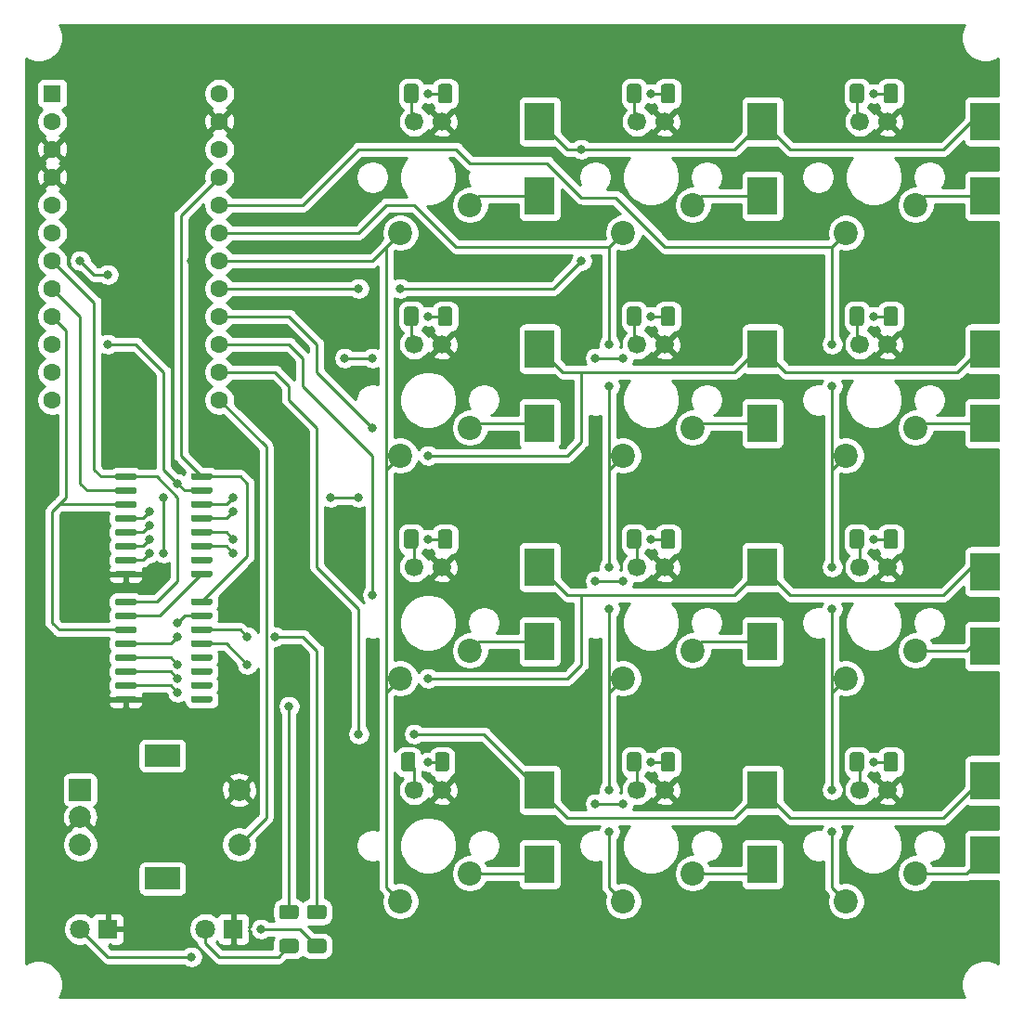
<source format=gbr>
%TF.GenerationSoftware,KiCad,Pcbnew,(5.1.9)-1*%
%TF.CreationDate,2021-05-08T00:28:13+09:00*%
%TF.ProjectId,EncKiboard_V2,456e634b-6962-46f6-9172-645f56322e6b,rev?*%
%TF.SameCoordinates,Original*%
%TF.FileFunction,Copper,L1,Top*%
%TF.FilePolarity,Positive*%
%FSLAX46Y46*%
G04 Gerber Fmt 4.6, Leading zero omitted, Abs format (unit mm)*
G04 Created by KiCad (PCBNEW (5.1.9)-1) date 2021-05-08 00:28:13*
%MOMM*%
%LPD*%
G01*
G04 APERTURE LIST*
%TA.AperFunction,ComponentPad*%
%ADD10C,1.690600*%
%TD*%
%TA.AperFunction,ComponentPad*%
%ADD11C,2.200000*%
%TD*%
%TA.AperFunction,ComponentPad*%
%ADD12C,1.600000*%
%TD*%
%TA.AperFunction,ComponentPad*%
%ADD13R,1.600000X1.600000*%
%TD*%
%TA.AperFunction,ComponentPad*%
%ADD14R,2.000000X2.000000*%
%TD*%
%TA.AperFunction,ComponentPad*%
%ADD15C,2.000000*%
%TD*%
%TA.AperFunction,ComponentPad*%
%ADD16R,3.200000X2.000000*%
%TD*%
%TA.AperFunction,SMDPad,CuDef*%
%ADD17R,2.700000X3.500000*%
%TD*%
%TA.AperFunction,ComponentPad*%
%ADD18C,1.800000*%
%TD*%
%TA.AperFunction,ComponentPad*%
%ADD19R,1.800000X1.800000*%
%TD*%
%TA.AperFunction,ViaPad*%
%ADD20C,0.800000*%
%TD*%
%TA.AperFunction,Conductor*%
%ADD21C,0.250000*%
%TD*%
%TA.AperFunction,Conductor*%
%ADD22C,0.254000*%
%TD*%
%TA.AperFunction,Conductor*%
%ADD23C,0.100000*%
%TD*%
G04 APERTURE END LIST*
D10*
%TO.P,U12,4*%
%TO.N,Net-(R14-Pad1)*%
X185420000Y-133350000D03*
%TO.P,U12,3*%
%TO.N,GNDREF*%
X187960000Y-133350000D03*
D11*
%TO.P,U12,2*%
%TO.N,Net-(U0-Pad20)*%
X184150000Y-143510000D03*
%TO.P,U12,1*%
%TO.N,Net-(D14-Pad1)*%
X190500000Y-140970000D03*
%TD*%
D10*
%TO.P,U11,4*%
%TO.N,Net-(R11-Pad1)*%
X185420000Y-113030000D03*
%TO.P,U11,3*%
%TO.N,GNDREF*%
X187960000Y-113030000D03*
D11*
%TO.P,U11,2*%
%TO.N,Net-(U0-Pad20)*%
X184150000Y-123190000D03*
%TO.P,U11,1*%
%TO.N,Net-(D13-Pad1)*%
X190500000Y-120650000D03*
%TD*%
D10*
%TO.P,U10,4*%
%TO.N,Net-(R8-Pad1)*%
X185420000Y-92710000D03*
%TO.P,U10,3*%
%TO.N,GNDREF*%
X187960000Y-92710000D03*
D11*
%TO.P,U10,2*%
%TO.N,Net-(U0-Pad20)*%
X184150000Y-102870000D03*
%TO.P,U10,1*%
%TO.N,Net-(D12-Pad1)*%
X190500000Y-100330000D03*
%TD*%
D10*
%TO.P,U9,4*%
%TO.N,Net-(R5-Pad1)*%
X185420000Y-72390000D03*
%TO.P,U9,3*%
%TO.N,GNDREF*%
X187960000Y-72390000D03*
D11*
%TO.P,U9,2*%
%TO.N,Net-(U0-Pad20)*%
X184150000Y-82550000D03*
%TO.P,U9,1*%
%TO.N,Net-(D11-Pad1)*%
X190500000Y-80010000D03*
%TD*%
D10*
%TO.P,U8,4*%
%TO.N,Net-(R13-Pad1)*%
X165100000Y-133350000D03*
%TO.P,U8,3*%
%TO.N,GNDREF*%
X167640000Y-133350000D03*
D11*
%TO.P,U8,2*%
%TO.N,Net-(U0-Pad19)*%
X163830000Y-143510000D03*
%TO.P,U8,1*%
%TO.N,Net-(D10-Pad1)*%
X170180000Y-140970000D03*
%TD*%
D10*
%TO.P,U7,4*%
%TO.N,Net-(R10-Pad1)*%
X165100000Y-113030000D03*
%TO.P,U7,3*%
%TO.N,GNDREF*%
X167640000Y-113030000D03*
D11*
%TO.P,U7,2*%
%TO.N,Net-(U0-Pad19)*%
X163830000Y-123190000D03*
%TO.P,U7,1*%
%TO.N,Net-(D9-Pad1)*%
X170180000Y-120650000D03*
%TD*%
D10*
%TO.P,U6,4*%
%TO.N,Net-(R7-Pad1)*%
X165100000Y-92710000D03*
%TO.P,U6,3*%
%TO.N,GNDREF*%
X167640000Y-92710000D03*
D11*
%TO.P,U6,2*%
%TO.N,Net-(U0-Pad19)*%
X163830000Y-102870000D03*
%TO.P,U6,1*%
%TO.N,Net-(D8-Pad1)*%
X170180000Y-100330000D03*
%TD*%
D10*
%TO.P,U5,4*%
%TO.N,Net-(R4-Pad1)*%
X165100000Y-72390000D03*
%TO.P,U5,3*%
%TO.N,GNDREF*%
X167640000Y-72390000D03*
D11*
%TO.P,U5,2*%
%TO.N,Net-(U0-Pad19)*%
X163830000Y-82550000D03*
%TO.P,U5,1*%
%TO.N,Net-(D7-Pad1)*%
X170180000Y-80010000D03*
%TD*%
D10*
%TO.P,U4,4*%
%TO.N,Net-(R12-Pad1)*%
X144780000Y-133350000D03*
%TO.P,U4,3*%
%TO.N,GNDREF*%
X147320000Y-133350000D03*
D11*
%TO.P,U4,2*%
%TO.N,Net-(U0-Pad18)*%
X143510000Y-143510000D03*
%TO.P,U4,1*%
%TO.N,Net-(D6-Pad1)*%
X149860000Y-140970000D03*
%TD*%
D10*
%TO.P,U3,4*%
%TO.N,Net-(R9-Pad1)*%
X144780000Y-113030000D03*
%TO.P,U3,3*%
%TO.N,GNDREF*%
X147320000Y-113030000D03*
D11*
%TO.P,U3,2*%
%TO.N,Net-(U0-Pad18)*%
X143510000Y-123190000D03*
%TO.P,U3,1*%
%TO.N,Net-(D5-Pad1)*%
X149860000Y-120650000D03*
%TD*%
D10*
%TO.P,U2,4*%
%TO.N,Net-(R6-Pad1)*%
X144780000Y-92710000D03*
%TO.P,U2,3*%
%TO.N,GNDREF*%
X147320000Y-92710000D03*
D11*
%TO.P,U2,2*%
%TO.N,Net-(U0-Pad18)*%
X143510000Y-102870000D03*
%TO.P,U2,1*%
%TO.N,Net-(D4-Pad1)*%
X149860000Y-100330000D03*
%TD*%
D10*
%TO.P,U1,4*%
%TO.N,Net-(R3-Pad1)*%
X144780000Y-72390000D03*
%TO.P,U1,3*%
%TO.N,GNDREF*%
X147320000Y-72390000D03*
D11*
%TO.P,U1,2*%
%TO.N,Net-(U0-Pad18)*%
X143510000Y-82550000D03*
%TO.P,U1,1*%
%TO.N,Net-(D3-Pad1)*%
X149860000Y-80010000D03*
%TD*%
D12*
%TO.P,U0,24*%
%TO.N,Net-(U0-Pad24)*%
X127000000Y-69850000D03*
%TO.P,U0,23*%
%TO.N,GNDREF*%
X127000000Y-72390000D03*
%TO.P,U0,22*%
%TO.N,Net-(U0-Pad22)*%
X127000000Y-74930000D03*
%TO.P,U0,21*%
%TO.N,+5V*%
X127000000Y-77470000D03*
%TO.P,U0,20*%
%TO.N,Net-(U0-Pad20)*%
X127000000Y-80010000D03*
%TO.P,U0,19*%
%TO.N,Net-(U0-Pad19)*%
X127000000Y-82550000D03*
%TO.P,U0,18*%
%TO.N,Net-(U0-Pad18)*%
X127000000Y-85090000D03*
%TO.P,U0,17*%
%TO.N,Net-(D11-Pad2)*%
X127000000Y-87630000D03*
%TO.P,U0,16*%
%TO.N,Net-(D12-Pad2)*%
X127000000Y-90170000D03*
%TO.P,U0,15*%
%TO.N,Net-(D13-Pad2)*%
X127000000Y-92710000D03*
%TO.P,U0,14*%
%TO.N,Net-(D10-Pad2)*%
X127000000Y-95250000D03*
%TO.P,U0,13*%
%TO.N,Net-(SW1-PadS1)*%
X127000000Y-97790000D03*
%TO.P,U0,12*%
%TO.N,Net-(U0-Pad12)*%
X111760000Y-97790000D03*
%TO.P,U0,11*%
%TO.N,Net-(U0-Pad11)*%
X111760000Y-95250000D03*
%TO.P,U0,10*%
%TO.N,Net-(IC1-Pad15)*%
X111760000Y-92710000D03*
%TO.P,U0,9*%
%TO.N,Net-(IC1-Pad3)*%
X111760000Y-90170000D03*
%TO.P,U0,8*%
%TO.N,Net-(IC1-Pad2)*%
X111760000Y-87630000D03*
%TO.P,U0,7*%
%TO.N,Net-(IC1-Pad1)*%
X111760000Y-85090000D03*
%TO.P,U0,6*%
%TO.N,Net-(SW1-PadB)*%
X111760000Y-82550000D03*
%TO.P,U0,5*%
%TO.N,Net-(SW1-PadA)*%
X111760000Y-80010000D03*
%TO.P,U0,4*%
%TO.N,GNDREF*%
X111760000Y-77470000D03*
%TO.P,U0,3*%
X111760000Y-74930000D03*
%TO.P,U0,2*%
%TO.N,Net-(U0-Pad2)*%
X111760000Y-72390000D03*
D13*
%TO.P,U0,1*%
%TO.N,Net-(U0-Pad1)*%
X111760000Y-69850000D03*
%TD*%
D14*
%TO.P,SW1,A*%
%TO.N,Net-(SW1-PadA)*%
X114300000Y-133350000D03*
D15*
%TO.P,SW1,C*%
%TO.N,GNDREF*%
X114300000Y-135850000D03*
%TO.P,SW1,B*%
%TO.N,Net-(SW1-PadB)*%
X114300000Y-138350000D03*
D16*
%TO.P,SW1,MP*%
%TO.N,N/C*%
X121800000Y-130250000D03*
X121800000Y-141450000D03*
D15*
%TO.P,SW1,S2*%
%TO.N,GNDREF*%
X128800000Y-133350000D03*
%TO.P,SW1,S1*%
%TO.N,Net-(SW1-PadS1)*%
X128800000Y-138350000D03*
%TD*%
%TO.P,R14,2*%
%TO.N,Net-(IC2-Pad7)*%
%TA.AperFunction,SMDPad,CuDef*%
G36*
G01*
X187590000Y-131435000D02*
X187590000Y-130185000D01*
G75*
G02*
X187840000Y-129935000I250000J0D01*
G01*
X188640000Y-129935000D01*
G75*
G02*
X188890000Y-130185000I0J-250000D01*
G01*
X188890000Y-131435000D01*
G75*
G02*
X188640000Y-131685000I-250000J0D01*
G01*
X187840000Y-131685000D01*
G75*
G02*
X187590000Y-131435000I0J250000D01*
G01*
G37*
%TD.AperFunction*%
%TO.P,R14,1*%
%TO.N,Net-(R14-Pad1)*%
%TA.AperFunction,SMDPad,CuDef*%
G36*
G01*
X184490000Y-131435000D02*
X184490000Y-130185000D01*
G75*
G02*
X184740000Y-129935000I250000J0D01*
G01*
X185540000Y-129935000D01*
G75*
G02*
X185790000Y-130185000I0J-250000D01*
G01*
X185790000Y-131435000D01*
G75*
G02*
X185540000Y-131685000I-250000J0D01*
G01*
X184740000Y-131685000D01*
G75*
G02*
X184490000Y-131435000I0J250000D01*
G01*
G37*
%TD.AperFunction*%
%TD*%
%TO.P,R13,2*%
%TO.N,Net-(IC2-Pad6)*%
%TA.AperFunction,SMDPad,CuDef*%
G36*
G01*
X167270000Y-131435000D02*
X167270000Y-130185000D01*
G75*
G02*
X167520000Y-129935000I250000J0D01*
G01*
X168320000Y-129935000D01*
G75*
G02*
X168570000Y-130185000I0J-250000D01*
G01*
X168570000Y-131435000D01*
G75*
G02*
X168320000Y-131685000I-250000J0D01*
G01*
X167520000Y-131685000D01*
G75*
G02*
X167270000Y-131435000I0J250000D01*
G01*
G37*
%TD.AperFunction*%
%TO.P,R13,1*%
%TO.N,Net-(R13-Pad1)*%
%TA.AperFunction,SMDPad,CuDef*%
G36*
G01*
X164170000Y-131435000D02*
X164170000Y-130185000D01*
G75*
G02*
X164420000Y-129935000I250000J0D01*
G01*
X165220000Y-129935000D01*
G75*
G02*
X165470000Y-130185000I0J-250000D01*
G01*
X165470000Y-131435000D01*
G75*
G02*
X165220000Y-131685000I-250000J0D01*
G01*
X164420000Y-131685000D01*
G75*
G02*
X164170000Y-131435000I0J250000D01*
G01*
G37*
%TD.AperFunction*%
%TD*%
%TO.P,R12,2*%
%TO.N,Net-(IC2-Pad5)*%
%TA.AperFunction,SMDPad,CuDef*%
G36*
G01*
X146670000Y-131435000D02*
X146670000Y-130185000D01*
G75*
G02*
X146920000Y-129935000I250000J0D01*
G01*
X147720000Y-129935000D01*
G75*
G02*
X147970000Y-130185000I0J-250000D01*
G01*
X147970000Y-131435000D01*
G75*
G02*
X147720000Y-131685000I-250000J0D01*
G01*
X146920000Y-131685000D01*
G75*
G02*
X146670000Y-131435000I0J250000D01*
G01*
G37*
%TD.AperFunction*%
%TO.P,R12,1*%
%TO.N,Net-(R12-Pad1)*%
%TA.AperFunction,SMDPad,CuDef*%
G36*
G01*
X143570000Y-131435000D02*
X143570000Y-130185000D01*
G75*
G02*
X143820000Y-129935000I250000J0D01*
G01*
X144620000Y-129935000D01*
G75*
G02*
X144870000Y-130185000I0J-250000D01*
G01*
X144870000Y-131435000D01*
G75*
G02*
X144620000Y-131685000I-250000J0D01*
G01*
X143820000Y-131685000D01*
G75*
G02*
X143570000Y-131435000I0J250000D01*
G01*
G37*
%TD.AperFunction*%
%TD*%
%TO.P,R11,2*%
%TO.N,Net-(IC2-Pad4)*%
%TA.AperFunction,SMDPad,CuDef*%
G36*
G01*
X187590000Y-111115000D02*
X187590000Y-109865000D01*
G75*
G02*
X187840000Y-109615000I250000J0D01*
G01*
X188640000Y-109615000D01*
G75*
G02*
X188890000Y-109865000I0J-250000D01*
G01*
X188890000Y-111115000D01*
G75*
G02*
X188640000Y-111365000I-250000J0D01*
G01*
X187840000Y-111365000D01*
G75*
G02*
X187590000Y-111115000I0J250000D01*
G01*
G37*
%TD.AperFunction*%
%TO.P,R11,1*%
%TO.N,Net-(R11-Pad1)*%
%TA.AperFunction,SMDPad,CuDef*%
G36*
G01*
X184490000Y-111115000D02*
X184490000Y-109865000D01*
G75*
G02*
X184740000Y-109615000I250000J0D01*
G01*
X185540000Y-109615000D01*
G75*
G02*
X185790000Y-109865000I0J-250000D01*
G01*
X185790000Y-111115000D01*
G75*
G02*
X185540000Y-111365000I-250000J0D01*
G01*
X184740000Y-111365000D01*
G75*
G02*
X184490000Y-111115000I0J250000D01*
G01*
G37*
%TD.AperFunction*%
%TD*%
%TO.P,R10,2*%
%TO.N,Net-(IC1-Pad11)*%
%TA.AperFunction,SMDPad,CuDef*%
G36*
G01*
X167270000Y-111115000D02*
X167270000Y-109865000D01*
G75*
G02*
X167520000Y-109615000I250000J0D01*
G01*
X168320000Y-109615000D01*
G75*
G02*
X168570000Y-109865000I0J-250000D01*
G01*
X168570000Y-111115000D01*
G75*
G02*
X168320000Y-111365000I-250000J0D01*
G01*
X167520000Y-111365000D01*
G75*
G02*
X167270000Y-111115000I0J250000D01*
G01*
G37*
%TD.AperFunction*%
%TO.P,R10,1*%
%TO.N,Net-(R10-Pad1)*%
%TA.AperFunction,SMDPad,CuDef*%
G36*
G01*
X164170000Y-111115000D02*
X164170000Y-109865000D01*
G75*
G02*
X164420000Y-109615000I250000J0D01*
G01*
X165220000Y-109615000D01*
G75*
G02*
X165470000Y-109865000I0J-250000D01*
G01*
X165470000Y-111115000D01*
G75*
G02*
X165220000Y-111365000I-250000J0D01*
G01*
X164420000Y-111365000D01*
G75*
G02*
X164170000Y-111115000I0J250000D01*
G01*
G37*
%TD.AperFunction*%
%TD*%
%TO.P,R9,2*%
%TO.N,Net-(IC1-Pad12)*%
%TA.AperFunction,SMDPad,CuDef*%
G36*
G01*
X146950000Y-111115000D02*
X146950000Y-109865000D01*
G75*
G02*
X147200000Y-109615000I250000J0D01*
G01*
X148000000Y-109615000D01*
G75*
G02*
X148250000Y-109865000I0J-250000D01*
G01*
X148250000Y-111115000D01*
G75*
G02*
X148000000Y-111365000I-250000J0D01*
G01*
X147200000Y-111365000D01*
G75*
G02*
X146950000Y-111115000I0J250000D01*
G01*
G37*
%TD.AperFunction*%
%TO.P,R9,1*%
%TO.N,Net-(R9-Pad1)*%
%TA.AperFunction,SMDPad,CuDef*%
G36*
G01*
X143850000Y-111115000D02*
X143850000Y-109865000D01*
G75*
G02*
X144100000Y-109615000I250000J0D01*
G01*
X144900000Y-109615000D01*
G75*
G02*
X145150000Y-109865000I0J-250000D01*
G01*
X145150000Y-111115000D01*
G75*
G02*
X144900000Y-111365000I-250000J0D01*
G01*
X144100000Y-111365000D01*
G75*
G02*
X143850000Y-111115000I0J250000D01*
G01*
G37*
%TD.AperFunction*%
%TD*%
%TO.P,R8,2*%
%TO.N,Net-(IC1-Pad13)*%
%TA.AperFunction,SMDPad,CuDef*%
G36*
G01*
X187590000Y-90795000D02*
X187590000Y-89545000D01*
G75*
G02*
X187840000Y-89295000I250000J0D01*
G01*
X188640000Y-89295000D01*
G75*
G02*
X188890000Y-89545000I0J-250000D01*
G01*
X188890000Y-90795000D01*
G75*
G02*
X188640000Y-91045000I-250000J0D01*
G01*
X187840000Y-91045000D01*
G75*
G02*
X187590000Y-90795000I0J250000D01*
G01*
G37*
%TD.AperFunction*%
%TO.P,R8,1*%
%TO.N,Net-(R8-Pad1)*%
%TA.AperFunction,SMDPad,CuDef*%
G36*
G01*
X184490000Y-90795000D02*
X184490000Y-89545000D01*
G75*
G02*
X184740000Y-89295000I250000J0D01*
G01*
X185540000Y-89295000D01*
G75*
G02*
X185790000Y-89545000I0J-250000D01*
G01*
X185790000Y-90795000D01*
G75*
G02*
X185540000Y-91045000I-250000J0D01*
G01*
X184740000Y-91045000D01*
G75*
G02*
X184490000Y-90795000I0J250000D01*
G01*
G37*
%TD.AperFunction*%
%TD*%
%TO.P,R7,2*%
%TO.N,Net-(IC1-Pad14)*%
%TA.AperFunction,SMDPad,CuDef*%
G36*
G01*
X167270000Y-90795000D02*
X167270000Y-89545000D01*
G75*
G02*
X167520000Y-89295000I250000J0D01*
G01*
X168320000Y-89295000D01*
G75*
G02*
X168570000Y-89545000I0J-250000D01*
G01*
X168570000Y-90795000D01*
G75*
G02*
X168320000Y-91045000I-250000J0D01*
G01*
X167520000Y-91045000D01*
G75*
G02*
X167270000Y-90795000I0J250000D01*
G01*
G37*
%TD.AperFunction*%
%TO.P,R7,1*%
%TO.N,Net-(R7-Pad1)*%
%TA.AperFunction,SMDPad,CuDef*%
G36*
G01*
X164170000Y-90795000D02*
X164170000Y-89545000D01*
G75*
G02*
X164420000Y-89295000I250000J0D01*
G01*
X165220000Y-89295000D01*
G75*
G02*
X165470000Y-89545000I0J-250000D01*
G01*
X165470000Y-90795000D01*
G75*
G02*
X165220000Y-91045000I-250000J0D01*
G01*
X164420000Y-91045000D01*
G75*
G02*
X164170000Y-90795000I0J250000D01*
G01*
G37*
%TD.AperFunction*%
%TD*%
%TO.P,R6,2*%
%TO.N,Net-(IC1-Pad7)*%
%TA.AperFunction,SMDPad,CuDef*%
G36*
G01*
X146950000Y-90795000D02*
X146950000Y-89545000D01*
G75*
G02*
X147200000Y-89295000I250000J0D01*
G01*
X148000000Y-89295000D01*
G75*
G02*
X148250000Y-89545000I0J-250000D01*
G01*
X148250000Y-90795000D01*
G75*
G02*
X148000000Y-91045000I-250000J0D01*
G01*
X147200000Y-91045000D01*
G75*
G02*
X146950000Y-90795000I0J250000D01*
G01*
G37*
%TD.AperFunction*%
%TO.P,R6,1*%
%TO.N,Net-(R6-Pad1)*%
%TA.AperFunction,SMDPad,CuDef*%
G36*
G01*
X143850000Y-90795000D02*
X143850000Y-89545000D01*
G75*
G02*
X144100000Y-89295000I250000J0D01*
G01*
X144900000Y-89295000D01*
G75*
G02*
X145150000Y-89545000I0J-250000D01*
G01*
X145150000Y-90795000D01*
G75*
G02*
X144900000Y-91045000I-250000J0D01*
G01*
X144100000Y-91045000D01*
G75*
G02*
X143850000Y-90795000I0J250000D01*
G01*
G37*
%TD.AperFunction*%
%TD*%
%TO.P,R5,2*%
%TO.N,Net-(IC1-Pad6)*%
%TA.AperFunction,SMDPad,CuDef*%
G36*
G01*
X187590000Y-70475000D02*
X187590000Y-69225000D01*
G75*
G02*
X187840000Y-68975000I250000J0D01*
G01*
X188640000Y-68975000D01*
G75*
G02*
X188890000Y-69225000I0J-250000D01*
G01*
X188890000Y-70475000D01*
G75*
G02*
X188640000Y-70725000I-250000J0D01*
G01*
X187840000Y-70725000D01*
G75*
G02*
X187590000Y-70475000I0J250000D01*
G01*
G37*
%TD.AperFunction*%
%TO.P,R5,1*%
%TO.N,Net-(R5-Pad1)*%
%TA.AperFunction,SMDPad,CuDef*%
G36*
G01*
X184490000Y-70475000D02*
X184490000Y-69225000D01*
G75*
G02*
X184740000Y-68975000I250000J0D01*
G01*
X185540000Y-68975000D01*
G75*
G02*
X185790000Y-69225000I0J-250000D01*
G01*
X185790000Y-70475000D01*
G75*
G02*
X185540000Y-70725000I-250000J0D01*
G01*
X184740000Y-70725000D01*
G75*
G02*
X184490000Y-70475000I0J250000D01*
G01*
G37*
%TD.AperFunction*%
%TD*%
%TO.P,R4,2*%
%TO.N,Net-(IC1-Pad5)*%
%TA.AperFunction,SMDPad,CuDef*%
G36*
G01*
X167270000Y-70475000D02*
X167270000Y-69225000D01*
G75*
G02*
X167520000Y-68975000I250000J0D01*
G01*
X168320000Y-68975000D01*
G75*
G02*
X168570000Y-69225000I0J-250000D01*
G01*
X168570000Y-70475000D01*
G75*
G02*
X168320000Y-70725000I-250000J0D01*
G01*
X167520000Y-70725000D01*
G75*
G02*
X167270000Y-70475000I0J250000D01*
G01*
G37*
%TD.AperFunction*%
%TO.P,R4,1*%
%TO.N,Net-(R4-Pad1)*%
%TA.AperFunction,SMDPad,CuDef*%
G36*
G01*
X164170000Y-70475000D02*
X164170000Y-69225000D01*
G75*
G02*
X164420000Y-68975000I250000J0D01*
G01*
X165220000Y-68975000D01*
G75*
G02*
X165470000Y-69225000I0J-250000D01*
G01*
X165470000Y-70475000D01*
G75*
G02*
X165220000Y-70725000I-250000J0D01*
G01*
X164420000Y-70725000D01*
G75*
G02*
X164170000Y-70475000I0J250000D01*
G01*
G37*
%TD.AperFunction*%
%TD*%
%TO.P,R3,2*%
%TO.N,Net-(IC1-Pad4)*%
%TA.AperFunction,SMDPad,CuDef*%
G36*
G01*
X146950000Y-70475000D02*
X146950000Y-69225000D01*
G75*
G02*
X147200000Y-68975000I250000J0D01*
G01*
X148000000Y-68975000D01*
G75*
G02*
X148250000Y-69225000I0J-250000D01*
G01*
X148250000Y-70475000D01*
G75*
G02*
X148000000Y-70725000I-250000J0D01*
G01*
X147200000Y-70725000D01*
G75*
G02*
X146950000Y-70475000I0J250000D01*
G01*
G37*
%TD.AperFunction*%
%TO.P,R3,1*%
%TO.N,Net-(R3-Pad1)*%
%TA.AperFunction,SMDPad,CuDef*%
G36*
G01*
X143850000Y-70475000D02*
X143850000Y-69225000D01*
G75*
G02*
X144100000Y-68975000I250000J0D01*
G01*
X144900000Y-68975000D01*
G75*
G02*
X145150000Y-69225000I0J-250000D01*
G01*
X145150000Y-70475000D01*
G75*
G02*
X144900000Y-70725000I-250000J0D01*
G01*
X144100000Y-70725000D01*
G75*
G02*
X143850000Y-70475000I0J250000D01*
G01*
G37*
%TD.AperFunction*%
%TD*%
%TO.P,R2,2*%
%TO.N,Net-(D2-Pad2)*%
%TA.AperFunction,SMDPad,CuDef*%
G36*
G01*
X135265000Y-146950000D02*
X136515000Y-146950000D01*
G75*
G02*
X136765000Y-147200000I0J-250000D01*
G01*
X136765000Y-148000000D01*
G75*
G02*
X136515000Y-148250000I-250000J0D01*
G01*
X135265000Y-148250000D01*
G75*
G02*
X135015000Y-148000000I0J250000D01*
G01*
X135015000Y-147200000D01*
G75*
G02*
X135265000Y-146950000I250000J0D01*
G01*
G37*
%TD.AperFunction*%
%TO.P,R2,1*%
%TO.N,Net-(IC2-Pad14)*%
%TA.AperFunction,SMDPad,CuDef*%
G36*
G01*
X135265000Y-143850000D02*
X136515000Y-143850000D01*
G75*
G02*
X136765000Y-144100000I0J-250000D01*
G01*
X136765000Y-144900000D01*
G75*
G02*
X136515000Y-145150000I-250000J0D01*
G01*
X135265000Y-145150000D01*
G75*
G02*
X135015000Y-144900000I0J250000D01*
G01*
X135015000Y-144100000D01*
G75*
G02*
X135265000Y-143850000I250000J0D01*
G01*
G37*
%TD.AperFunction*%
%TD*%
%TO.P,R1,2*%
%TO.N,Net-(D1-Pad2)*%
%TA.AperFunction,SMDPad,CuDef*%
G36*
G01*
X132725000Y-146950000D02*
X133975000Y-146950000D01*
G75*
G02*
X134225000Y-147200000I0J-250000D01*
G01*
X134225000Y-148000000D01*
G75*
G02*
X133975000Y-148250000I-250000J0D01*
G01*
X132725000Y-148250000D01*
G75*
G02*
X132475000Y-148000000I0J250000D01*
G01*
X132475000Y-147200000D01*
G75*
G02*
X132725000Y-146950000I250000J0D01*
G01*
G37*
%TD.AperFunction*%
%TO.P,R1,1*%
%TO.N,Net-(IC2-Pad13)*%
%TA.AperFunction,SMDPad,CuDef*%
G36*
G01*
X132725000Y-143850000D02*
X133975000Y-143850000D01*
G75*
G02*
X134225000Y-144100000I0J-250000D01*
G01*
X134225000Y-144900000D01*
G75*
G02*
X133975000Y-145150000I-250000J0D01*
G01*
X132725000Y-145150000D01*
G75*
G02*
X132475000Y-144900000I0J250000D01*
G01*
X132475000Y-144100000D01*
G75*
G02*
X132725000Y-143850000I250000J0D01*
G01*
G37*
%TD.AperFunction*%
%TD*%
%TO.P,IC2,16*%
%TO.N,+5V*%
%TA.AperFunction,SMDPad,CuDef*%
G36*
G01*
X124395000Y-116355000D02*
X124395000Y-116055000D01*
G75*
G02*
X124545000Y-115905000I150000J0D01*
G01*
X126220000Y-115905000D01*
G75*
G02*
X126370000Y-116055000I0J-150000D01*
G01*
X126370000Y-116355000D01*
G75*
G02*
X126220000Y-116505000I-150000J0D01*
G01*
X124545000Y-116505000D01*
G75*
G02*
X124395000Y-116355000I0J150000D01*
G01*
G37*
%TD.AperFunction*%
%TO.P,IC2,15*%
%TO.N,Net-(IC1-Pad15)*%
%TA.AperFunction,SMDPad,CuDef*%
G36*
G01*
X124395000Y-117625000D02*
X124395000Y-117325000D01*
G75*
G02*
X124545000Y-117175000I150000J0D01*
G01*
X126220000Y-117175000D01*
G75*
G02*
X126370000Y-117325000I0J-150000D01*
G01*
X126370000Y-117625000D01*
G75*
G02*
X126220000Y-117775000I-150000J0D01*
G01*
X124545000Y-117775000D01*
G75*
G02*
X124395000Y-117625000I0J150000D01*
G01*
G37*
%TD.AperFunction*%
%TO.P,IC2,14*%
%TO.N,Net-(IC2-Pad14)*%
%TA.AperFunction,SMDPad,CuDef*%
G36*
G01*
X124395000Y-118895000D02*
X124395000Y-118595000D01*
G75*
G02*
X124545000Y-118445000I150000J0D01*
G01*
X126220000Y-118445000D01*
G75*
G02*
X126370000Y-118595000I0J-150000D01*
G01*
X126370000Y-118895000D01*
G75*
G02*
X126220000Y-119045000I-150000J0D01*
G01*
X124545000Y-119045000D01*
G75*
G02*
X124395000Y-118895000I0J150000D01*
G01*
G37*
%TD.AperFunction*%
%TO.P,IC2,13*%
%TO.N,Net-(IC2-Pad13)*%
%TA.AperFunction,SMDPad,CuDef*%
G36*
G01*
X124395000Y-120165000D02*
X124395000Y-119865000D01*
G75*
G02*
X124545000Y-119715000I150000J0D01*
G01*
X126220000Y-119715000D01*
G75*
G02*
X126370000Y-119865000I0J-150000D01*
G01*
X126370000Y-120165000D01*
G75*
G02*
X126220000Y-120315000I-150000J0D01*
G01*
X124545000Y-120315000D01*
G75*
G02*
X124395000Y-120165000I0J150000D01*
G01*
G37*
%TD.AperFunction*%
%TO.P,IC2,12*%
%TO.N,Net-(IC2-Pad12)*%
%TA.AperFunction,SMDPad,CuDef*%
G36*
G01*
X124395000Y-121435000D02*
X124395000Y-121135000D01*
G75*
G02*
X124545000Y-120985000I150000J0D01*
G01*
X126220000Y-120985000D01*
G75*
G02*
X126370000Y-121135000I0J-150000D01*
G01*
X126370000Y-121435000D01*
G75*
G02*
X126220000Y-121585000I-150000J0D01*
G01*
X124545000Y-121585000D01*
G75*
G02*
X124395000Y-121435000I0J150000D01*
G01*
G37*
%TD.AperFunction*%
%TO.P,IC2,11*%
%TO.N,Net-(IC2-Pad11)*%
%TA.AperFunction,SMDPad,CuDef*%
G36*
G01*
X124395000Y-122705000D02*
X124395000Y-122405000D01*
G75*
G02*
X124545000Y-122255000I150000J0D01*
G01*
X126220000Y-122255000D01*
G75*
G02*
X126370000Y-122405000I0J-150000D01*
G01*
X126370000Y-122705000D01*
G75*
G02*
X126220000Y-122855000I-150000J0D01*
G01*
X124545000Y-122855000D01*
G75*
G02*
X124395000Y-122705000I0J150000D01*
G01*
G37*
%TD.AperFunction*%
%TO.P,IC2,10*%
%TO.N,Net-(IC2-Pad10)*%
%TA.AperFunction,SMDPad,CuDef*%
G36*
G01*
X124395000Y-123975000D02*
X124395000Y-123675000D01*
G75*
G02*
X124545000Y-123525000I150000J0D01*
G01*
X126220000Y-123525000D01*
G75*
G02*
X126370000Y-123675000I0J-150000D01*
G01*
X126370000Y-123975000D01*
G75*
G02*
X126220000Y-124125000I-150000J0D01*
G01*
X124545000Y-124125000D01*
G75*
G02*
X124395000Y-123975000I0J150000D01*
G01*
G37*
%TD.AperFunction*%
%TO.P,IC2,9*%
%TO.N,Net-(IC2-Pad9)*%
%TA.AperFunction,SMDPad,CuDef*%
G36*
G01*
X124395000Y-125245000D02*
X124395000Y-124945000D01*
G75*
G02*
X124545000Y-124795000I150000J0D01*
G01*
X126220000Y-124795000D01*
G75*
G02*
X126370000Y-124945000I0J-150000D01*
G01*
X126370000Y-125245000D01*
G75*
G02*
X126220000Y-125395000I-150000J0D01*
G01*
X124545000Y-125395000D01*
G75*
G02*
X124395000Y-125245000I0J150000D01*
G01*
G37*
%TD.AperFunction*%
%TO.P,IC2,8*%
%TO.N,GNDREF*%
%TA.AperFunction,SMDPad,CuDef*%
G36*
G01*
X117470000Y-125245000D02*
X117470000Y-124945000D01*
G75*
G02*
X117620000Y-124795000I150000J0D01*
G01*
X119295000Y-124795000D01*
G75*
G02*
X119445000Y-124945000I0J-150000D01*
G01*
X119445000Y-125245000D01*
G75*
G02*
X119295000Y-125395000I-150000J0D01*
G01*
X117620000Y-125395000D01*
G75*
G02*
X117470000Y-125245000I0J150000D01*
G01*
G37*
%TD.AperFunction*%
%TO.P,IC2,7*%
%TO.N,Net-(IC2-Pad7)*%
%TA.AperFunction,SMDPad,CuDef*%
G36*
G01*
X117470000Y-123975000D02*
X117470000Y-123675000D01*
G75*
G02*
X117620000Y-123525000I150000J0D01*
G01*
X119295000Y-123525000D01*
G75*
G02*
X119445000Y-123675000I0J-150000D01*
G01*
X119445000Y-123975000D01*
G75*
G02*
X119295000Y-124125000I-150000J0D01*
G01*
X117620000Y-124125000D01*
G75*
G02*
X117470000Y-123975000I0J150000D01*
G01*
G37*
%TD.AperFunction*%
%TO.P,IC2,6*%
%TO.N,Net-(IC2-Pad6)*%
%TA.AperFunction,SMDPad,CuDef*%
G36*
G01*
X117470000Y-122705000D02*
X117470000Y-122405000D01*
G75*
G02*
X117620000Y-122255000I150000J0D01*
G01*
X119295000Y-122255000D01*
G75*
G02*
X119445000Y-122405000I0J-150000D01*
G01*
X119445000Y-122705000D01*
G75*
G02*
X119295000Y-122855000I-150000J0D01*
G01*
X117620000Y-122855000D01*
G75*
G02*
X117470000Y-122705000I0J150000D01*
G01*
G37*
%TD.AperFunction*%
%TO.P,IC2,5*%
%TO.N,Net-(IC2-Pad5)*%
%TA.AperFunction,SMDPad,CuDef*%
G36*
G01*
X117470000Y-121435000D02*
X117470000Y-121135000D01*
G75*
G02*
X117620000Y-120985000I150000J0D01*
G01*
X119295000Y-120985000D01*
G75*
G02*
X119445000Y-121135000I0J-150000D01*
G01*
X119445000Y-121435000D01*
G75*
G02*
X119295000Y-121585000I-150000J0D01*
G01*
X117620000Y-121585000D01*
G75*
G02*
X117470000Y-121435000I0J150000D01*
G01*
G37*
%TD.AperFunction*%
%TO.P,IC2,4*%
%TO.N,Net-(IC2-Pad4)*%
%TA.AperFunction,SMDPad,CuDef*%
G36*
G01*
X117470000Y-120165000D02*
X117470000Y-119865000D01*
G75*
G02*
X117620000Y-119715000I150000J0D01*
G01*
X119295000Y-119715000D01*
G75*
G02*
X119445000Y-119865000I0J-150000D01*
G01*
X119445000Y-120165000D01*
G75*
G02*
X119295000Y-120315000I-150000J0D01*
G01*
X117620000Y-120315000D01*
G75*
G02*
X117470000Y-120165000I0J150000D01*
G01*
G37*
%TD.AperFunction*%
%TO.P,IC2,3*%
%TO.N,Net-(IC1-Pad3)*%
%TA.AperFunction,SMDPad,CuDef*%
G36*
G01*
X117470000Y-118895000D02*
X117470000Y-118595000D01*
G75*
G02*
X117620000Y-118445000I150000J0D01*
G01*
X119295000Y-118445000D01*
G75*
G02*
X119445000Y-118595000I0J-150000D01*
G01*
X119445000Y-118895000D01*
G75*
G02*
X119295000Y-119045000I-150000J0D01*
G01*
X117620000Y-119045000D01*
G75*
G02*
X117470000Y-118895000I0J150000D01*
G01*
G37*
%TD.AperFunction*%
%TO.P,IC2,2*%
%TO.N,Net-(IC1-Pad9)*%
%TA.AperFunction,SMDPad,CuDef*%
G36*
G01*
X117470000Y-117625000D02*
X117470000Y-117325000D01*
G75*
G02*
X117620000Y-117175000I150000J0D01*
G01*
X119295000Y-117175000D01*
G75*
G02*
X119445000Y-117325000I0J-150000D01*
G01*
X119445000Y-117625000D01*
G75*
G02*
X119295000Y-117775000I-150000J0D01*
G01*
X117620000Y-117775000D01*
G75*
G02*
X117470000Y-117625000I0J150000D01*
G01*
G37*
%TD.AperFunction*%
%TO.P,IC2,1*%
%TO.N,Net-(IC1-Pad1)*%
%TA.AperFunction,SMDPad,CuDef*%
G36*
G01*
X117470000Y-116355000D02*
X117470000Y-116055000D01*
G75*
G02*
X117620000Y-115905000I150000J0D01*
G01*
X119295000Y-115905000D01*
G75*
G02*
X119445000Y-116055000I0J-150000D01*
G01*
X119445000Y-116355000D01*
G75*
G02*
X119295000Y-116505000I-150000J0D01*
G01*
X117620000Y-116505000D01*
G75*
G02*
X117470000Y-116355000I0J150000D01*
G01*
G37*
%TD.AperFunction*%
%TD*%
%TO.P,IC1,16*%
%TO.N,+5V*%
%TA.AperFunction,SMDPad,CuDef*%
G36*
G01*
X124395000Y-104925000D02*
X124395000Y-104625000D01*
G75*
G02*
X124545000Y-104475000I150000J0D01*
G01*
X126220000Y-104475000D01*
G75*
G02*
X126370000Y-104625000I0J-150000D01*
G01*
X126370000Y-104925000D01*
G75*
G02*
X126220000Y-105075000I-150000J0D01*
G01*
X124545000Y-105075000D01*
G75*
G02*
X124395000Y-104925000I0J150000D01*
G01*
G37*
%TD.AperFunction*%
%TO.P,IC1,15*%
%TO.N,Net-(IC1-Pad15)*%
%TA.AperFunction,SMDPad,CuDef*%
G36*
G01*
X124395000Y-106195000D02*
X124395000Y-105895000D01*
G75*
G02*
X124545000Y-105745000I150000J0D01*
G01*
X126220000Y-105745000D01*
G75*
G02*
X126370000Y-105895000I0J-150000D01*
G01*
X126370000Y-106195000D01*
G75*
G02*
X126220000Y-106345000I-150000J0D01*
G01*
X124545000Y-106345000D01*
G75*
G02*
X124395000Y-106195000I0J150000D01*
G01*
G37*
%TD.AperFunction*%
%TO.P,IC1,14*%
%TO.N,Net-(IC1-Pad14)*%
%TA.AperFunction,SMDPad,CuDef*%
G36*
G01*
X124395000Y-107465000D02*
X124395000Y-107165000D01*
G75*
G02*
X124545000Y-107015000I150000J0D01*
G01*
X126220000Y-107015000D01*
G75*
G02*
X126370000Y-107165000I0J-150000D01*
G01*
X126370000Y-107465000D01*
G75*
G02*
X126220000Y-107615000I-150000J0D01*
G01*
X124545000Y-107615000D01*
G75*
G02*
X124395000Y-107465000I0J150000D01*
G01*
G37*
%TD.AperFunction*%
%TO.P,IC1,13*%
%TO.N,Net-(IC1-Pad13)*%
%TA.AperFunction,SMDPad,CuDef*%
G36*
G01*
X124395000Y-108735000D02*
X124395000Y-108435000D01*
G75*
G02*
X124545000Y-108285000I150000J0D01*
G01*
X126220000Y-108285000D01*
G75*
G02*
X126370000Y-108435000I0J-150000D01*
G01*
X126370000Y-108735000D01*
G75*
G02*
X126220000Y-108885000I-150000J0D01*
G01*
X124545000Y-108885000D01*
G75*
G02*
X124395000Y-108735000I0J150000D01*
G01*
G37*
%TD.AperFunction*%
%TO.P,IC1,12*%
%TO.N,Net-(IC1-Pad12)*%
%TA.AperFunction,SMDPad,CuDef*%
G36*
G01*
X124395000Y-110005000D02*
X124395000Y-109705000D01*
G75*
G02*
X124545000Y-109555000I150000J0D01*
G01*
X126220000Y-109555000D01*
G75*
G02*
X126370000Y-109705000I0J-150000D01*
G01*
X126370000Y-110005000D01*
G75*
G02*
X126220000Y-110155000I-150000J0D01*
G01*
X124545000Y-110155000D01*
G75*
G02*
X124395000Y-110005000I0J150000D01*
G01*
G37*
%TD.AperFunction*%
%TO.P,IC1,11*%
%TO.N,Net-(IC1-Pad11)*%
%TA.AperFunction,SMDPad,CuDef*%
G36*
G01*
X124395000Y-111275000D02*
X124395000Y-110975000D01*
G75*
G02*
X124545000Y-110825000I150000J0D01*
G01*
X126220000Y-110825000D01*
G75*
G02*
X126370000Y-110975000I0J-150000D01*
G01*
X126370000Y-111275000D01*
G75*
G02*
X126220000Y-111425000I-150000J0D01*
G01*
X124545000Y-111425000D01*
G75*
G02*
X124395000Y-111275000I0J150000D01*
G01*
G37*
%TD.AperFunction*%
%TO.P,IC1,10*%
%TO.N,Net-(IC1-Pad10)*%
%TA.AperFunction,SMDPad,CuDef*%
G36*
G01*
X124395000Y-112545000D02*
X124395000Y-112245000D01*
G75*
G02*
X124545000Y-112095000I150000J0D01*
G01*
X126220000Y-112095000D01*
G75*
G02*
X126370000Y-112245000I0J-150000D01*
G01*
X126370000Y-112545000D01*
G75*
G02*
X126220000Y-112695000I-150000J0D01*
G01*
X124545000Y-112695000D01*
G75*
G02*
X124395000Y-112545000I0J150000D01*
G01*
G37*
%TD.AperFunction*%
%TO.P,IC1,9*%
%TO.N,Net-(IC1-Pad9)*%
%TA.AperFunction,SMDPad,CuDef*%
G36*
G01*
X124395000Y-113815000D02*
X124395000Y-113515000D01*
G75*
G02*
X124545000Y-113365000I150000J0D01*
G01*
X126220000Y-113365000D01*
G75*
G02*
X126370000Y-113515000I0J-150000D01*
G01*
X126370000Y-113815000D01*
G75*
G02*
X126220000Y-113965000I-150000J0D01*
G01*
X124545000Y-113965000D01*
G75*
G02*
X124395000Y-113815000I0J150000D01*
G01*
G37*
%TD.AperFunction*%
%TO.P,IC1,8*%
%TO.N,GNDREF*%
%TA.AperFunction,SMDPad,CuDef*%
G36*
G01*
X117470000Y-113815000D02*
X117470000Y-113515000D01*
G75*
G02*
X117620000Y-113365000I150000J0D01*
G01*
X119295000Y-113365000D01*
G75*
G02*
X119445000Y-113515000I0J-150000D01*
G01*
X119445000Y-113815000D01*
G75*
G02*
X119295000Y-113965000I-150000J0D01*
G01*
X117620000Y-113965000D01*
G75*
G02*
X117470000Y-113815000I0J150000D01*
G01*
G37*
%TD.AperFunction*%
%TO.P,IC1,7*%
%TO.N,Net-(IC1-Pad7)*%
%TA.AperFunction,SMDPad,CuDef*%
G36*
G01*
X117470000Y-112545000D02*
X117470000Y-112245000D01*
G75*
G02*
X117620000Y-112095000I150000J0D01*
G01*
X119295000Y-112095000D01*
G75*
G02*
X119445000Y-112245000I0J-150000D01*
G01*
X119445000Y-112545000D01*
G75*
G02*
X119295000Y-112695000I-150000J0D01*
G01*
X117620000Y-112695000D01*
G75*
G02*
X117470000Y-112545000I0J150000D01*
G01*
G37*
%TD.AperFunction*%
%TO.P,IC1,6*%
%TO.N,Net-(IC1-Pad6)*%
%TA.AperFunction,SMDPad,CuDef*%
G36*
G01*
X117470000Y-111275000D02*
X117470000Y-110975000D01*
G75*
G02*
X117620000Y-110825000I150000J0D01*
G01*
X119295000Y-110825000D01*
G75*
G02*
X119445000Y-110975000I0J-150000D01*
G01*
X119445000Y-111275000D01*
G75*
G02*
X119295000Y-111425000I-150000J0D01*
G01*
X117620000Y-111425000D01*
G75*
G02*
X117470000Y-111275000I0J150000D01*
G01*
G37*
%TD.AperFunction*%
%TO.P,IC1,5*%
%TO.N,Net-(IC1-Pad5)*%
%TA.AperFunction,SMDPad,CuDef*%
G36*
G01*
X117470000Y-110005000D02*
X117470000Y-109705000D01*
G75*
G02*
X117620000Y-109555000I150000J0D01*
G01*
X119295000Y-109555000D01*
G75*
G02*
X119445000Y-109705000I0J-150000D01*
G01*
X119445000Y-110005000D01*
G75*
G02*
X119295000Y-110155000I-150000J0D01*
G01*
X117620000Y-110155000D01*
G75*
G02*
X117470000Y-110005000I0J150000D01*
G01*
G37*
%TD.AperFunction*%
%TO.P,IC1,4*%
%TO.N,Net-(IC1-Pad4)*%
%TA.AperFunction,SMDPad,CuDef*%
G36*
G01*
X117470000Y-108735000D02*
X117470000Y-108435000D01*
G75*
G02*
X117620000Y-108285000I150000J0D01*
G01*
X119295000Y-108285000D01*
G75*
G02*
X119445000Y-108435000I0J-150000D01*
G01*
X119445000Y-108735000D01*
G75*
G02*
X119295000Y-108885000I-150000J0D01*
G01*
X117620000Y-108885000D01*
G75*
G02*
X117470000Y-108735000I0J150000D01*
G01*
G37*
%TD.AperFunction*%
%TO.P,IC1,3*%
%TO.N,Net-(IC1-Pad3)*%
%TA.AperFunction,SMDPad,CuDef*%
G36*
G01*
X117470000Y-107465000D02*
X117470000Y-107165000D01*
G75*
G02*
X117620000Y-107015000I150000J0D01*
G01*
X119295000Y-107015000D01*
G75*
G02*
X119445000Y-107165000I0J-150000D01*
G01*
X119445000Y-107465000D01*
G75*
G02*
X119295000Y-107615000I-150000J0D01*
G01*
X117620000Y-107615000D01*
G75*
G02*
X117470000Y-107465000I0J150000D01*
G01*
G37*
%TD.AperFunction*%
%TO.P,IC1,2*%
%TO.N,Net-(IC1-Pad2)*%
%TA.AperFunction,SMDPad,CuDef*%
G36*
G01*
X117470000Y-106195000D02*
X117470000Y-105895000D01*
G75*
G02*
X117620000Y-105745000I150000J0D01*
G01*
X119295000Y-105745000D01*
G75*
G02*
X119445000Y-105895000I0J-150000D01*
G01*
X119445000Y-106195000D01*
G75*
G02*
X119295000Y-106345000I-150000J0D01*
G01*
X117620000Y-106345000D01*
G75*
G02*
X117470000Y-106195000I0J150000D01*
G01*
G37*
%TD.AperFunction*%
%TO.P,IC1,1*%
%TO.N,Net-(IC1-Pad1)*%
%TA.AperFunction,SMDPad,CuDef*%
G36*
G01*
X117470000Y-104925000D02*
X117470000Y-104625000D01*
G75*
G02*
X117620000Y-104475000I150000J0D01*
G01*
X119295000Y-104475000D01*
G75*
G02*
X119445000Y-104625000I0J-150000D01*
G01*
X119445000Y-104925000D01*
G75*
G02*
X119295000Y-105075000I-150000J0D01*
G01*
X117620000Y-105075000D01*
G75*
G02*
X117470000Y-104925000I0J150000D01*
G01*
G37*
%TD.AperFunction*%
%TD*%
D17*
%TO.P,D14,2*%
%TO.N,Net-(D10-Pad2)*%
X196850000Y-132490000D03*
%TO.P,D14,1*%
%TO.N,Net-(D14-Pad1)*%
X196850000Y-139290000D03*
%TD*%
%TO.P,D13,2*%
%TO.N,Net-(D13-Pad2)*%
X196850000Y-113440000D03*
%TO.P,D13,1*%
%TO.N,Net-(D13-Pad1)*%
X196850000Y-120240000D03*
%TD*%
%TO.P,D12,2*%
%TO.N,Net-(D12-Pad2)*%
X196850000Y-93120000D03*
%TO.P,D12,1*%
%TO.N,Net-(D12-Pad1)*%
X196850000Y-99920000D03*
%TD*%
%TO.P,D11,2*%
%TO.N,Net-(D11-Pad2)*%
X196850000Y-72390000D03*
%TO.P,D11,1*%
%TO.N,Net-(D11-Pad1)*%
X196850000Y-79190000D03*
%TD*%
%TO.P,D10,2*%
%TO.N,Net-(D10-Pad2)*%
X176530000Y-133350000D03*
%TO.P,D10,1*%
%TO.N,Net-(D10-Pad1)*%
X176530000Y-140150000D03*
%TD*%
%TO.P,D9,2*%
%TO.N,Net-(D13-Pad2)*%
X176530000Y-113030000D03*
%TO.P,D9,1*%
%TO.N,Net-(D9-Pad1)*%
X176530000Y-119830000D03*
%TD*%
%TO.P,D8,2*%
%TO.N,Net-(D12-Pad2)*%
X176530000Y-93120000D03*
%TO.P,D8,1*%
%TO.N,Net-(D8-Pad1)*%
X176530000Y-99920000D03*
%TD*%
%TO.P,D7,2*%
%TO.N,Net-(D11-Pad2)*%
X176530000Y-72390000D03*
%TO.P,D7,1*%
%TO.N,Net-(D7-Pad1)*%
X176530000Y-79190000D03*
%TD*%
%TO.P,D6,2*%
%TO.N,Net-(D10-Pad2)*%
X156210000Y-133350000D03*
%TO.P,D6,1*%
%TO.N,Net-(D6-Pad1)*%
X156210000Y-140150000D03*
%TD*%
%TO.P,D5,2*%
%TO.N,Net-(D13-Pad2)*%
X156210000Y-113030000D03*
%TO.P,D5,1*%
%TO.N,Net-(D5-Pad1)*%
X156210000Y-119830000D03*
%TD*%
%TO.P,D4,2*%
%TO.N,Net-(D12-Pad2)*%
X156210000Y-93120000D03*
%TO.P,D4,1*%
%TO.N,Net-(D4-Pad1)*%
X156210000Y-99920000D03*
%TD*%
%TO.P,D3,2*%
%TO.N,Net-(D11-Pad2)*%
X156210000Y-72390000D03*
%TO.P,D3,1*%
%TO.N,Net-(D3-Pad1)*%
X156210000Y-79190000D03*
%TD*%
D18*
%TO.P,D2,2*%
%TO.N,Net-(D2-Pad2)*%
X114300000Y-146050000D03*
D19*
%TO.P,D2,1*%
%TO.N,GNDREF*%
X116840000Y-146050000D03*
%TD*%
D18*
%TO.P,D1,2*%
%TO.N,Net-(D1-Pad2)*%
X125730000Y-146050000D03*
D19*
%TO.P,D1,1*%
%TO.N,GNDREF*%
X128270000Y-146050000D03*
%TD*%
D20*
%TO.N,GNDREF*%
X113030000Y-116840000D03*
X113030000Y-120650000D03*
X156210000Y-127000000D03*
X146050000Y-85090000D03*
X152400000Y-82550000D03*
X125730000Y-100330000D03*
X129540000Y-116840000D03*
X124460000Y-85090000D03*
X130810000Y-93980000D03*
X130810000Y-91440000D03*
X130810000Y-88900000D03*
X130810000Y-86360000D03*
X130810000Y-83820000D03*
X130810000Y-81280000D03*
X139700000Y-91440000D03*
X139700000Y-109220000D03*
X116840000Y-97790000D03*
X119380000Y-102870000D03*
X139700000Y-114300000D03*
%TO.N,Net-(D2-Pad2)*%
X124460000Y-148590000D03*
X130810000Y-146050000D03*
%TO.N,Net-(D11-Pad2)*%
X139700000Y-87630000D03*
X143510000Y-87630000D03*
X160020000Y-85090000D03*
X160020000Y-74930000D03*
%TO.N,Net-(D12-Pad2)*%
X140970000Y-100330000D03*
X146050000Y-102870000D03*
%TO.N,Net-(D13-Pad2)*%
X146050000Y-123190000D03*
X140970000Y-115570000D03*
%TO.N,Net-(D10-Pad2)*%
X139700000Y-128270000D03*
X144780000Y-128270000D03*
%TO.N,Net-(IC1-Pad14)*%
X166370000Y-90170000D03*
X140970000Y-93980000D03*
X138430000Y-93980000D03*
X128270000Y-106680000D03*
%TO.N,Net-(IC1-Pad13)*%
X128270000Y-107950000D03*
X137160000Y-106680000D03*
X139700000Y-106680000D03*
X161290000Y-93980000D03*
X163830000Y-93980000D03*
X186690000Y-90170000D03*
%TO.N,Net-(IC1-Pad12)*%
X146050000Y-110490000D03*
X128270000Y-110490000D03*
%TO.N,Net-(IC1-Pad11)*%
X166370000Y-110490000D03*
X128270000Y-111760000D03*
%TO.N,Net-(IC1-Pad7)*%
X146050000Y-90170000D03*
X120650000Y-111760000D03*
%TO.N,Net-(IC1-Pad6)*%
X186690000Y-69850000D03*
X120650000Y-110490000D03*
%TO.N,Net-(IC1-Pad5)*%
X166370000Y-69850000D03*
X120650000Y-109220000D03*
%TO.N,Net-(IC1-Pad4)*%
X146050000Y-69850000D03*
X120650000Y-107950000D03*
%TO.N,Net-(IC2-Pad14)*%
X132080000Y-119380000D03*
X129540000Y-119380000D03*
%TO.N,Net-(IC2-Pad13)*%
X129540000Y-121920000D03*
X133350000Y-125730000D03*
%TO.N,Net-(IC2-Pad7)*%
X186690000Y-130810000D03*
X163830000Y-134620000D03*
X161290000Y-134620000D03*
X123190000Y-124460000D03*
%TO.N,Net-(IC2-Pad6)*%
X166370000Y-130810000D03*
X123190000Y-123190000D03*
%TO.N,Net-(IC2-Pad5)*%
X146050000Y-130810000D03*
X123190000Y-121920000D03*
%TO.N,Net-(IC2-Pad4)*%
X186690000Y-110490000D03*
X163830000Y-114300000D03*
X161290000Y-114300000D03*
X123190000Y-119380000D03*
%TO.N,Net-(SW1-PadB)*%
X116840000Y-86360000D03*
X114300000Y-85090000D03*
%TO.N,Net-(U0-Pad20)*%
X182880000Y-137160000D03*
X182880000Y-133350000D03*
X182880000Y-116840000D03*
X182880000Y-113030000D03*
X182880000Y-96520000D03*
X182880000Y-92710000D03*
%TO.N,Net-(U0-Pad19)*%
X162560000Y-137160000D03*
X162560000Y-133350000D03*
X162560000Y-116840000D03*
X162560000Y-113030000D03*
X162560000Y-96520000D03*
X162560000Y-92710000D03*
%TO.N,Net-(IC1-Pad15)*%
X123190000Y-118110000D03*
X121920000Y-111760000D03*
X121920000Y-106680000D03*
X123190000Y-105410000D03*
X116840000Y-92710000D03*
%TD*%
D21*
%TO.N,Net-(D1-Pad2)*%
X132360000Y-148590000D02*
X133350000Y-147600000D01*
X127000000Y-148590000D02*
X132360000Y-148590000D01*
X125730000Y-147320000D02*
X127000000Y-148590000D01*
X125730000Y-146050000D02*
X125730000Y-147320000D01*
%TO.N,GNDREF*%
X118457500Y-113665000D02*
X113665000Y-113665000D01*
X113030000Y-114300000D02*
X113030000Y-116840000D01*
X113665000Y-113665000D02*
X113030000Y-114300000D01*
X118457500Y-125095000D02*
X113665000Y-125095000D01*
X113030000Y-124460000D02*
X113030000Y-120650000D01*
X113665000Y-125095000D02*
X113030000Y-124460000D01*
%TO.N,Net-(D2-Pad2)*%
X116840000Y-148590000D02*
X124460000Y-148590000D01*
X114300000Y-146050000D02*
X116840000Y-148590000D01*
X134340000Y-146050000D02*
X135890000Y-147600000D01*
X130810000Y-146050000D02*
X134340000Y-146050000D01*
%TO.N,Net-(D11-Pad2)*%
X196850000Y-72390000D02*
X195580000Y-72390000D01*
X195580000Y-72390000D02*
X193040000Y-74930000D01*
X179070000Y-74930000D02*
X176530000Y-72390000D01*
X193040000Y-74930000D02*
X179070000Y-74930000D01*
X158750000Y-74930000D02*
X156210000Y-72390000D01*
X176530000Y-72390000D02*
X173990000Y-74930000D01*
X127000000Y-87630000D02*
X139700000Y-87630000D01*
X157480000Y-87630000D02*
X160020000Y-85090000D01*
X143510000Y-87630000D02*
X157480000Y-87630000D01*
X160020000Y-74930000D02*
X158750000Y-74930000D01*
X173990000Y-74930000D02*
X160020000Y-74930000D01*
%TO.N,Net-(D3-Pad1)*%
X150680000Y-79190000D02*
X149860000Y-80010000D01*
X156210000Y-79190000D02*
X150680000Y-79190000D01*
%TO.N,Net-(D12-Pad2)*%
X178660000Y-95250000D02*
X176530000Y-93120000D01*
X196440000Y-93120000D02*
X194310000Y-95250000D01*
X194310000Y-95250000D02*
X178660000Y-95250000D01*
X196850000Y-93120000D02*
X196440000Y-93120000D01*
X176530000Y-93120000D02*
X176120000Y-93120000D01*
X176120000Y-93120000D02*
X173990000Y-95250000D01*
X158340000Y-95250000D02*
X156210000Y-93120000D01*
X127000000Y-90170000D02*
X133350000Y-90170000D01*
X133350000Y-90170000D02*
X135890000Y-92710000D01*
X135890000Y-95250000D02*
X140970000Y-100330000D01*
X135890000Y-92710000D02*
X135890000Y-95250000D01*
X146050000Y-102870000D02*
X158750000Y-102870000D01*
X158750000Y-102870000D02*
X160020000Y-101600000D01*
X160020000Y-101600000D02*
X160020000Y-95250000D01*
X160020000Y-95250000D02*
X158340000Y-95250000D01*
X173990000Y-95250000D02*
X160020000Y-95250000D01*
%TO.N,Net-(D4-Pad1)*%
X150270000Y-99920000D02*
X149860000Y-100330000D01*
X156210000Y-99920000D02*
X150270000Y-99920000D01*
%TO.N,Net-(D13-Pad2)*%
X196850000Y-112170000D02*
X196440000Y-112170000D01*
X196440000Y-112170000D02*
X193040000Y-115570000D01*
X179070000Y-115570000D02*
X176530000Y-113030000D01*
X193040000Y-115570000D02*
X179070000Y-115570000D01*
X158750000Y-115570000D02*
X156210000Y-113030000D01*
X176530000Y-113030000D02*
X173990000Y-115570000D01*
X146050000Y-123190000D02*
X158750000Y-123190000D01*
X158750000Y-123190000D02*
X160020000Y-121920000D01*
X160020000Y-120650000D02*
X160020000Y-115570000D01*
X160020000Y-121920000D02*
X160020000Y-120650000D01*
X160020000Y-115570000D02*
X158750000Y-115570000D01*
X173990000Y-115570000D02*
X160020000Y-115570000D01*
X140970000Y-102870000D02*
X140970000Y-109220000D01*
X134620000Y-96520000D02*
X140970000Y-102870000D01*
X140970000Y-109220000D02*
X140970000Y-115570000D01*
X134620000Y-93980000D02*
X134620000Y-96520000D01*
X133350000Y-92710000D02*
X134620000Y-93980000D01*
X127000000Y-92710000D02*
X133350000Y-92710000D01*
%TO.N,Net-(D5-Pad1)*%
X150680000Y-119830000D02*
X149860000Y-120650000D01*
X156210000Y-119830000D02*
X150680000Y-119830000D01*
%TO.N,Net-(D10-Pad2)*%
X193040000Y-135890000D02*
X179070000Y-135890000D01*
X196440000Y-132490000D02*
X193040000Y-135890000D01*
X179070000Y-135890000D02*
X176530000Y-133350000D01*
X196850000Y-132490000D02*
X196440000Y-132490000D01*
X173990000Y-135890000D02*
X176530000Y-133350000D01*
X158750000Y-135890000D02*
X173990000Y-135890000D01*
X156210000Y-133350000D02*
X158750000Y-135890000D01*
X127000000Y-95250000D02*
X132080000Y-95250000D01*
X132080000Y-95250000D02*
X133350000Y-96520000D01*
X133350000Y-96520000D02*
X133350000Y-97790000D01*
X133350000Y-97790000D02*
X134620000Y-99060000D01*
X134620000Y-99060000D02*
X135890000Y-100330000D01*
X135890000Y-100330000D02*
X135890000Y-113030000D01*
X139700000Y-116840000D02*
X139700000Y-128270000D01*
X135890000Y-113030000D02*
X139700000Y-116840000D01*
X151130000Y-128270000D02*
X156210000Y-133350000D01*
X144780000Y-128270000D02*
X151130000Y-128270000D01*
%TO.N,Net-(D6-Pad1)*%
X155390000Y-140970000D02*
X156210000Y-140150000D01*
X149860000Y-140970000D02*
X155390000Y-140970000D01*
%TO.N,Net-(D7-Pad1)*%
X171000000Y-79190000D02*
X170180000Y-80010000D01*
X176530000Y-79190000D02*
X171000000Y-79190000D01*
%TO.N,Net-(D8-Pad1)*%
X170590000Y-99920000D02*
X170180000Y-100330000D01*
X176530000Y-99920000D02*
X170590000Y-99920000D01*
%TO.N,Net-(D9-Pad1)*%
X171000000Y-119830000D02*
X170180000Y-120650000D01*
X176530000Y-119830000D02*
X171000000Y-119830000D01*
%TO.N,Net-(D10-Pad1)*%
X175710000Y-140970000D02*
X176530000Y-140150000D01*
X170180000Y-140970000D02*
X175710000Y-140970000D01*
%TO.N,Net-(D11-Pad1)*%
X191320000Y-79190000D02*
X190500000Y-80010000D01*
X196850000Y-79190000D02*
X191320000Y-79190000D01*
%TO.N,Net-(D12-Pad1)*%
X190910000Y-99920000D02*
X190500000Y-100330000D01*
X196850000Y-99920000D02*
X190910000Y-99920000D01*
%TO.N,Net-(D13-Pad1)*%
X195170000Y-120650000D02*
X196850000Y-118970000D01*
X190500000Y-120650000D02*
X195170000Y-120650000D01*
%TO.N,Net-(D14-Pad1)*%
X195170000Y-140970000D02*
X196850000Y-139290000D01*
X190500000Y-140970000D02*
X195170000Y-140970000D01*
%TO.N,+5V*%
X125382500Y-104775000D02*
X123477500Y-102870000D01*
X123477500Y-80992500D02*
X127000000Y-77470000D01*
X123477500Y-102870000D02*
X123477500Y-80992500D01*
X128905000Y-104775000D02*
X129540000Y-105410000D01*
X125382500Y-104775000D02*
X128905000Y-104775000D01*
X129540000Y-112047500D02*
X129540000Y-111760000D01*
X125382500Y-116205000D02*
X129540000Y-112047500D01*
X129540000Y-105410000D02*
X129540000Y-111760000D01*
%TO.N,Net-(IC1-Pad14)*%
X167920000Y-90170000D02*
X166370000Y-90170000D01*
X140970000Y-93980000D02*
X138430000Y-93980000D01*
X125382500Y-107315000D02*
X127635000Y-107315000D01*
X127635000Y-107315000D02*
X128270000Y-106680000D01*
%TO.N,Net-(IC1-Pad13)*%
X127635000Y-108585000D02*
X128270000Y-107950000D01*
X125382500Y-108585000D02*
X127635000Y-108585000D01*
X137160000Y-106680000D02*
X139700000Y-106680000D01*
X161290000Y-93980000D02*
X163830000Y-93980000D01*
X188240000Y-90170000D02*
X186690000Y-90170000D01*
%TO.N,Net-(IC1-Pad12)*%
X147600000Y-110490000D02*
X146050000Y-110490000D01*
X125382500Y-109855000D02*
X127635000Y-109855000D01*
X127635000Y-109855000D02*
X128270000Y-110490000D01*
%TO.N,Net-(IC1-Pad11)*%
X167920000Y-110490000D02*
X166370000Y-110490000D01*
X127635000Y-111125000D02*
X128270000Y-111760000D01*
X125382500Y-111125000D02*
X127635000Y-111125000D01*
%TO.N,Net-(IC1-Pad9)*%
X121572500Y-117475000D02*
X118457500Y-117475000D01*
X125382500Y-113665000D02*
X121572500Y-117475000D01*
%TO.N,Net-(IC1-Pad7)*%
X147600000Y-90170000D02*
X146050000Y-90170000D01*
X118457500Y-112395000D02*
X120015000Y-112395000D01*
X120015000Y-112395000D02*
X120650000Y-111760000D01*
%TO.N,Net-(IC1-Pad6)*%
X188240000Y-69850000D02*
X186690000Y-69850000D01*
X120015000Y-111125000D02*
X120650000Y-110490000D01*
X118457500Y-111125000D02*
X120015000Y-111125000D01*
%TO.N,Net-(IC1-Pad5)*%
X167920000Y-69850000D02*
X166370000Y-69850000D01*
X120015000Y-109855000D02*
X120650000Y-109220000D01*
X118457500Y-109855000D02*
X120015000Y-109855000D01*
%TO.N,Net-(IC1-Pad4)*%
X147600000Y-69850000D02*
X147320000Y-69850000D01*
X147600000Y-69850000D02*
X146050000Y-69850000D01*
X118457500Y-108585000D02*
X120015000Y-108585000D01*
X120015000Y-108585000D02*
X120650000Y-107950000D01*
%TO.N,Net-(IC1-Pad3)*%
X118457500Y-118745000D02*
X112395000Y-118745000D01*
X112395000Y-118745000D02*
X111760000Y-118110000D01*
X111760000Y-118110000D02*
X111760000Y-107950000D01*
X112395000Y-107315000D02*
X111760000Y-107950000D01*
X118457500Y-107315000D02*
X112395000Y-107315000D01*
X111760000Y-90170000D02*
X113030000Y-91440000D01*
X113030000Y-106680000D02*
X112395000Y-107315000D01*
X113030000Y-91440000D02*
X113030000Y-106680000D01*
%TO.N,Net-(IC1-Pad2)*%
X118457500Y-106045000D02*
X114935000Y-106045000D01*
X114935000Y-106045000D02*
X114300000Y-105410000D01*
X114300000Y-90170000D02*
X111760000Y-87630000D01*
X114300000Y-105410000D02*
X114300000Y-90170000D01*
%TO.N,Net-(IC1-Pad1)*%
X121285000Y-104775000D02*
X118457500Y-104775000D01*
X123190000Y-106680000D02*
X121285000Y-104775000D01*
X123190000Y-114300000D02*
X123190000Y-106680000D01*
X121285000Y-116205000D02*
X123190000Y-114300000D01*
X118457500Y-116205000D02*
X121285000Y-116205000D01*
X118457500Y-104775000D02*
X116205000Y-104775000D01*
X116205000Y-104775000D02*
X115570000Y-104140000D01*
X115570000Y-104140000D02*
X115570000Y-88900000D01*
X115570000Y-88900000D02*
X111760000Y-85090000D01*
%TO.N,Net-(IC2-Pad14)*%
X135890000Y-144500000D02*
X135890000Y-120650000D01*
X135890000Y-120650000D02*
X134620000Y-119380000D01*
X134620000Y-119380000D02*
X132080000Y-119380000D01*
X128905000Y-118745000D02*
X129540000Y-119380000D01*
X125382500Y-118745000D02*
X128905000Y-118745000D01*
%TO.N,Net-(IC2-Pad13)*%
X125382500Y-120015000D02*
X127635000Y-120015000D01*
X127635000Y-120015000D02*
X129540000Y-121920000D01*
X133350000Y-144500000D02*
X133350000Y-125730000D01*
%TO.N,Net-(IC2-Pad7)*%
X188240000Y-130810000D02*
X186690000Y-130810000D01*
X163830000Y-134620000D02*
X161290000Y-134620000D01*
X122555000Y-123825000D02*
X123190000Y-124460000D01*
X118457500Y-123825000D02*
X122555000Y-123825000D01*
%TO.N,Net-(IC2-Pad6)*%
X167920000Y-130810000D02*
X166370000Y-130810000D01*
X122555000Y-122555000D02*
X118457500Y-122555000D01*
X123190000Y-123190000D02*
X122555000Y-122555000D01*
%TO.N,Net-(IC2-Pad5)*%
X147320000Y-130810000D02*
X146050000Y-130810000D01*
X122555000Y-121285000D02*
X118457500Y-121285000D01*
X123190000Y-121920000D02*
X122555000Y-121285000D01*
%TO.N,Net-(IC2-Pad4)*%
X188240000Y-110490000D02*
X186690000Y-110490000D01*
X163830000Y-114300000D02*
X161290000Y-114300000D01*
X122555000Y-120015000D02*
X118457500Y-120015000D01*
X123190000Y-119380000D02*
X122555000Y-120015000D01*
%TO.N,Net-(R3-Pad1)*%
X144500000Y-72110000D02*
X144780000Y-72390000D01*
X144500000Y-69850000D02*
X144500000Y-72110000D01*
%TO.N,Net-(R4-Pad1)*%
X164820000Y-72110000D02*
X165100000Y-72390000D01*
X164820000Y-69850000D02*
X164820000Y-72110000D01*
%TO.N,Net-(R5-Pad1)*%
X185140000Y-72110000D02*
X185420000Y-72390000D01*
X185140000Y-69850000D02*
X185140000Y-72110000D01*
%TO.N,Net-(R6-Pad1)*%
X144500000Y-92430000D02*
X144780000Y-92710000D01*
X144500000Y-90170000D02*
X144500000Y-92430000D01*
%TO.N,Net-(R7-Pad1)*%
X164820000Y-92430000D02*
X165100000Y-92710000D01*
X164820000Y-90170000D02*
X164820000Y-92430000D01*
%TO.N,Net-(R8-Pad1)*%
X185140000Y-92430000D02*
X185420000Y-92710000D01*
X185140000Y-90170000D02*
X185140000Y-92430000D01*
%TO.N,Net-(R9-Pad1)*%
X144780000Y-110770000D02*
X144500000Y-110490000D01*
X144780000Y-113030000D02*
X144780000Y-110770000D01*
%TO.N,Net-(R10-Pad1)*%
X165100000Y-110770000D02*
X164820000Y-110490000D01*
X165100000Y-113030000D02*
X165100000Y-110770000D01*
%TO.N,Net-(R11-Pad1)*%
X185420000Y-110770000D02*
X185140000Y-110490000D01*
X185420000Y-113030000D02*
X185420000Y-110770000D01*
%TO.N,Net-(R12-Pad1)*%
X144780000Y-131370000D02*
X144220000Y-130810000D01*
X144780000Y-133350000D02*
X144780000Y-131370000D01*
%TO.N,Net-(R13-Pad1)*%
X165100000Y-131090000D02*
X164820000Y-130810000D01*
X165100000Y-133350000D02*
X165100000Y-131090000D01*
%TO.N,Net-(R14-Pad1)*%
X185420000Y-131090000D02*
X185140000Y-130810000D01*
X185420000Y-133350000D02*
X185420000Y-131090000D01*
%TO.N,Net-(SW1-PadB)*%
X115570000Y-86360000D02*
X114300000Y-85090000D01*
X116840000Y-86360000D02*
X115570000Y-86360000D01*
%TO.N,Net-(SW1-PadS1)*%
X128800000Y-138350000D02*
X131260000Y-135890000D01*
X131260000Y-102050000D02*
X127000000Y-97790000D01*
X131260000Y-135890000D02*
X131260000Y-102050000D01*
%TO.N,Net-(U0-Pad20)*%
X184150000Y-143510000D02*
X182880000Y-142240000D01*
X182880000Y-142240000D02*
X182880000Y-137160000D01*
X182880000Y-124460000D02*
X184150000Y-123190000D01*
X182880000Y-124460000D02*
X182880000Y-116840000D01*
X182880000Y-104140000D02*
X184150000Y-102870000D01*
X182880000Y-104140000D02*
X182880000Y-96520000D01*
X182880000Y-83820000D02*
X184150000Y-82550000D01*
X182880000Y-133350000D02*
X182880000Y-124460000D01*
X182880000Y-104140000D02*
X182880000Y-113030000D01*
X182880000Y-83820000D02*
X182880000Y-92710000D01*
X143510000Y-74930000D02*
X148590000Y-74930000D01*
X148590000Y-74930000D02*
X149860000Y-76200000D01*
X156905002Y-76200000D02*
X160020000Y-79314998D01*
X149860000Y-76200000D02*
X156905002Y-76200000D01*
X160020000Y-79314998D02*
X163134998Y-79314998D01*
X163134998Y-79314998D02*
X167640000Y-83820000D01*
X167640000Y-83820000D02*
X182880000Y-83820000D01*
X127000000Y-80010000D02*
X134620000Y-80010000D01*
X134620000Y-80010000D02*
X139700000Y-74930000D01*
X139700000Y-74930000D02*
X143510000Y-74930000D01*
%TO.N,Net-(U0-Pad19)*%
X163830000Y-143510000D02*
X162560000Y-142240000D01*
X162560000Y-142240000D02*
X162560000Y-137160000D01*
X162560000Y-124460000D02*
X163830000Y-123190000D01*
X162560000Y-124460000D02*
X162560000Y-116840000D01*
X162560000Y-104140000D02*
X163830000Y-102870000D01*
X162560000Y-104140000D02*
X162560000Y-96520000D01*
X162560000Y-133350000D02*
X162560000Y-124460000D01*
X162560000Y-113030000D02*
X162560000Y-104140000D01*
X162560000Y-83820000D02*
X162560000Y-92710000D01*
X127000000Y-82550000D02*
X139700000Y-82550000D01*
X139700000Y-82550000D02*
X141125001Y-81124999D01*
X141125001Y-81124999D02*
X142240000Y-80010000D01*
X142240000Y-80010000D02*
X144780000Y-80010000D01*
X144780000Y-80010000D02*
X148590000Y-83820000D01*
X162560000Y-83820000D02*
X163830000Y-82550000D01*
X148590000Y-83820000D02*
X162560000Y-83820000D01*
%TO.N,Net-(U0-Pad18)*%
X143510000Y-143510000D02*
X142240000Y-142240000D01*
X142240000Y-124460000D02*
X143510000Y-123190000D01*
X142240000Y-142240000D02*
X142240000Y-124460000D01*
X142240000Y-104140000D02*
X143510000Y-102870000D01*
X142240000Y-124460000D02*
X142240000Y-104140000D01*
X142240000Y-83820000D02*
X143510000Y-82550000D01*
X142240000Y-104140000D02*
X142240000Y-83820000D01*
X142240000Y-83820000D02*
X140970000Y-85090000D01*
X140970000Y-85090000D02*
X127000000Y-85090000D01*
%TO.N,Net-(IC1-Pad15)*%
X123825000Y-117475000D02*
X123190000Y-118110000D01*
X125382500Y-117475000D02*
X123825000Y-117475000D01*
X121920000Y-111760000D02*
X121920000Y-106680000D01*
X123825000Y-106045000D02*
X123190000Y-105410000D01*
X125382500Y-106045000D02*
X123825000Y-106045000D01*
X123190000Y-105410000D02*
X121920000Y-104140000D01*
X121920000Y-104140000D02*
X121920000Y-95250000D01*
X121920000Y-95250000D02*
X120650000Y-93980000D01*
X120650000Y-93980000D02*
X119380000Y-92710000D01*
X119380000Y-92710000D02*
X116840000Y-92710000D01*
%TD*%
D22*
%TO.N,GNDREF*%
X194869369Y-63711331D02*
X194700890Y-64118075D01*
X194615000Y-64549872D01*
X194615000Y-64990128D01*
X194700890Y-65421925D01*
X194869369Y-65828669D01*
X195113962Y-66194729D01*
X195425271Y-66506038D01*
X195791331Y-66750631D01*
X196198075Y-66919110D01*
X196629872Y-67005000D01*
X197070128Y-67005000D01*
X197501925Y-66919110D01*
X197908669Y-66750631D01*
X197993000Y-66694283D01*
X197993000Y-70001928D01*
X195500000Y-70001928D01*
X195375518Y-70014188D01*
X195255820Y-70050498D01*
X195145506Y-70109463D01*
X195048815Y-70188815D01*
X194969463Y-70285506D01*
X194910498Y-70395820D01*
X194874188Y-70515518D01*
X194861928Y-70640000D01*
X194861928Y-72033269D01*
X192725199Y-74170000D01*
X179384803Y-74170000D01*
X178518072Y-73303270D01*
X178518072Y-70640000D01*
X178505812Y-70515518D01*
X178469502Y-70395820D01*
X178410537Y-70285506D01*
X178331185Y-70188815D01*
X178234494Y-70109463D01*
X178124180Y-70050498D01*
X178004482Y-70014188D01*
X177880000Y-70001928D01*
X175180000Y-70001928D01*
X175055518Y-70014188D01*
X174935820Y-70050498D01*
X174825506Y-70109463D01*
X174728815Y-70188815D01*
X174649463Y-70285506D01*
X174590498Y-70395820D01*
X174554188Y-70515518D01*
X174541928Y-70640000D01*
X174541928Y-73303270D01*
X173675199Y-74170000D01*
X160723711Y-74170000D01*
X160679774Y-74126063D01*
X160510256Y-74012795D01*
X160321898Y-73934774D01*
X160121939Y-73895000D01*
X159918061Y-73895000D01*
X159718102Y-73934774D01*
X159529744Y-74012795D01*
X159360226Y-74126063D01*
X159316289Y-74170000D01*
X159064803Y-74170000D01*
X158198072Y-73303270D01*
X158198072Y-70640000D01*
X158185812Y-70515518D01*
X158149502Y-70395820D01*
X158090537Y-70285506D01*
X158011185Y-70188815D01*
X157914494Y-70109463D01*
X157804180Y-70050498D01*
X157684482Y-70014188D01*
X157560000Y-70001928D01*
X154860000Y-70001928D01*
X154735518Y-70014188D01*
X154615820Y-70050498D01*
X154505506Y-70109463D01*
X154408815Y-70188815D01*
X154329463Y-70285506D01*
X154270498Y-70395820D01*
X154234188Y-70515518D01*
X154221928Y-70640000D01*
X154221928Y-74140000D01*
X154234188Y-74264482D01*
X154270498Y-74384180D01*
X154329463Y-74494494D01*
X154408815Y-74591185D01*
X154505506Y-74670537D01*
X154615820Y-74729502D01*
X154735518Y-74765812D01*
X154860000Y-74778072D01*
X157523270Y-74778072D01*
X158186205Y-75441008D01*
X158209999Y-75470001D01*
X158238992Y-75493795D01*
X158238996Y-75493799D01*
X158302960Y-75546292D01*
X158325724Y-75564974D01*
X158457753Y-75635546D01*
X158601014Y-75679003D01*
X158712667Y-75690000D01*
X158712676Y-75690000D01*
X158749999Y-75693676D01*
X158787322Y-75690000D01*
X159316289Y-75690000D01*
X159360226Y-75733937D01*
X159529744Y-75847205D01*
X159718102Y-75925226D01*
X159918061Y-75965000D01*
X160121939Y-75965000D01*
X160321898Y-75925226D01*
X160510256Y-75847205D01*
X160679774Y-75733937D01*
X160723711Y-75690000D01*
X164423547Y-75690000D01*
X164323262Y-75790285D01*
X164034893Y-76221859D01*
X163836261Y-76701399D01*
X163735000Y-77210475D01*
X163735000Y-77729525D01*
X163836261Y-78238601D01*
X164034893Y-78718141D01*
X164323262Y-79149715D01*
X164690285Y-79516738D01*
X165121859Y-79805107D01*
X165601399Y-80003739D01*
X166110475Y-80105000D01*
X166629525Y-80105000D01*
X167138601Y-80003739D01*
X167536033Y-79839117D01*
X168445000Y-79839117D01*
X168445000Y-80180883D01*
X168511675Y-80516081D01*
X168642463Y-80831831D01*
X168832337Y-81115998D01*
X169074002Y-81357663D01*
X169358169Y-81547537D01*
X169673919Y-81678325D01*
X170009117Y-81745000D01*
X170350883Y-81745000D01*
X170686081Y-81678325D01*
X171001831Y-81547537D01*
X171285998Y-81357663D01*
X171527663Y-81115998D01*
X171717537Y-80831831D01*
X171848325Y-80516081D01*
X171915000Y-80180883D01*
X171915000Y-79950000D01*
X174541928Y-79950000D01*
X174541928Y-80940000D01*
X174554188Y-81064482D01*
X174590498Y-81184180D01*
X174649463Y-81294494D01*
X174728815Y-81391185D01*
X174825506Y-81470537D01*
X174935820Y-81529502D01*
X175055518Y-81565812D01*
X175180000Y-81578072D01*
X177880000Y-81578072D01*
X178004482Y-81565812D01*
X178124180Y-81529502D01*
X178234494Y-81470537D01*
X178331185Y-81391185D01*
X178410537Y-81294494D01*
X178469502Y-81184180D01*
X178505812Y-81064482D01*
X178518072Y-80940000D01*
X178518072Y-77440000D01*
X178506380Y-77321278D01*
X180100000Y-77321278D01*
X180100000Y-77618722D01*
X180158029Y-77910451D01*
X180271856Y-78185253D01*
X180437107Y-78432569D01*
X180647431Y-78642893D01*
X180894747Y-78808144D01*
X181169549Y-78921971D01*
X181461278Y-78980000D01*
X181758722Y-78980000D01*
X182050451Y-78921971D01*
X182325253Y-78808144D01*
X182572569Y-78642893D01*
X182782893Y-78432569D01*
X182948144Y-78185253D01*
X183061971Y-77910451D01*
X183120000Y-77618722D01*
X183120000Y-77321278D01*
X183061971Y-77029549D01*
X182948144Y-76754747D01*
X182782893Y-76507431D01*
X182572569Y-76297107D01*
X182325253Y-76131856D01*
X182050451Y-76018029D01*
X181758722Y-75960000D01*
X181461278Y-75960000D01*
X181169549Y-76018029D01*
X180894747Y-76131856D01*
X180647431Y-76297107D01*
X180437107Y-76507431D01*
X180271856Y-76754747D01*
X180158029Y-77029549D01*
X180100000Y-77321278D01*
X178506380Y-77321278D01*
X178505812Y-77315518D01*
X178469502Y-77195820D01*
X178410537Y-77085506D01*
X178331185Y-76988815D01*
X178234494Y-76909463D01*
X178124180Y-76850498D01*
X178004482Y-76814188D01*
X177880000Y-76801928D01*
X175180000Y-76801928D01*
X175055518Y-76814188D01*
X174935820Y-76850498D01*
X174825506Y-76909463D01*
X174728815Y-76988815D01*
X174649463Y-77085506D01*
X174590498Y-77195820D01*
X174554188Y-77315518D01*
X174541928Y-77440000D01*
X174541928Y-78430000D01*
X172624610Y-78430000D01*
X172788144Y-78185253D01*
X172901971Y-77910451D01*
X172960000Y-77618722D01*
X172960000Y-77321278D01*
X172901971Y-77029549D01*
X172788144Y-76754747D01*
X172622893Y-76507431D01*
X172412569Y-76297107D01*
X172165253Y-76131856D01*
X171890451Y-76018029D01*
X171598722Y-75960000D01*
X171301278Y-75960000D01*
X171009549Y-76018029D01*
X170734747Y-76131856D01*
X170487431Y-76297107D01*
X170277107Y-76507431D01*
X170111856Y-76754747D01*
X169998029Y-77029549D01*
X169940000Y-77321278D01*
X169940000Y-77618722D01*
X169998029Y-77910451D01*
X170111856Y-78185253D01*
X170171823Y-78275000D01*
X170009117Y-78275000D01*
X169673919Y-78341675D01*
X169358169Y-78472463D01*
X169074002Y-78662337D01*
X168832337Y-78904002D01*
X168642463Y-79188169D01*
X168511675Y-79503919D01*
X168445000Y-79839117D01*
X167536033Y-79839117D01*
X167618141Y-79805107D01*
X168049715Y-79516738D01*
X168416738Y-79149715D01*
X168705107Y-78718141D01*
X168903739Y-78238601D01*
X169005000Y-77729525D01*
X169005000Y-77210475D01*
X168903739Y-76701399D01*
X168705107Y-76221859D01*
X168416738Y-75790285D01*
X168316453Y-75690000D01*
X173952678Y-75690000D01*
X173990000Y-75693676D01*
X174027322Y-75690000D01*
X174027333Y-75690000D01*
X174138986Y-75679003D01*
X174282247Y-75635546D01*
X174414276Y-75564974D01*
X174530001Y-75470001D01*
X174553804Y-75440997D01*
X175216730Y-74778072D01*
X177843270Y-74778072D01*
X178506205Y-75441008D01*
X178529999Y-75470001D01*
X178558992Y-75493795D01*
X178558996Y-75493799D01*
X178622960Y-75546292D01*
X178645724Y-75564974D01*
X178777753Y-75635546D01*
X178921014Y-75679003D01*
X179032667Y-75690000D01*
X179032676Y-75690000D01*
X179069999Y-75693676D01*
X179107322Y-75690000D01*
X184743547Y-75690000D01*
X184643262Y-75790285D01*
X184354893Y-76221859D01*
X184156261Y-76701399D01*
X184055000Y-77210475D01*
X184055000Y-77729525D01*
X184156261Y-78238601D01*
X184354893Y-78718141D01*
X184643262Y-79149715D01*
X185010285Y-79516738D01*
X185441859Y-79805107D01*
X185921399Y-80003739D01*
X186430475Y-80105000D01*
X186949525Y-80105000D01*
X187458601Y-80003739D01*
X187938141Y-79805107D01*
X188369715Y-79516738D01*
X188736738Y-79149715D01*
X189025107Y-78718141D01*
X189223739Y-78238601D01*
X189325000Y-77729525D01*
X189325000Y-77210475D01*
X189223739Y-76701399D01*
X189025107Y-76221859D01*
X188736738Y-75790285D01*
X188636453Y-75690000D01*
X193002678Y-75690000D01*
X193040000Y-75693676D01*
X193077322Y-75690000D01*
X193077333Y-75690000D01*
X193188986Y-75679003D01*
X193332247Y-75635546D01*
X193464276Y-75564974D01*
X193580001Y-75470001D01*
X193603804Y-75440997D01*
X194865772Y-74179030D01*
X194874188Y-74264482D01*
X194910498Y-74384180D01*
X194969463Y-74494494D01*
X195048815Y-74591185D01*
X195145506Y-74670537D01*
X195255820Y-74729502D01*
X195375518Y-74765812D01*
X195500000Y-74778072D01*
X197993000Y-74778072D01*
X197993000Y-76801928D01*
X195500000Y-76801928D01*
X195375518Y-76814188D01*
X195255820Y-76850498D01*
X195145506Y-76909463D01*
X195048815Y-76988815D01*
X194969463Y-77085506D01*
X194910498Y-77195820D01*
X194874188Y-77315518D01*
X194861928Y-77440000D01*
X194861928Y-78430000D01*
X192944610Y-78430000D01*
X193108144Y-78185253D01*
X193221971Y-77910451D01*
X193280000Y-77618722D01*
X193280000Y-77321278D01*
X193221971Y-77029549D01*
X193108144Y-76754747D01*
X192942893Y-76507431D01*
X192732569Y-76297107D01*
X192485253Y-76131856D01*
X192210451Y-76018029D01*
X191918722Y-75960000D01*
X191621278Y-75960000D01*
X191329549Y-76018029D01*
X191054747Y-76131856D01*
X190807431Y-76297107D01*
X190597107Y-76507431D01*
X190431856Y-76754747D01*
X190318029Y-77029549D01*
X190260000Y-77321278D01*
X190260000Y-77618722D01*
X190318029Y-77910451D01*
X190431856Y-78185253D01*
X190491823Y-78275000D01*
X190329117Y-78275000D01*
X189993919Y-78341675D01*
X189678169Y-78472463D01*
X189394002Y-78662337D01*
X189152337Y-78904002D01*
X188962463Y-79188169D01*
X188831675Y-79503919D01*
X188765000Y-79839117D01*
X188765000Y-80180883D01*
X188831675Y-80516081D01*
X188962463Y-80831831D01*
X189152337Y-81115998D01*
X189394002Y-81357663D01*
X189678169Y-81547537D01*
X189993919Y-81678325D01*
X190329117Y-81745000D01*
X190670883Y-81745000D01*
X191006081Y-81678325D01*
X191321831Y-81547537D01*
X191605998Y-81357663D01*
X191847663Y-81115998D01*
X192037537Y-80831831D01*
X192168325Y-80516081D01*
X192235000Y-80180883D01*
X192235000Y-79950000D01*
X194861928Y-79950000D01*
X194861928Y-80940000D01*
X194874188Y-81064482D01*
X194910498Y-81184180D01*
X194969463Y-81294494D01*
X195048815Y-81391185D01*
X195145506Y-81470537D01*
X195255820Y-81529502D01*
X195375518Y-81565812D01*
X195500000Y-81578072D01*
X197993000Y-81578072D01*
X197993000Y-90731928D01*
X195500000Y-90731928D01*
X195375518Y-90744188D01*
X195255820Y-90780498D01*
X195145506Y-90839463D01*
X195048815Y-90918815D01*
X194969463Y-91015506D01*
X194910498Y-91125820D01*
X194874188Y-91245518D01*
X194861928Y-91370000D01*
X194861928Y-93623270D01*
X193995199Y-94490000D01*
X178974802Y-94490000D01*
X178518072Y-94033270D01*
X178518072Y-91370000D01*
X178505812Y-91245518D01*
X178469502Y-91125820D01*
X178410537Y-91015506D01*
X178331185Y-90918815D01*
X178234494Y-90839463D01*
X178124180Y-90780498D01*
X178004482Y-90744188D01*
X177880000Y-90731928D01*
X175180000Y-90731928D01*
X175055518Y-90744188D01*
X174935820Y-90780498D01*
X174825506Y-90839463D01*
X174728815Y-90918815D01*
X174649463Y-91015506D01*
X174590498Y-91125820D01*
X174554188Y-91245518D01*
X174541928Y-91370000D01*
X174541928Y-93623270D01*
X173675199Y-94490000D01*
X164734013Y-94490000D01*
X164747205Y-94470256D01*
X164825226Y-94281898D01*
X164847661Y-94169108D01*
X164954203Y-94190300D01*
X165245797Y-94190300D01*
X165531788Y-94133413D01*
X165801185Y-94021825D01*
X166043637Y-93859824D01*
X166168418Y-93735043D01*
X166794562Y-93735043D01*
X166871629Y-93983637D01*
X167134867Y-94109066D01*
X167417517Y-94180730D01*
X167708717Y-94195874D01*
X167997276Y-94153917D01*
X168272105Y-94056471D01*
X168408371Y-93983637D01*
X168485438Y-93735043D01*
X167640000Y-92889605D01*
X166794562Y-93735043D01*
X166168418Y-93735043D01*
X166249824Y-93653637D01*
X166366835Y-93478517D01*
X166614957Y-93555438D01*
X167460395Y-92710000D01*
X167819605Y-92710000D01*
X168665043Y-93555438D01*
X168913637Y-93478371D01*
X169039066Y-93215133D01*
X169110730Y-92932483D01*
X169125874Y-92641283D01*
X169083917Y-92352724D01*
X168986471Y-92077895D01*
X168913637Y-91941629D01*
X168665043Y-91864562D01*
X167819605Y-92710000D01*
X167460395Y-92710000D01*
X166614957Y-91864562D01*
X166366835Y-91941483D01*
X166249824Y-91766363D01*
X166043637Y-91560176D01*
X165843617Y-91426527D01*
X165847962Y-91422962D01*
X165958405Y-91288386D01*
X166032187Y-91150350D01*
X166068102Y-91165226D01*
X166268061Y-91205000D01*
X166471939Y-91205000D01*
X166671898Y-91165226D01*
X166707813Y-91150350D01*
X166781595Y-91288386D01*
X166892038Y-91422962D01*
X166893877Y-91424471D01*
X166871629Y-91436363D01*
X166794562Y-91684957D01*
X167640000Y-92530395D01*
X168485438Y-91684957D01*
X168479969Y-91667316D01*
X168493254Y-91666008D01*
X168659850Y-91615472D01*
X168813386Y-91533405D01*
X168947962Y-91422962D01*
X169058405Y-91288386D01*
X169140472Y-91134850D01*
X169191008Y-90968254D01*
X169208072Y-90795000D01*
X169208072Y-89545000D01*
X169191008Y-89371746D01*
X169140472Y-89205150D01*
X169058405Y-89051614D01*
X168947962Y-88917038D01*
X168813386Y-88806595D01*
X168659850Y-88724528D01*
X168493254Y-88673992D01*
X168320000Y-88656928D01*
X167520000Y-88656928D01*
X167346746Y-88673992D01*
X167180150Y-88724528D01*
X167026614Y-88806595D01*
X166892038Y-88917038D01*
X166781595Y-89051614D01*
X166707813Y-89189650D01*
X166671898Y-89174774D01*
X166471939Y-89135000D01*
X166268061Y-89135000D01*
X166068102Y-89174774D01*
X166032187Y-89189650D01*
X165958405Y-89051614D01*
X165847962Y-88917038D01*
X165713386Y-88806595D01*
X165559850Y-88724528D01*
X165393254Y-88673992D01*
X165220000Y-88656928D01*
X164420000Y-88656928D01*
X164246746Y-88673992D01*
X164080150Y-88724528D01*
X163926614Y-88806595D01*
X163792038Y-88917038D01*
X163681595Y-89051614D01*
X163599528Y-89205150D01*
X163548992Y-89371746D01*
X163531928Y-89545000D01*
X163531928Y-90795000D01*
X163548992Y-90968254D01*
X163599528Y-91134850D01*
X163681595Y-91288386D01*
X163792038Y-91422962D01*
X163926614Y-91533405D01*
X164060001Y-91604702D01*
X164060001Y-91656538D01*
X163950176Y-91766363D01*
X163788175Y-92008815D01*
X163676587Y-92278212D01*
X163619700Y-92564203D01*
X163619700Y-92855797D01*
X163640892Y-92962339D01*
X163561961Y-92978039D01*
X163595000Y-92811939D01*
X163595000Y-92608061D01*
X163555226Y-92408102D01*
X163477205Y-92219744D01*
X163363937Y-92050226D01*
X163320000Y-92006289D01*
X163320000Y-84216702D01*
X163323919Y-84218325D01*
X163659117Y-84285000D01*
X164000883Y-84285000D01*
X164336081Y-84218325D01*
X164651831Y-84087537D01*
X164935998Y-83897663D01*
X165177663Y-83655998D01*
X165367537Y-83371831D01*
X165498325Y-83056081D01*
X165548588Y-82803390D01*
X167076201Y-84331003D01*
X167099999Y-84360001D01*
X167128997Y-84383799D01*
X167215723Y-84454974D01*
X167347753Y-84525546D01*
X167491014Y-84569003D01*
X167602667Y-84580000D01*
X167602677Y-84580000D01*
X167640000Y-84583676D01*
X167677323Y-84580000D01*
X182120000Y-84580000D01*
X182120001Y-92006288D01*
X182076063Y-92050226D01*
X181962795Y-92219744D01*
X181884774Y-92408102D01*
X181845000Y-92608061D01*
X181845000Y-92811939D01*
X181884774Y-93011898D01*
X181962795Y-93200256D01*
X182076063Y-93369774D01*
X182220226Y-93513937D01*
X182389744Y-93627205D01*
X182578102Y-93705226D01*
X182778061Y-93745000D01*
X182981939Y-93745000D01*
X183181898Y-93705226D01*
X183370256Y-93627205D01*
X183539774Y-93513937D01*
X183683937Y-93369774D01*
X183797205Y-93200256D01*
X183875226Y-93011898D01*
X183915000Y-92811939D01*
X183915000Y-92608061D01*
X183875226Y-92408102D01*
X183797205Y-92219744D01*
X183683937Y-92050226D01*
X183640000Y-92006289D01*
X183640000Y-89545000D01*
X183851928Y-89545000D01*
X183851928Y-90795000D01*
X183868992Y-90968254D01*
X183919528Y-91134850D01*
X184001595Y-91288386D01*
X184112038Y-91422962D01*
X184246614Y-91533405D01*
X184380001Y-91604702D01*
X184380001Y-91656538D01*
X184270176Y-91766363D01*
X184108175Y-92008815D01*
X183996587Y-92278212D01*
X183939700Y-92564203D01*
X183939700Y-92855797D01*
X183996587Y-93141788D01*
X184108175Y-93411185D01*
X184270176Y-93653637D01*
X184476363Y-93859824D01*
X184718815Y-94021825D01*
X184988212Y-94133413D01*
X185274203Y-94190300D01*
X185565797Y-94190300D01*
X185851788Y-94133413D01*
X186121185Y-94021825D01*
X186363637Y-93859824D01*
X186488418Y-93735043D01*
X187114562Y-93735043D01*
X187191629Y-93983637D01*
X187454867Y-94109066D01*
X187737517Y-94180730D01*
X188028717Y-94195874D01*
X188317276Y-94153917D01*
X188592105Y-94056471D01*
X188728371Y-93983637D01*
X188805438Y-93735043D01*
X187960000Y-92889605D01*
X187114562Y-93735043D01*
X186488418Y-93735043D01*
X186569824Y-93653637D01*
X186686835Y-93478517D01*
X186934957Y-93555438D01*
X187780395Y-92710000D01*
X188139605Y-92710000D01*
X188985043Y-93555438D01*
X189233637Y-93478371D01*
X189359066Y-93215133D01*
X189430730Y-92932483D01*
X189445874Y-92641283D01*
X189403917Y-92352724D01*
X189306471Y-92077895D01*
X189233637Y-91941629D01*
X188985043Y-91864562D01*
X188139605Y-92710000D01*
X187780395Y-92710000D01*
X186934957Y-91864562D01*
X186686835Y-91941483D01*
X186569824Y-91766363D01*
X186363637Y-91560176D01*
X186163617Y-91426527D01*
X186167962Y-91422962D01*
X186278405Y-91288386D01*
X186352187Y-91150350D01*
X186388102Y-91165226D01*
X186588061Y-91205000D01*
X186791939Y-91205000D01*
X186991898Y-91165226D01*
X187027813Y-91150350D01*
X187101595Y-91288386D01*
X187212038Y-91422962D01*
X187213877Y-91424471D01*
X187191629Y-91436363D01*
X187114562Y-91684957D01*
X187960000Y-92530395D01*
X188805438Y-91684957D01*
X188799969Y-91667316D01*
X188813254Y-91666008D01*
X188979850Y-91615472D01*
X189133386Y-91533405D01*
X189267962Y-91422962D01*
X189378405Y-91288386D01*
X189460472Y-91134850D01*
X189511008Y-90968254D01*
X189528072Y-90795000D01*
X189528072Y-89545000D01*
X189511008Y-89371746D01*
X189460472Y-89205150D01*
X189378405Y-89051614D01*
X189267962Y-88917038D01*
X189133386Y-88806595D01*
X188979850Y-88724528D01*
X188813254Y-88673992D01*
X188640000Y-88656928D01*
X187840000Y-88656928D01*
X187666746Y-88673992D01*
X187500150Y-88724528D01*
X187346614Y-88806595D01*
X187212038Y-88917038D01*
X187101595Y-89051614D01*
X187027813Y-89189650D01*
X186991898Y-89174774D01*
X186791939Y-89135000D01*
X186588061Y-89135000D01*
X186388102Y-89174774D01*
X186352187Y-89189650D01*
X186278405Y-89051614D01*
X186167962Y-88917038D01*
X186033386Y-88806595D01*
X185879850Y-88724528D01*
X185713254Y-88673992D01*
X185540000Y-88656928D01*
X184740000Y-88656928D01*
X184566746Y-88673992D01*
X184400150Y-88724528D01*
X184246614Y-88806595D01*
X184112038Y-88917038D01*
X184001595Y-89051614D01*
X183919528Y-89205150D01*
X183868992Y-89371746D01*
X183851928Y-89545000D01*
X183640000Y-89545000D01*
X183640000Y-84216702D01*
X183643919Y-84218325D01*
X183979117Y-84285000D01*
X184320883Y-84285000D01*
X184656081Y-84218325D01*
X184971831Y-84087537D01*
X185255998Y-83897663D01*
X185497663Y-83655998D01*
X185687537Y-83371831D01*
X185818325Y-83056081D01*
X185885000Y-82720883D01*
X185885000Y-82379117D01*
X185818325Y-82043919D01*
X185687537Y-81728169D01*
X185497663Y-81444002D01*
X185255998Y-81202337D01*
X184971831Y-81012463D01*
X184656081Y-80881675D01*
X184320883Y-80815000D01*
X183979117Y-80815000D01*
X183643919Y-80881675D01*
X183328169Y-81012463D01*
X183044002Y-81202337D01*
X182802337Y-81444002D01*
X182612463Y-81728169D01*
X182481675Y-82043919D01*
X182415000Y-82379117D01*
X182415000Y-82720883D01*
X182481675Y-83056081D01*
X182483298Y-83060000D01*
X167954802Y-83060000D01*
X163698802Y-78804001D01*
X163674999Y-78774997D01*
X163559274Y-78680024D01*
X163427245Y-78609452D01*
X163283984Y-78565995D01*
X163172331Y-78554998D01*
X163172320Y-78554998D01*
X163134998Y-78551322D01*
X163097676Y-78554998D01*
X162340464Y-78554998D01*
X162462893Y-78432569D01*
X162628144Y-78185253D01*
X162741971Y-77910451D01*
X162800000Y-77618722D01*
X162800000Y-77321278D01*
X162741971Y-77029549D01*
X162628144Y-76754747D01*
X162462893Y-76507431D01*
X162252569Y-76297107D01*
X162005253Y-76131856D01*
X161730451Y-76018029D01*
X161438722Y-75960000D01*
X161141278Y-75960000D01*
X160849549Y-76018029D01*
X160574747Y-76131856D01*
X160327431Y-76297107D01*
X160117107Y-76507431D01*
X159951856Y-76754747D01*
X159838029Y-77029549D01*
X159780000Y-77321278D01*
X159780000Y-77618722D01*
X159838029Y-77910451D01*
X159942521Y-78162716D01*
X157468806Y-75689003D01*
X157445003Y-75659999D01*
X157329278Y-75565026D01*
X157197249Y-75494454D01*
X157053988Y-75450997D01*
X156942335Y-75440000D01*
X156942324Y-75440000D01*
X156905002Y-75436324D01*
X156867680Y-75440000D01*
X150174802Y-75440000D01*
X149153804Y-74419003D01*
X149130001Y-74389999D01*
X149014276Y-74295026D01*
X148882247Y-74224454D01*
X148738986Y-74180997D01*
X148627333Y-74170000D01*
X148627322Y-74170000D01*
X148590000Y-74166324D01*
X148552678Y-74170000D01*
X139737323Y-74170000D01*
X139700000Y-74166324D01*
X139662677Y-74170000D01*
X139662667Y-74170000D01*
X139551014Y-74180997D01*
X139407753Y-74224454D01*
X139275723Y-74295026D01*
X139192083Y-74363668D01*
X139159999Y-74389999D01*
X139136202Y-74418996D01*
X134305199Y-79250000D01*
X128218043Y-79250000D01*
X128114637Y-79095241D01*
X127914759Y-78895363D01*
X127682241Y-78740000D01*
X127914759Y-78584637D01*
X128114637Y-78384759D01*
X128271680Y-78149727D01*
X128379853Y-77888574D01*
X128435000Y-77611335D01*
X128435000Y-77328665D01*
X128379853Y-77051426D01*
X128271680Y-76790273D01*
X128114637Y-76555241D01*
X127914759Y-76355363D01*
X127682241Y-76200000D01*
X127914759Y-76044637D01*
X128114637Y-75844759D01*
X128271680Y-75609727D01*
X128379853Y-75348574D01*
X128435000Y-75071335D01*
X128435000Y-74788665D01*
X128379853Y-74511426D01*
X128271680Y-74250273D01*
X128114637Y-74015241D01*
X127914759Y-73815363D01*
X127680872Y-73659085D01*
X127741514Y-73626671D01*
X127813097Y-73382702D01*
X127000000Y-72569605D01*
X126186903Y-73382702D01*
X126258486Y-73626671D01*
X126322992Y-73657194D01*
X126320273Y-73658320D01*
X126085241Y-73815363D01*
X125885363Y-74015241D01*
X125728320Y-74250273D01*
X125620147Y-74511426D01*
X125565000Y-74788665D01*
X125565000Y-75071335D01*
X125620147Y-75348574D01*
X125728320Y-75609727D01*
X125885363Y-75844759D01*
X126085241Y-76044637D01*
X126317759Y-76200000D01*
X126085241Y-76355363D01*
X125885363Y-76555241D01*
X125728320Y-76790273D01*
X125620147Y-77051426D01*
X125565000Y-77328665D01*
X125565000Y-77611335D01*
X125601312Y-77793886D01*
X122966498Y-80428701D01*
X122937500Y-80452499D01*
X122913702Y-80481497D01*
X122913701Y-80481498D01*
X122842526Y-80568224D01*
X122771954Y-80700254D01*
X122750798Y-80770000D01*
X122728498Y-80843514D01*
X122720496Y-80924759D01*
X122713824Y-80992500D01*
X122717501Y-81029833D01*
X122717500Y-102832678D01*
X122713824Y-102870000D01*
X122717500Y-102907322D01*
X122717500Y-102907332D01*
X122728497Y-103018985D01*
X122735140Y-103040883D01*
X122771954Y-103162246D01*
X122842526Y-103294276D01*
X122882371Y-103342826D01*
X122937499Y-103410001D01*
X122966503Y-103433804D01*
X123830571Y-104297872D01*
X123816916Y-104323418D01*
X123772071Y-104471255D01*
X123764411Y-104549025D01*
X123680256Y-104492795D01*
X123491898Y-104414774D01*
X123291939Y-104375000D01*
X123229802Y-104375000D01*
X122680000Y-103825199D01*
X122680000Y-95287322D01*
X122683676Y-95249999D01*
X122680000Y-95212676D01*
X122680000Y-95212667D01*
X122669003Y-95101014D01*
X122625546Y-94957753D01*
X122554974Y-94825724D01*
X122460001Y-94709999D01*
X122431003Y-94686201D01*
X121213803Y-93469002D01*
X121213799Y-93468997D01*
X119943804Y-92199003D01*
X119920001Y-92169999D01*
X119804276Y-92075026D01*
X119672247Y-92004454D01*
X119528986Y-91960997D01*
X119417333Y-91950000D01*
X119417322Y-91950000D01*
X119380000Y-91946324D01*
X119342678Y-91950000D01*
X117543711Y-91950000D01*
X117499774Y-91906063D01*
X117330256Y-91792795D01*
X117141898Y-91714774D01*
X116941939Y-91675000D01*
X116738061Y-91675000D01*
X116538102Y-91714774D01*
X116349744Y-91792795D01*
X116330000Y-91805987D01*
X116330000Y-88937325D01*
X116333676Y-88900000D01*
X116330000Y-88862675D01*
X116330000Y-88862667D01*
X116319003Y-88751014D01*
X116275546Y-88607753D01*
X116204974Y-88475724D01*
X116110001Y-88359999D01*
X116081003Y-88336201D01*
X113158688Y-85413887D01*
X113195000Y-85231335D01*
X113195000Y-84988061D01*
X113265000Y-84988061D01*
X113265000Y-85191939D01*
X113304774Y-85391898D01*
X113382795Y-85580256D01*
X113496063Y-85749774D01*
X113640226Y-85893937D01*
X113809744Y-86007205D01*
X113998102Y-86085226D01*
X114198061Y-86125000D01*
X114260199Y-86125000D01*
X115006201Y-86871003D01*
X115029999Y-86900001D01*
X115145724Y-86994974D01*
X115277753Y-87065546D01*
X115421014Y-87109003D01*
X115532667Y-87120000D01*
X115532676Y-87120000D01*
X115569999Y-87123676D01*
X115607322Y-87120000D01*
X116136289Y-87120000D01*
X116180226Y-87163937D01*
X116349744Y-87277205D01*
X116538102Y-87355226D01*
X116738061Y-87395000D01*
X116941939Y-87395000D01*
X117141898Y-87355226D01*
X117330256Y-87277205D01*
X117499774Y-87163937D01*
X117643937Y-87019774D01*
X117757205Y-86850256D01*
X117835226Y-86661898D01*
X117875000Y-86461939D01*
X117875000Y-86258061D01*
X117835226Y-86058102D01*
X117757205Y-85869744D01*
X117643937Y-85700226D01*
X117499774Y-85556063D01*
X117330256Y-85442795D01*
X117141898Y-85364774D01*
X116941939Y-85325000D01*
X116738061Y-85325000D01*
X116538102Y-85364774D01*
X116349744Y-85442795D01*
X116180226Y-85556063D01*
X116136289Y-85600000D01*
X115884802Y-85600000D01*
X115335000Y-85050199D01*
X115335000Y-84988061D01*
X115295226Y-84788102D01*
X115217205Y-84599744D01*
X115103937Y-84430226D01*
X114959774Y-84286063D01*
X114790256Y-84172795D01*
X114601898Y-84094774D01*
X114401939Y-84055000D01*
X114198061Y-84055000D01*
X113998102Y-84094774D01*
X113809744Y-84172795D01*
X113640226Y-84286063D01*
X113496063Y-84430226D01*
X113382795Y-84599744D01*
X113304774Y-84788102D01*
X113265000Y-84988061D01*
X113195000Y-84988061D01*
X113195000Y-84948665D01*
X113139853Y-84671426D01*
X113031680Y-84410273D01*
X112874637Y-84175241D01*
X112674759Y-83975363D01*
X112442241Y-83820000D01*
X112674759Y-83664637D01*
X112874637Y-83464759D01*
X113031680Y-83229727D01*
X113139853Y-82968574D01*
X113195000Y-82691335D01*
X113195000Y-82408665D01*
X113139853Y-82131426D01*
X113031680Y-81870273D01*
X112874637Y-81635241D01*
X112674759Y-81435363D01*
X112442241Y-81280000D01*
X112674759Y-81124637D01*
X112874637Y-80924759D01*
X113031680Y-80689727D01*
X113139853Y-80428574D01*
X113195000Y-80151335D01*
X113195000Y-79868665D01*
X113139853Y-79591426D01*
X113031680Y-79330273D01*
X112874637Y-79095241D01*
X112674759Y-78895363D01*
X112440872Y-78739085D01*
X112501514Y-78706671D01*
X112573097Y-78462702D01*
X111760000Y-77649605D01*
X110946903Y-78462702D01*
X111018486Y-78706671D01*
X111082992Y-78737194D01*
X111080273Y-78738320D01*
X110845241Y-78895363D01*
X110645363Y-79095241D01*
X110488320Y-79330273D01*
X110380147Y-79591426D01*
X110325000Y-79868665D01*
X110325000Y-80151335D01*
X110380147Y-80428574D01*
X110488320Y-80689727D01*
X110645363Y-80924759D01*
X110845241Y-81124637D01*
X111077759Y-81280000D01*
X110845241Y-81435363D01*
X110645363Y-81635241D01*
X110488320Y-81870273D01*
X110380147Y-82131426D01*
X110325000Y-82408665D01*
X110325000Y-82691335D01*
X110380147Y-82968574D01*
X110488320Y-83229727D01*
X110645363Y-83464759D01*
X110845241Y-83664637D01*
X111077759Y-83820000D01*
X110845241Y-83975363D01*
X110645363Y-84175241D01*
X110488320Y-84410273D01*
X110380147Y-84671426D01*
X110325000Y-84948665D01*
X110325000Y-85231335D01*
X110380147Y-85508574D01*
X110488320Y-85769727D01*
X110645363Y-86004759D01*
X110845241Y-86204637D01*
X111077759Y-86360000D01*
X110845241Y-86515363D01*
X110645363Y-86715241D01*
X110488320Y-86950273D01*
X110380147Y-87211426D01*
X110325000Y-87488665D01*
X110325000Y-87771335D01*
X110380147Y-88048574D01*
X110488320Y-88309727D01*
X110645363Y-88544759D01*
X110845241Y-88744637D01*
X111077759Y-88900000D01*
X110845241Y-89055363D01*
X110645363Y-89255241D01*
X110488320Y-89490273D01*
X110380147Y-89751426D01*
X110325000Y-90028665D01*
X110325000Y-90311335D01*
X110380147Y-90588574D01*
X110488320Y-90849727D01*
X110645363Y-91084759D01*
X110845241Y-91284637D01*
X111077759Y-91440000D01*
X110845241Y-91595363D01*
X110645363Y-91795241D01*
X110488320Y-92030273D01*
X110380147Y-92291426D01*
X110325000Y-92568665D01*
X110325000Y-92851335D01*
X110380147Y-93128574D01*
X110488320Y-93389727D01*
X110645363Y-93624759D01*
X110845241Y-93824637D01*
X111077759Y-93980000D01*
X110845241Y-94135363D01*
X110645363Y-94335241D01*
X110488320Y-94570273D01*
X110380147Y-94831426D01*
X110325000Y-95108665D01*
X110325000Y-95391335D01*
X110380147Y-95668574D01*
X110488320Y-95929727D01*
X110645363Y-96164759D01*
X110845241Y-96364637D01*
X111077759Y-96520000D01*
X110845241Y-96675363D01*
X110645363Y-96875241D01*
X110488320Y-97110273D01*
X110380147Y-97371426D01*
X110325000Y-97648665D01*
X110325000Y-97931335D01*
X110380147Y-98208574D01*
X110488320Y-98469727D01*
X110645363Y-98704759D01*
X110845241Y-98904637D01*
X111080273Y-99061680D01*
X111341426Y-99169853D01*
X111618665Y-99225000D01*
X111901335Y-99225000D01*
X112178574Y-99169853D01*
X112270001Y-99131983D01*
X112270001Y-106365197D01*
X111884002Y-106751197D01*
X111854999Y-106774999D01*
X111831200Y-106803998D01*
X111248998Y-107386201D01*
X111220000Y-107409999D01*
X111196202Y-107438997D01*
X111196201Y-107438998D01*
X111125026Y-107525724D01*
X111054454Y-107657754D01*
X111029726Y-107739276D01*
X111010998Y-107801014D01*
X111006364Y-107848061D01*
X110996324Y-107950000D01*
X111000001Y-107987332D01*
X111000000Y-118072678D01*
X110996324Y-118110000D01*
X111000000Y-118147322D01*
X111000000Y-118147332D01*
X111010997Y-118258985D01*
X111054454Y-118402246D01*
X111125026Y-118534276D01*
X111138301Y-118550451D01*
X111219999Y-118650001D01*
X111249002Y-118673803D01*
X111831200Y-119256002D01*
X111854999Y-119285001D01*
X111883997Y-119308799D01*
X111970724Y-119379974D01*
X112102753Y-119450546D01*
X112246014Y-119494003D01*
X112395000Y-119508677D01*
X112432333Y-119505000D01*
X116923141Y-119505000D01*
X116891916Y-119563418D01*
X116847071Y-119711255D01*
X116831928Y-119865000D01*
X116831928Y-120165000D01*
X116847071Y-120318745D01*
X116891916Y-120466582D01*
X116964742Y-120602829D01*
X117003454Y-120650000D01*
X116964742Y-120697171D01*
X116891916Y-120833418D01*
X116847071Y-120981255D01*
X116831928Y-121135000D01*
X116831928Y-121435000D01*
X116847071Y-121588745D01*
X116891916Y-121736582D01*
X116964742Y-121872829D01*
X117003454Y-121920000D01*
X116964742Y-121967171D01*
X116891916Y-122103418D01*
X116847071Y-122251255D01*
X116831928Y-122405000D01*
X116831928Y-122705000D01*
X116847071Y-122858745D01*
X116891916Y-123006582D01*
X116964742Y-123142829D01*
X117003454Y-123190000D01*
X116964742Y-123237171D01*
X116891916Y-123373418D01*
X116847071Y-123521255D01*
X116831928Y-123675000D01*
X116831928Y-123975000D01*
X116847071Y-124128745D01*
X116891916Y-124276582D01*
X116963730Y-124410936D01*
X116939463Y-124440506D01*
X116880498Y-124550820D01*
X116844188Y-124670518D01*
X116831928Y-124795000D01*
X116835000Y-124809250D01*
X116993750Y-124968000D01*
X118330500Y-124968000D01*
X118330500Y-124948000D01*
X118584500Y-124948000D01*
X118584500Y-124968000D01*
X119921250Y-124968000D01*
X120080000Y-124809250D01*
X120083072Y-124795000D01*
X120070812Y-124670518D01*
X120044870Y-124585000D01*
X122159587Y-124585000D01*
X122194774Y-124761898D01*
X122272795Y-124950256D01*
X122386063Y-125119774D01*
X122530226Y-125263937D01*
X122699744Y-125377205D01*
X122888102Y-125455226D01*
X123088061Y-125495000D01*
X123291939Y-125495000D01*
X123491898Y-125455226D01*
X123680256Y-125377205D01*
X123764411Y-125320975D01*
X123772071Y-125398745D01*
X123816916Y-125546582D01*
X123889742Y-125682829D01*
X123987749Y-125802251D01*
X124107171Y-125900258D01*
X124243418Y-125973084D01*
X124391255Y-126017929D01*
X124545000Y-126033072D01*
X126220000Y-126033072D01*
X126373745Y-126017929D01*
X126521582Y-125973084D01*
X126657829Y-125900258D01*
X126777251Y-125802251D01*
X126875258Y-125682829D01*
X126948084Y-125546582D01*
X126992929Y-125398745D01*
X127008072Y-125245000D01*
X127008072Y-124945000D01*
X126992929Y-124791255D01*
X126948084Y-124643418D01*
X126875258Y-124507171D01*
X126836546Y-124460000D01*
X126875258Y-124412829D01*
X126948084Y-124276582D01*
X126992929Y-124128745D01*
X127008072Y-123975000D01*
X127008072Y-123675000D01*
X126992929Y-123521255D01*
X126948084Y-123373418D01*
X126875258Y-123237171D01*
X126836546Y-123190000D01*
X126875258Y-123142829D01*
X126948084Y-123006582D01*
X126992929Y-122858745D01*
X127008072Y-122705000D01*
X127008072Y-122405000D01*
X126992929Y-122251255D01*
X126948084Y-122103418D01*
X126875258Y-121967171D01*
X126836546Y-121920000D01*
X126875258Y-121872829D01*
X126948084Y-121736582D01*
X126992929Y-121588745D01*
X127008072Y-121435000D01*
X127008072Y-121135000D01*
X126992929Y-120981255D01*
X126948084Y-120833418D01*
X126916859Y-120775000D01*
X127320199Y-120775000D01*
X128505000Y-121959802D01*
X128505000Y-122021939D01*
X128544774Y-122221898D01*
X128622795Y-122410256D01*
X128736063Y-122579774D01*
X128880226Y-122723937D01*
X129049744Y-122837205D01*
X129238102Y-122915226D01*
X129438061Y-122955000D01*
X129641939Y-122955000D01*
X129841898Y-122915226D01*
X130030256Y-122837205D01*
X130199774Y-122723937D01*
X130343937Y-122579774D01*
X130457205Y-122410256D01*
X130500000Y-122306940D01*
X130500000Y-135575198D01*
X129291376Y-136783823D01*
X129276912Y-136777832D01*
X128961033Y-136715000D01*
X128638967Y-136715000D01*
X128323088Y-136777832D01*
X128025537Y-136901082D01*
X127757748Y-137080013D01*
X127530013Y-137307748D01*
X127351082Y-137575537D01*
X127227832Y-137873088D01*
X127165000Y-138188967D01*
X127165000Y-138511033D01*
X127227832Y-138826912D01*
X127351082Y-139124463D01*
X127530013Y-139392252D01*
X127757748Y-139619987D01*
X128025537Y-139798918D01*
X128323088Y-139922168D01*
X128638967Y-139985000D01*
X128961033Y-139985000D01*
X129276912Y-139922168D01*
X129574463Y-139798918D01*
X129842252Y-139619987D01*
X130069987Y-139392252D01*
X130248918Y-139124463D01*
X130372168Y-138826912D01*
X130435000Y-138511033D01*
X130435000Y-138188967D01*
X130372168Y-137873088D01*
X130366177Y-137858624D01*
X131771004Y-136453798D01*
X131800001Y-136430001D01*
X131894974Y-136314276D01*
X131965546Y-136182247D01*
X132009003Y-136038986D01*
X132020000Y-135927333D01*
X132020000Y-135927324D01*
X132023676Y-135890001D01*
X132020000Y-135852678D01*
X132020000Y-120415000D01*
X132181939Y-120415000D01*
X132381898Y-120375226D01*
X132570256Y-120297205D01*
X132739774Y-120183937D01*
X132783711Y-120140000D01*
X134305199Y-120140000D01*
X135130001Y-120964803D01*
X135130000Y-143225224D01*
X135091746Y-143228992D01*
X134925150Y-143279528D01*
X134771614Y-143361595D01*
X134637038Y-143472038D01*
X134620000Y-143492799D01*
X134602962Y-143472038D01*
X134468386Y-143361595D01*
X134314850Y-143279528D01*
X134148254Y-143228992D01*
X134110000Y-143225224D01*
X134110000Y-126433711D01*
X134153937Y-126389774D01*
X134267205Y-126220256D01*
X134345226Y-126031898D01*
X134385000Y-125831939D01*
X134385000Y-125628061D01*
X134345226Y-125428102D01*
X134267205Y-125239744D01*
X134153937Y-125070226D01*
X134009774Y-124926063D01*
X133840256Y-124812795D01*
X133651898Y-124734774D01*
X133451939Y-124695000D01*
X133248061Y-124695000D01*
X133048102Y-124734774D01*
X132859744Y-124812795D01*
X132690226Y-124926063D01*
X132546063Y-125070226D01*
X132432795Y-125239744D01*
X132354774Y-125428102D01*
X132315000Y-125628061D01*
X132315000Y-125831939D01*
X132354774Y-126031898D01*
X132432795Y-126220256D01*
X132546063Y-126389774D01*
X132590001Y-126433712D01*
X132590000Y-143225224D01*
X132551746Y-143228992D01*
X132385150Y-143279528D01*
X132231614Y-143361595D01*
X132097038Y-143472038D01*
X131986595Y-143606614D01*
X131904528Y-143760150D01*
X131853992Y-143926746D01*
X131836928Y-144100000D01*
X131836928Y-144900000D01*
X131853992Y-145073254D01*
X131904528Y-145239850D01*
X131931334Y-145290000D01*
X131513711Y-145290000D01*
X131469774Y-145246063D01*
X131300256Y-145132795D01*
X131111898Y-145054774D01*
X130911939Y-145015000D01*
X130708061Y-145015000D01*
X130508102Y-145054774D01*
X130319744Y-145132795D01*
X130150226Y-145246063D01*
X130006063Y-145390226D01*
X129892795Y-145559744D01*
X129814774Y-145748102D01*
X129779985Y-145922998D01*
X129646252Y-145922998D01*
X129805000Y-145764250D01*
X129808072Y-145150000D01*
X129795812Y-145025518D01*
X129759502Y-144905820D01*
X129700537Y-144795506D01*
X129621185Y-144698815D01*
X129524494Y-144619463D01*
X129414180Y-144560498D01*
X129294482Y-144524188D01*
X129170000Y-144511928D01*
X128555750Y-144515000D01*
X128397000Y-144673750D01*
X128397000Y-145923000D01*
X128417000Y-145923000D01*
X128417000Y-146177000D01*
X128397000Y-146177000D01*
X128397000Y-147426250D01*
X128555750Y-147585000D01*
X129170000Y-147588072D01*
X129294482Y-147575812D01*
X129414180Y-147539502D01*
X129524494Y-147480537D01*
X129621185Y-147401185D01*
X129700537Y-147304494D01*
X129759502Y-147194180D01*
X129795812Y-147074482D01*
X129808072Y-146950000D01*
X129805000Y-146335750D01*
X129646252Y-146177002D01*
X129779985Y-146177002D01*
X129814774Y-146351898D01*
X129892795Y-146540256D01*
X130006063Y-146709774D01*
X130150226Y-146853937D01*
X130319744Y-146967205D01*
X130508102Y-147045226D01*
X130708061Y-147085000D01*
X130911939Y-147085000D01*
X131111898Y-147045226D01*
X131300256Y-146967205D01*
X131469774Y-146853937D01*
X131513711Y-146810000D01*
X131931334Y-146810000D01*
X131904528Y-146860150D01*
X131853992Y-147026746D01*
X131836928Y-147200000D01*
X131836928Y-147830000D01*
X127314802Y-147830000D01*
X126717809Y-147233008D01*
X126774944Y-147175873D01*
X126780498Y-147194180D01*
X126839463Y-147304494D01*
X126918815Y-147401185D01*
X127015506Y-147480537D01*
X127125820Y-147539502D01*
X127245518Y-147575812D01*
X127370000Y-147588072D01*
X127984250Y-147585000D01*
X128143000Y-147426250D01*
X128143000Y-146177000D01*
X128123000Y-146177000D01*
X128123000Y-145923000D01*
X128143000Y-145923000D01*
X128143000Y-144673750D01*
X127984250Y-144515000D01*
X127370000Y-144511928D01*
X127245518Y-144524188D01*
X127125820Y-144560498D01*
X127015506Y-144619463D01*
X126918815Y-144698815D01*
X126839463Y-144795506D01*
X126780498Y-144905820D01*
X126774944Y-144924127D01*
X126708505Y-144857688D01*
X126457095Y-144689701D01*
X126177743Y-144573989D01*
X125881184Y-144515000D01*
X125578816Y-144515000D01*
X125282257Y-144573989D01*
X125002905Y-144689701D01*
X124751495Y-144857688D01*
X124537688Y-145071495D01*
X124369701Y-145322905D01*
X124253989Y-145602257D01*
X124195000Y-145898816D01*
X124195000Y-146201184D01*
X124253989Y-146497743D01*
X124369701Y-146777095D01*
X124537688Y-147028505D01*
X124751495Y-147242312D01*
X124973267Y-147390496D01*
X124980998Y-147468985D01*
X125024454Y-147612246D01*
X125095026Y-147744276D01*
X125165379Y-147830000D01*
X125173012Y-147839301D01*
X125119774Y-147786063D01*
X124950256Y-147672795D01*
X124761898Y-147594774D01*
X124561939Y-147555000D01*
X124358061Y-147555000D01*
X124158102Y-147594774D01*
X123969744Y-147672795D01*
X123800226Y-147786063D01*
X123756289Y-147830000D01*
X117154803Y-147830000D01*
X116909802Y-147585000D01*
X116967002Y-147585000D01*
X116967002Y-147426252D01*
X117125750Y-147585000D01*
X117740000Y-147588072D01*
X117864482Y-147575812D01*
X117984180Y-147539502D01*
X118094494Y-147480537D01*
X118191185Y-147401185D01*
X118270537Y-147304494D01*
X118329502Y-147194180D01*
X118365812Y-147074482D01*
X118378072Y-146950000D01*
X118375000Y-146335750D01*
X118216250Y-146177000D01*
X116967000Y-146177000D01*
X116967000Y-146197000D01*
X116713000Y-146197000D01*
X116713000Y-146177000D01*
X116693000Y-146177000D01*
X116693000Y-145923000D01*
X116713000Y-145923000D01*
X116713000Y-144673750D01*
X116967000Y-144673750D01*
X116967000Y-145923000D01*
X118216250Y-145923000D01*
X118375000Y-145764250D01*
X118378072Y-145150000D01*
X118365812Y-145025518D01*
X118329502Y-144905820D01*
X118270537Y-144795506D01*
X118191185Y-144698815D01*
X118094494Y-144619463D01*
X117984180Y-144560498D01*
X117864482Y-144524188D01*
X117740000Y-144511928D01*
X117125750Y-144515000D01*
X116967000Y-144673750D01*
X116713000Y-144673750D01*
X116554250Y-144515000D01*
X115940000Y-144511928D01*
X115815518Y-144524188D01*
X115695820Y-144560498D01*
X115585506Y-144619463D01*
X115488815Y-144698815D01*
X115409463Y-144795506D01*
X115350498Y-144905820D01*
X115344944Y-144924127D01*
X115278505Y-144857688D01*
X115027095Y-144689701D01*
X114747743Y-144573989D01*
X114451184Y-144515000D01*
X114148816Y-144515000D01*
X113852257Y-144573989D01*
X113572905Y-144689701D01*
X113321495Y-144857688D01*
X113107688Y-145071495D01*
X112939701Y-145322905D01*
X112823989Y-145602257D01*
X112765000Y-145898816D01*
X112765000Y-146201184D01*
X112823989Y-146497743D01*
X112939701Y-146777095D01*
X113107688Y-147028505D01*
X113321495Y-147242312D01*
X113572905Y-147410299D01*
X113852257Y-147526011D01*
X114148816Y-147585000D01*
X114451184Y-147585000D01*
X114708930Y-147533731D01*
X116276205Y-149101008D01*
X116299999Y-149130001D01*
X116328992Y-149153795D01*
X116328996Y-149153799D01*
X116399685Y-149211811D01*
X116415724Y-149224974D01*
X116547753Y-149295546D01*
X116691014Y-149339003D01*
X116802667Y-149350000D01*
X116802676Y-149350000D01*
X116839999Y-149353676D01*
X116877322Y-149350000D01*
X123756289Y-149350000D01*
X123800226Y-149393937D01*
X123969744Y-149507205D01*
X124158102Y-149585226D01*
X124358061Y-149625000D01*
X124561939Y-149625000D01*
X124761898Y-149585226D01*
X124950256Y-149507205D01*
X125119774Y-149393937D01*
X125263937Y-149249774D01*
X125377205Y-149080256D01*
X125455226Y-148891898D01*
X125495000Y-148691939D01*
X125495000Y-148488061D01*
X125455226Y-148288102D01*
X125377205Y-148099744D01*
X125263937Y-147930226D01*
X125210700Y-147876989D01*
X125218998Y-147883799D01*
X126436201Y-149101003D01*
X126459999Y-149130001D01*
X126575724Y-149224974D01*
X126707753Y-149295546D01*
X126851014Y-149339003D01*
X126962667Y-149350000D01*
X126962676Y-149350000D01*
X126999999Y-149353676D01*
X127037322Y-149350000D01*
X132322678Y-149350000D01*
X132360000Y-149353676D01*
X132397322Y-149350000D01*
X132397333Y-149350000D01*
X132508986Y-149339003D01*
X132652247Y-149295546D01*
X132784276Y-149224974D01*
X132900001Y-149130001D01*
X132923803Y-149100998D01*
X133136730Y-148888072D01*
X133975000Y-148888072D01*
X134148254Y-148871008D01*
X134314850Y-148820472D01*
X134468386Y-148738405D01*
X134602962Y-148627962D01*
X134620000Y-148607201D01*
X134637038Y-148627962D01*
X134771614Y-148738405D01*
X134925150Y-148820472D01*
X135091746Y-148871008D01*
X135265000Y-148888072D01*
X136515000Y-148888072D01*
X136688254Y-148871008D01*
X136854850Y-148820472D01*
X137008386Y-148738405D01*
X137142962Y-148627962D01*
X137253405Y-148493386D01*
X137335472Y-148339850D01*
X137386008Y-148173254D01*
X137403072Y-148000000D01*
X137403072Y-147200000D01*
X137386008Y-147026746D01*
X137335472Y-146860150D01*
X137253405Y-146706614D01*
X137142962Y-146572038D01*
X137008386Y-146461595D01*
X136854850Y-146379528D01*
X136688254Y-146328992D01*
X136515000Y-146311928D01*
X135676730Y-146311928D01*
X135140623Y-145775822D01*
X135265000Y-145788072D01*
X136515000Y-145788072D01*
X136688254Y-145771008D01*
X136854850Y-145720472D01*
X137008386Y-145638405D01*
X137142962Y-145527962D01*
X137253405Y-145393386D01*
X137335472Y-145239850D01*
X137386008Y-145073254D01*
X137403072Y-144900000D01*
X137403072Y-144100000D01*
X137386008Y-143926746D01*
X137335472Y-143760150D01*
X137253405Y-143606614D01*
X137142962Y-143472038D01*
X137008386Y-143361595D01*
X136854850Y-143279528D01*
X136688254Y-143228992D01*
X136650000Y-143225224D01*
X136650000Y-120687322D01*
X136653676Y-120649999D01*
X136650000Y-120612676D01*
X136650000Y-120612667D01*
X136639003Y-120501014D01*
X136595546Y-120357753D01*
X136524974Y-120225724D01*
X136430001Y-120109999D01*
X136401003Y-120086201D01*
X135183804Y-118869003D01*
X135160001Y-118839999D01*
X135044276Y-118745026D01*
X134912247Y-118674454D01*
X134768986Y-118630997D01*
X134657333Y-118620000D01*
X134657322Y-118620000D01*
X134620000Y-118616324D01*
X134582678Y-118620000D01*
X132783711Y-118620000D01*
X132739774Y-118576063D01*
X132570256Y-118462795D01*
X132381898Y-118384774D01*
X132181939Y-118345000D01*
X132020000Y-118345000D01*
X132020000Y-102087325D01*
X132023676Y-102050000D01*
X132020000Y-102012675D01*
X132020000Y-102012667D01*
X132009003Y-101901014D01*
X131965546Y-101757753D01*
X131894974Y-101625724D01*
X131800001Y-101509999D01*
X131771003Y-101486201D01*
X128398688Y-98113887D01*
X128435000Y-97931335D01*
X128435000Y-97648665D01*
X128379853Y-97371426D01*
X128271680Y-97110273D01*
X128114637Y-96875241D01*
X127914759Y-96675363D01*
X127682241Y-96520000D01*
X127914759Y-96364637D01*
X128114637Y-96164759D01*
X128218043Y-96010000D01*
X131765199Y-96010000D01*
X132590000Y-96834802D01*
X132590001Y-97752668D01*
X132586324Y-97790000D01*
X132590001Y-97827333D01*
X132600245Y-97931335D01*
X132600998Y-97938985D01*
X132644454Y-98082246D01*
X132715026Y-98214276D01*
X132728301Y-98230451D01*
X132810000Y-98330001D01*
X132838998Y-98353799D01*
X134108997Y-99623799D01*
X134109002Y-99623803D01*
X135130000Y-100644802D01*
X135130001Y-112992668D01*
X135126324Y-113030000D01*
X135130001Y-113067332D01*
X135130001Y-113067333D01*
X135140998Y-113178986D01*
X135147451Y-113200258D01*
X135184454Y-113322246D01*
X135255026Y-113454276D01*
X135322362Y-113536324D01*
X135350000Y-113570001D01*
X135378998Y-113593799D01*
X138940000Y-117154802D01*
X138940001Y-127566288D01*
X138896063Y-127610226D01*
X138782795Y-127779744D01*
X138704774Y-127968102D01*
X138665000Y-128168061D01*
X138665000Y-128371939D01*
X138704774Y-128571898D01*
X138782795Y-128760256D01*
X138896063Y-128929774D01*
X139040226Y-129073937D01*
X139209744Y-129187205D01*
X139398102Y-129265226D01*
X139598061Y-129305000D01*
X139801939Y-129305000D01*
X140001898Y-129265226D01*
X140190256Y-129187205D01*
X140359774Y-129073937D01*
X140503937Y-128929774D01*
X140617205Y-128760256D01*
X140695226Y-128571898D01*
X140735000Y-128371939D01*
X140735000Y-128168061D01*
X140695226Y-127968102D01*
X140617205Y-127779744D01*
X140503937Y-127610226D01*
X140460000Y-127566289D01*
X140460000Y-119533163D01*
X140529549Y-119561971D01*
X140821278Y-119620000D01*
X141118722Y-119620000D01*
X141410451Y-119561971D01*
X141480000Y-119533163D01*
X141480000Y-124422678D01*
X141476324Y-124460000D01*
X141480000Y-124497322D01*
X141480000Y-124497332D01*
X141480001Y-124497342D01*
X141480000Y-137006837D01*
X141410451Y-136978029D01*
X141118722Y-136920000D01*
X140821278Y-136920000D01*
X140529549Y-136978029D01*
X140254747Y-137091856D01*
X140007431Y-137257107D01*
X139797107Y-137467431D01*
X139631856Y-137714747D01*
X139518029Y-137989549D01*
X139460000Y-138281278D01*
X139460000Y-138578722D01*
X139518029Y-138870451D01*
X139631856Y-139145253D01*
X139797107Y-139392569D01*
X140007431Y-139602893D01*
X140254747Y-139768144D01*
X140529549Y-139881971D01*
X140821278Y-139940000D01*
X141118722Y-139940000D01*
X141410451Y-139881971D01*
X141480000Y-139853163D01*
X141480000Y-142202678D01*
X141476324Y-142240000D01*
X141480000Y-142277322D01*
X141480000Y-142277332D01*
X141490997Y-142388985D01*
X141521488Y-142489502D01*
X141534454Y-142532246D01*
X141605026Y-142664276D01*
X141624635Y-142688169D01*
X141699999Y-142780001D01*
X141729003Y-142803804D01*
X141867286Y-142942088D01*
X141841675Y-143003919D01*
X141775000Y-143339117D01*
X141775000Y-143680883D01*
X141841675Y-144016081D01*
X141972463Y-144331831D01*
X142162337Y-144615998D01*
X142404002Y-144857663D01*
X142688169Y-145047537D01*
X143003919Y-145178325D01*
X143339117Y-145245000D01*
X143680883Y-145245000D01*
X144016081Y-145178325D01*
X144331831Y-145047537D01*
X144615998Y-144857663D01*
X144857663Y-144615998D01*
X145047537Y-144331831D01*
X145178325Y-144016081D01*
X145245000Y-143680883D01*
X145245000Y-143339117D01*
X145178325Y-143003919D01*
X145047537Y-142688169D01*
X144857663Y-142404002D01*
X144615998Y-142162337D01*
X144331831Y-141972463D01*
X144016081Y-141841675D01*
X143680883Y-141775000D01*
X143339117Y-141775000D01*
X143003919Y-141841675D01*
X143000000Y-141843298D01*
X143000000Y-138170475D01*
X143415000Y-138170475D01*
X143415000Y-138689525D01*
X143516261Y-139198601D01*
X143714893Y-139678141D01*
X144003262Y-140109715D01*
X144370285Y-140476738D01*
X144801859Y-140765107D01*
X145281399Y-140963739D01*
X145790475Y-141065000D01*
X146309525Y-141065000D01*
X146818601Y-140963739D01*
X147216033Y-140799117D01*
X148125000Y-140799117D01*
X148125000Y-141140883D01*
X148191675Y-141476081D01*
X148322463Y-141791831D01*
X148512337Y-142075998D01*
X148754002Y-142317663D01*
X149038169Y-142507537D01*
X149353919Y-142638325D01*
X149689117Y-142705000D01*
X150030883Y-142705000D01*
X150366081Y-142638325D01*
X150681831Y-142507537D01*
X150965998Y-142317663D01*
X151207663Y-142075998D01*
X151397537Y-141791831D01*
X151423148Y-141730000D01*
X154221928Y-141730000D01*
X154221928Y-141900000D01*
X154234188Y-142024482D01*
X154270498Y-142144180D01*
X154329463Y-142254494D01*
X154408815Y-142351185D01*
X154505506Y-142430537D01*
X154615820Y-142489502D01*
X154735518Y-142525812D01*
X154860000Y-142538072D01*
X157560000Y-142538072D01*
X157684482Y-142525812D01*
X157804180Y-142489502D01*
X157914494Y-142430537D01*
X158011185Y-142351185D01*
X158090537Y-142254494D01*
X158149502Y-142144180D01*
X158185812Y-142024482D01*
X158198072Y-141900000D01*
X158198072Y-138400000D01*
X158185812Y-138275518D01*
X158149502Y-138155820D01*
X158090537Y-138045506D01*
X158011185Y-137948815D01*
X157914494Y-137869463D01*
X157804180Y-137810498D01*
X157684482Y-137774188D01*
X157560000Y-137761928D01*
X154860000Y-137761928D01*
X154735518Y-137774188D01*
X154615820Y-137810498D01*
X154505506Y-137869463D01*
X154408815Y-137948815D01*
X154329463Y-138045506D01*
X154270498Y-138155820D01*
X154234188Y-138275518D01*
X154221928Y-138400000D01*
X154221928Y-140210000D01*
X151423148Y-140210000D01*
X151397537Y-140148169D01*
X151258443Y-139940000D01*
X151278722Y-139940000D01*
X151570451Y-139881971D01*
X151845253Y-139768144D01*
X152092569Y-139602893D01*
X152302893Y-139392569D01*
X152468144Y-139145253D01*
X152581971Y-138870451D01*
X152640000Y-138578722D01*
X152640000Y-138281278D01*
X152581971Y-137989549D01*
X152468144Y-137714747D01*
X152302893Y-137467431D01*
X152092569Y-137257107D01*
X151845253Y-137091856D01*
X151570451Y-136978029D01*
X151278722Y-136920000D01*
X150981278Y-136920000D01*
X150689549Y-136978029D01*
X150414747Y-137091856D01*
X150167431Y-137257107D01*
X149957107Y-137467431D01*
X149791856Y-137714747D01*
X149678029Y-137989549D01*
X149620000Y-138281278D01*
X149620000Y-138578722D01*
X149678029Y-138870451D01*
X149791856Y-139145253D01*
X149851823Y-139235000D01*
X149689117Y-139235000D01*
X149353919Y-139301675D01*
X149038169Y-139432463D01*
X148754002Y-139622337D01*
X148512337Y-139864002D01*
X148322463Y-140148169D01*
X148191675Y-140463919D01*
X148125000Y-140799117D01*
X147216033Y-140799117D01*
X147298141Y-140765107D01*
X147729715Y-140476738D01*
X148096738Y-140109715D01*
X148385107Y-139678141D01*
X148583739Y-139198601D01*
X148685000Y-138689525D01*
X148685000Y-138170475D01*
X148583739Y-137661399D01*
X148385107Y-137181859D01*
X148096738Y-136750285D01*
X147729715Y-136383262D01*
X147298141Y-136094893D01*
X146818601Y-135896261D01*
X146309525Y-135795000D01*
X145790475Y-135795000D01*
X145281399Y-135896261D01*
X144801859Y-136094893D01*
X144370285Y-136383262D01*
X144003262Y-136750285D01*
X143714893Y-137181859D01*
X143516261Y-137661399D01*
X143415000Y-138170475D01*
X143000000Y-138170475D01*
X143000000Y-131775733D01*
X143081595Y-131928386D01*
X143192038Y-132062962D01*
X143326614Y-132173405D01*
X143480150Y-132255472D01*
X143646746Y-132306008D01*
X143723019Y-132313520D01*
X143630176Y-132406363D01*
X143468175Y-132648815D01*
X143356587Y-132918212D01*
X143299700Y-133204203D01*
X143299700Y-133495797D01*
X143356587Y-133781788D01*
X143468175Y-134051185D01*
X143630176Y-134293637D01*
X143836363Y-134499824D01*
X144078815Y-134661825D01*
X144348212Y-134773413D01*
X144634203Y-134830300D01*
X144925797Y-134830300D01*
X145211788Y-134773413D01*
X145481185Y-134661825D01*
X145723637Y-134499824D01*
X145848418Y-134375043D01*
X146474562Y-134375043D01*
X146551629Y-134623637D01*
X146814867Y-134749066D01*
X147097517Y-134820730D01*
X147388717Y-134835874D01*
X147677276Y-134793917D01*
X147952105Y-134696471D01*
X148088371Y-134623637D01*
X148165438Y-134375043D01*
X147320000Y-133529605D01*
X146474562Y-134375043D01*
X145848418Y-134375043D01*
X145929824Y-134293637D01*
X146046835Y-134118517D01*
X146294957Y-134195438D01*
X147140395Y-133350000D01*
X147499605Y-133350000D01*
X148345043Y-134195438D01*
X148593637Y-134118371D01*
X148719066Y-133855133D01*
X148790730Y-133572483D01*
X148805874Y-133281283D01*
X148763917Y-132992724D01*
X148666471Y-132717895D01*
X148593637Y-132581629D01*
X148345043Y-132504562D01*
X147499605Y-133350000D01*
X147140395Y-133350000D01*
X146294957Y-132504562D01*
X146046835Y-132581483D01*
X145929824Y-132406363D01*
X145723637Y-132200176D01*
X145540000Y-132077474D01*
X145540000Y-131714013D01*
X145559744Y-131727205D01*
X145748102Y-131805226D01*
X145948061Y-131845000D01*
X146137024Y-131845000D01*
X146181595Y-131928386D01*
X146292038Y-132062962D01*
X146426614Y-132173405D01*
X146508050Y-132216934D01*
X146474562Y-132324957D01*
X147320000Y-133170395D01*
X148165438Y-132324957D01*
X148131950Y-132216934D01*
X148213386Y-132173405D01*
X148347962Y-132062962D01*
X148458405Y-131928386D01*
X148540472Y-131774850D01*
X148591008Y-131608254D01*
X148608072Y-131435000D01*
X148608072Y-130185000D01*
X148591008Y-130011746D01*
X148540472Y-129845150D01*
X148458405Y-129691614D01*
X148347962Y-129557038D01*
X148213386Y-129446595D01*
X148059850Y-129364528D01*
X147893254Y-129313992D01*
X147720000Y-129296928D01*
X146920000Y-129296928D01*
X146746746Y-129313992D01*
X146580150Y-129364528D01*
X146426614Y-129446595D01*
X146292038Y-129557038D01*
X146181595Y-129691614D01*
X146137024Y-129775000D01*
X145948061Y-129775000D01*
X145748102Y-129814774D01*
X145559744Y-129892795D01*
X145472590Y-129951029D01*
X145440472Y-129845150D01*
X145358405Y-129691614D01*
X145247962Y-129557038D01*
X145113386Y-129446595D01*
X144959850Y-129364528D01*
X144793254Y-129313992D01*
X144701957Y-129305000D01*
X144881939Y-129305000D01*
X145081898Y-129265226D01*
X145270256Y-129187205D01*
X145439774Y-129073937D01*
X145483711Y-129030000D01*
X150815199Y-129030000D01*
X154221928Y-132436730D01*
X154221928Y-135100000D01*
X154234188Y-135224482D01*
X154270498Y-135344180D01*
X154329463Y-135454494D01*
X154408815Y-135551185D01*
X154505506Y-135630537D01*
X154615820Y-135689502D01*
X154735518Y-135725812D01*
X154860000Y-135738072D01*
X157523270Y-135738072D01*
X158186205Y-136401008D01*
X158209999Y-136430001D01*
X158238992Y-136453795D01*
X158238996Y-136453799D01*
X158295568Y-136500226D01*
X158325724Y-136524974D01*
X158457753Y-136595546D01*
X158601014Y-136639003D01*
X158712667Y-136650000D01*
X158712676Y-136650000D01*
X158749999Y-136653676D01*
X158787322Y-136650000D01*
X161655987Y-136650000D01*
X161642795Y-136669744D01*
X161564774Y-136858102D01*
X161548133Y-136941763D01*
X161438722Y-136920000D01*
X161141278Y-136920000D01*
X160849549Y-136978029D01*
X160574747Y-137091856D01*
X160327431Y-137257107D01*
X160117107Y-137467431D01*
X159951856Y-137714747D01*
X159838029Y-137989549D01*
X159780000Y-138281278D01*
X159780000Y-138578722D01*
X159838029Y-138870451D01*
X159951856Y-139145253D01*
X160117107Y-139392569D01*
X160327431Y-139602893D01*
X160574747Y-139768144D01*
X160849549Y-139881971D01*
X161141278Y-139940000D01*
X161438722Y-139940000D01*
X161730451Y-139881971D01*
X161800000Y-139853163D01*
X161800000Y-142202677D01*
X161796324Y-142240000D01*
X161800000Y-142277322D01*
X161800000Y-142277332D01*
X161810997Y-142388985D01*
X161841488Y-142489502D01*
X161854454Y-142532246D01*
X161925026Y-142664276D01*
X161944635Y-142688169D01*
X162019999Y-142780001D01*
X162049003Y-142803804D01*
X162187286Y-142942088D01*
X162161675Y-143003919D01*
X162095000Y-143339117D01*
X162095000Y-143680883D01*
X162161675Y-144016081D01*
X162292463Y-144331831D01*
X162482337Y-144615998D01*
X162724002Y-144857663D01*
X163008169Y-145047537D01*
X163323919Y-145178325D01*
X163659117Y-145245000D01*
X164000883Y-145245000D01*
X164336081Y-145178325D01*
X164651831Y-145047537D01*
X164935998Y-144857663D01*
X165177663Y-144615998D01*
X165367537Y-144331831D01*
X165498325Y-144016081D01*
X165565000Y-143680883D01*
X165565000Y-143339117D01*
X165498325Y-143003919D01*
X165367537Y-142688169D01*
X165177663Y-142404002D01*
X164935998Y-142162337D01*
X164651831Y-141972463D01*
X164336081Y-141841675D01*
X164000883Y-141775000D01*
X163659117Y-141775000D01*
X163323919Y-141841675D01*
X163320000Y-141843298D01*
X163320000Y-137863711D01*
X163363937Y-137819774D01*
X163477205Y-137650256D01*
X163555226Y-137461898D01*
X163595000Y-137261939D01*
X163595000Y-137058061D01*
X163555226Y-136858102D01*
X163477205Y-136669744D01*
X163464013Y-136650000D01*
X164423547Y-136650000D01*
X164323262Y-136750285D01*
X164034893Y-137181859D01*
X163836261Y-137661399D01*
X163735000Y-138170475D01*
X163735000Y-138689525D01*
X163836261Y-139198601D01*
X164034893Y-139678141D01*
X164323262Y-140109715D01*
X164690285Y-140476738D01*
X165121859Y-140765107D01*
X165601399Y-140963739D01*
X166110475Y-141065000D01*
X166629525Y-141065000D01*
X167138601Y-140963739D01*
X167536033Y-140799117D01*
X168445000Y-140799117D01*
X168445000Y-141140883D01*
X168511675Y-141476081D01*
X168642463Y-141791831D01*
X168832337Y-142075998D01*
X169074002Y-142317663D01*
X169358169Y-142507537D01*
X169673919Y-142638325D01*
X170009117Y-142705000D01*
X170350883Y-142705000D01*
X170686081Y-142638325D01*
X171001831Y-142507537D01*
X171285998Y-142317663D01*
X171527663Y-142075998D01*
X171717537Y-141791831D01*
X171743148Y-141730000D01*
X174541928Y-141730000D01*
X174541928Y-141900000D01*
X174554188Y-142024482D01*
X174590498Y-142144180D01*
X174649463Y-142254494D01*
X174728815Y-142351185D01*
X174825506Y-142430537D01*
X174935820Y-142489502D01*
X175055518Y-142525812D01*
X175180000Y-142538072D01*
X177880000Y-142538072D01*
X178004482Y-142525812D01*
X178124180Y-142489502D01*
X178234494Y-142430537D01*
X178331185Y-142351185D01*
X178410537Y-142254494D01*
X178469502Y-142144180D01*
X178505812Y-142024482D01*
X178518072Y-141900000D01*
X178518072Y-138400000D01*
X178505812Y-138275518D01*
X178469502Y-138155820D01*
X178410537Y-138045506D01*
X178331185Y-137948815D01*
X178234494Y-137869463D01*
X178124180Y-137810498D01*
X178004482Y-137774188D01*
X177880000Y-137761928D01*
X175180000Y-137761928D01*
X175055518Y-137774188D01*
X174935820Y-137810498D01*
X174825506Y-137869463D01*
X174728815Y-137948815D01*
X174649463Y-138045506D01*
X174590498Y-138155820D01*
X174554188Y-138275518D01*
X174541928Y-138400000D01*
X174541928Y-140210000D01*
X171743148Y-140210000D01*
X171717537Y-140148169D01*
X171578443Y-139940000D01*
X171598722Y-139940000D01*
X171890451Y-139881971D01*
X172165253Y-139768144D01*
X172412569Y-139602893D01*
X172622893Y-139392569D01*
X172788144Y-139145253D01*
X172901971Y-138870451D01*
X172960000Y-138578722D01*
X172960000Y-138281278D01*
X172901971Y-137989549D01*
X172788144Y-137714747D01*
X172622893Y-137467431D01*
X172412569Y-137257107D01*
X172165253Y-137091856D01*
X171890451Y-136978029D01*
X171598722Y-136920000D01*
X171301278Y-136920000D01*
X171009549Y-136978029D01*
X170734747Y-137091856D01*
X170487431Y-137257107D01*
X170277107Y-137467431D01*
X170111856Y-137714747D01*
X169998029Y-137989549D01*
X169940000Y-138281278D01*
X169940000Y-138578722D01*
X169998029Y-138870451D01*
X170111856Y-139145253D01*
X170171823Y-139235000D01*
X170009117Y-139235000D01*
X169673919Y-139301675D01*
X169358169Y-139432463D01*
X169074002Y-139622337D01*
X168832337Y-139864002D01*
X168642463Y-140148169D01*
X168511675Y-140463919D01*
X168445000Y-140799117D01*
X167536033Y-140799117D01*
X167618141Y-140765107D01*
X168049715Y-140476738D01*
X168416738Y-140109715D01*
X168705107Y-139678141D01*
X168903739Y-139198601D01*
X169005000Y-138689525D01*
X169005000Y-138170475D01*
X168903739Y-137661399D01*
X168705107Y-137181859D01*
X168416738Y-136750285D01*
X168316453Y-136650000D01*
X173952678Y-136650000D01*
X173990000Y-136653676D01*
X174027322Y-136650000D01*
X174027333Y-136650000D01*
X174138986Y-136639003D01*
X174282247Y-136595546D01*
X174414276Y-136524974D01*
X174530001Y-136430001D01*
X174553804Y-136400997D01*
X175216730Y-135738072D01*
X177843270Y-135738072D01*
X178506205Y-136401008D01*
X178529999Y-136430001D01*
X178558992Y-136453795D01*
X178558996Y-136453799D01*
X178615568Y-136500226D01*
X178645724Y-136524974D01*
X178777753Y-136595546D01*
X178921014Y-136639003D01*
X179032667Y-136650000D01*
X179032676Y-136650000D01*
X179069999Y-136653676D01*
X179107322Y-136650000D01*
X181975987Y-136650000D01*
X181962795Y-136669744D01*
X181884774Y-136858102D01*
X181868133Y-136941763D01*
X181758722Y-136920000D01*
X181461278Y-136920000D01*
X181169549Y-136978029D01*
X180894747Y-137091856D01*
X180647431Y-137257107D01*
X180437107Y-137467431D01*
X180271856Y-137714747D01*
X180158029Y-137989549D01*
X180100000Y-138281278D01*
X180100000Y-138578722D01*
X180158029Y-138870451D01*
X180271856Y-139145253D01*
X180437107Y-139392569D01*
X180647431Y-139602893D01*
X180894747Y-139768144D01*
X181169549Y-139881971D01*
X181461278Y-139940000D01*
X181758722Y-139940000D01*
X182050451Y-139881971D01*
X182120000Y-139853163D01*
X182120000Y-142202677D01*
X182116324Y-142240000D01*
X182120000Y-142277322D01*
X182120000Y-142277332D01*
X182130997Y-142388985D01*
X182161488Y-142489502D01*
X182174454Y-142532246D01*
X182245026Y-142664276D01*
X182264635Y-142688169D01*
X182339999Y-142780001D01*
X182369003Y-142803804D01*
X182507286Y-142942088D01*
X182481675Y-143003919D01*
X182415000Y-143339117D01*
X182415000Y-143680883D01*
X182481675Y-144016081D01*
X182612463Y-144331831D01*
X182802337Y-144615998D01*
X183044002Y-144857663D01*
X183328169Y-145047537D01*
X183643919Y-145178325D01*
X183979117Y-145245000D01*
X184320883Y-145245000D01*
X184656081Y-145178325D01*
X184971831Y-145047537D01*
X185255998Y-144857663D01*
X185497663Y-144615998D01*
X185687537Y-144331831D01*
X185818325Y-144016081D01*
X185885000Y-143680883D01*
X185885000Y-143339117D01*
X185818325Y-143003919D01*
X185687537Y-142688169D01*
X185497663Y-142404002D01*
X185255998Y-142162337D01*
X184971831Y-141972463D01*
X184656081Y-141841675D01*
X184320883Y-141775000D01*
X183979117Y-141775000D01*
X183643919Y-141841675D01*
X183640000Y-141843298D01*
X183640000Y-137863711D01*
X183683937Y-137819774D01*
X183797205Y-137650256D01*
X183875226Y-137461898D01*
X183915000Y-137261939D01*
X183915000Y-137058061D01*
X183875226Y-136858102D01*
X183797205Y-136669744D01*
X183784013Y-136650000D01*
X184743547Y-136650000D01*
X184643262Y-136750285D01*
X184354893Y-137181859D01*
X184156261Y-137661399D01*
X184055000Y-138170475D01*
X184055000Y-138689525D01*
X184156261Y-139198601D01*
X184354893Y-139678141D01*
X184643262Y-140109715D01*
X185010285Y-140476738D01*
X185441859Y-140765107D01*
X185921399Y-140963739D01*
X186430475Y-141065000D01*
X186949525Y-141065000D01*
X187458601Y-140963739D01*
X187938141Y-140765107D01*
X188369715Y-140476738D01*
X188736738Y-140109715D01*
X189025107Y-139678141D01*
X189223739Y-139198601D01*
X189325000Y-138689525D01*
X189325000Y-138170475D01*
X189223739Y-137661399D01*
X189025107Y-137181859D01*
X188736738Y-136750285D01*
X188636453Y-136650000D01*
X193002678Y-136650000D01*
X193040000Y-136653676D01*
X193077322Y-136650000D01*
X193077333Y-136650000D01*
X193188986Y-136639003D01*
X193332247Y-136595546D01*
X193464276Y-136524974D01*
X193580001Y-136430001D01*
X193603804Y-136400997D01*
X195203347Y-134801454D01*
X195255820Y-134829502D01*
X195375518Y-134865812D01*
X195500000Y-134878072D01*
X197993000Y-134878072D01*
X197993000Y-136901928D01*
X195500000Y-136901928D01*
X195375518Y-136914188D01*
X195255820Y-136950498D01*
X195145506Y-137009463D01*
X195048815Y-137088815D01*
X194969463Y-137185506D01*
X194910498Y-137295820D01*
X194874188Y-137415518D01*
X194861928Y-137540000D01*
X194861928Y-140203271D01*
X194855199Y-140210000D01*
X192063148Y-140210000D01*
X192037537Y-140148169D01*
X191898443Y-139940000D01*
X191918722Y-139940000D01*
X192210451Y-139881971D01*
X192485253Y-139768144D01*
X192732569Y-139602893D01*
X192942893Y-139392569D01*
X193108144Y-139145253D01*
X193221971Y-138870451D01*
X193280000Y-138578722D01*
X193280000Y-138281278D01*
X193221971Y-137989549D01*
X193108144Y-137714747D01*
X192942893Y-137467431D01*
X192732569Y-137257107D01*
X192485253Y-137091856D01*
X192210451Y-136978029D01*
X191918722Y-136920000D01*
X191621278Y-136920000D01*
X191329549Y-136978029D01*
X191054747Y-137091856D01*
X190807431Y-137257107D01*
X190597107Y-137467431D01*
X190431856Y-137714747D01*
X190318029Y-137989549D01*
X190260000Y-138281278D01*
X190260000Y-138578722D01*
X190318029Y-138870451D01*
X190431856Y-139145253D01*
X190491823Y-139235000D01*
X190329117Y-139235000D01*
X189993919Y-139301675D01*
X189678169Y-139432463D01*
X189394002Y-139622337D01*
X189152337Y-139864002D01*
X188962463Y-140148169D01*
X188831675Y-140463919D01*
X188765000Y-140799117D01*
X188765000Y-141140883D01*
X188831675Y-141476081D01*
X188962463Y-141791831D01*
X189152337Y-142075998D01*
X189394002Y-142317663D01*
X189678169Y-142507537D01*
X189993919Y-142638325D01*
X190329117Y-142705000D01*
X190670883Y-142705000D01*
X191006081Y-142638325D01*
X191321831Y-142507537D01*
X191605998Y-142317663D01*
X191847663Y-142075998D01*
X192037537Y-141791831D01*
X192063148Y-141730000D01*
X195132678Y-141730000D01*
X195170000Y-141733676D01*
X195207322Y-141730000D01*
X195207333Y-141730000D01*
X195318986Y-141719003D01*
X195462247Y-141675546D01*
X195464130Y-141674539D01*
X195500000Y-141678072D01*
X197993000Y-141678072D01*
X197993000Y-149205717D01*
X197908669Y-149149369D01*
X197501925Y-148980890D01*
X197070128Y-148895000D01*
X196629872Y-148895000D01*
X196198075Y-148980890D01*
X195791331Y-149149369D01*
X195425271Y-149393962D01*
X195113962Y-149705271D01*
X194869369Y-150071331D01*
X194700890Y-150478075D01*
X194615000Y-150909872D01*
X194615000Y-151350128D01*
X194700890Y-151781925D01*
X194869369Y-152188669D01*
X194925717Y-152273000D01*
X112414283Y-152273000D01*
X112470631Y-152188669D01*
X112639110Y-151781925D01*
X112725000Y-151350128D01*
X112725000Y-150909872D01*
X112639110Y-150478075D01*
X112470631Y-150071331D01*
X112226038Y-149705271D01*
X111914729Y-149393962D01*
X111548669Y-149149369D01*
X111141925Y-148980890D01*
X110710128Y-148895000D01*
X110269872Y-148895000D01*
X109838075Y-148980890D01*
X109431331Y-149149369D01*
X109347000Y-149205717D01*
X109347000Y-140450000D01*
X119561928Y-140450000D01*
X119561928Y-142450000D01*
X119574188Y-142574482D01*
X119610498Y-142694180D01*
X119669463Y-142804494D01*
X119748815Y-142901185D01*
X119845506Y-142980537D01*
X119955820Y-143039502D01*
X120075518Y-143075812D01*
X120200000Y-143088072D01*
X123400000Y-143088072D01*
X123524482Y-143075812D01*
X123644180Y-143039502D01*
X123754494Y-142980537D01*
X123851185Y-142901185D01*
X123930537Y-142804494D01*
X123989502Y-142694180D01*
X124025812Y-142574482D01*
X124038072Y-142450000D01*
X124038072Y-140450000D01*
X124025812Y-140325518D01*
X123989502Y-140205820D01*
X123930537Y-140095506D01*
X123851185Y-139998815D01*
X123754494Y-139919463D01*
X123644180Y-139860498D01*
X123524482Y-139824188D01*
X123400000Y-139811928D01*
X120200000Y-139811928D01*
X120075518Y-139824188D01*
X119955820Y-139860498D01*
X119845506Y-139919463D01*
X119748815Y-139998815D01*
X119669463Y-140095506D01*
X119610498Y-140205820D01*
X119574188Y-140325518D01*
X119561928Y-140450000D01*
X109347000Y-140450000D01*
X109347000Y-138188967D01*
X112665000Y-138188967D01*
X112665000Y-138511033D01*
X112727832Y-138826912D01*
X112851082Y-139124463D01*
X113030013Y-139392252D01*
X113257748Y-139619987D01*
X113525537Y-139798918D01*
X113823088Y-139922168D01*
X114138967Y-139985000D01*
X114461033Y-139985000D01*
X114776912Y-139922168D01*
X115074463Y-139798918D01*
X115342252Y-139619987D01*
X115569987Y-139392252D01*
X115748918Y-139124463D01*
X115872168Y-138826912D01*
X115935000Y-138511033D01*
X115935000Y-138188967D01*
X115872168Y-137873088D01*
X115748918Y-137575537D01*
X115569987Y-137307748D01*
X115342252Y-137080013D01*
X115245065Y-137015075D01*
X115255808Y-136985413D01*
X114300000Y-136029605D01*
X113344192Y-136985413D01*
X113354935Y-137015075D01*
X113257748Y-137080013D01*
X113030013Y-137307748D01*
X112851082Y-137575537D01*
X112727832Y-137873088D01*
X112665000Y-138188967D01*
X109347000Y-138188967D01*
X109347000Y-135912595D01*
X112658282Y-135912595D01*
X112702039Y-136231675D01*
X112807205Y-136536088D01*
X112900186Y-136710044D01*
X113164587Y-136805808D01*
X114120395Y-135850000D01*
X114106253Y-135835858D01*
X114285858Y-135656253D01*
X114300000Y-135670395D01*
X114314143Y-135656253D01*
X114493748Y-135835858D01*
X114479605Y-135850000D01*
X115435413Y-136805808D01*
X115699814Y-136710044D01*
X115840704Y-136420429D01*
X115922384Y-136108892D01*
X115941718Y-135787405D01*
X115897961Y-135468325D01*
X115792795Y-135163912D01*
X115699814Y-134989956D01*
X115550777Y-134935976D01*
X115654494Y-134880537D01*
X115751185Y-134801185D01*
X115830537Y-134704494D01*
X115889502Y-134594180D01*
X115922496Y-134485413D01*
X127844192Y-134485413D01*
X127939956Y-134749814D01*
X128229571Y-134890704D01*
X128541108Y-134972384D01*
X128862595Y-134991718D01*
X129181675Y-134947961D01*
X129486088Y-134842795D01*
X129660044Y-134749814D01*
X129755808Y-134485413D01*
X128800000Y-133529605D01*
X127844192Y-134485413D01*
X115922496Y-134485413D01*
X115925812Y-134474482D01*
X115938072Y-134350000D01*
X115938072Y-133412595D01*
X127158282Y-133412595D01*
X127202039Y-133731675D01*
X127307205Y-134036088D01*
X127400186Y-134210044D01*
X127664587Y-134305808D01*
X128620395Y-133350000D01*
X128979605Y-133350000D01*
X129935413Y-134305808D01*
X130199814Y-134210044D01*
X130340704Y-133920429D01*
X130422384Y-133608892D01*
X130441718Y-133287405D01*
X130397961Y-132968325D01*
X130292795Y-132663912D01*
X130199814Y-132489956D01*
X129935413Y-132394192D01*
X128979605Y-133350000D01*
X128620395Y-133350000D01*
X127664587Y-132394192D01*
X127400186Y-132489956D01*
X127259296Y-132779571D01*
X127177616Y-133091108D01*
X127158282Y-133412595D01*
X115938072Y-133412595D01*
X115938072Y-132350000D01*
X115925812Y-132225518D01*
X115922497Y-132214587D01*
X127844192Y-132214587D01*
X128800000Y-133170395D01*
X129755808Y-132214587D01*
X129660044Y-131950186D01*
X129370429Y-131809296D01*
X129058892Y-131727616D01*
X128737405Y-131708282D01*
X128418325Y-131752039D01*
X128113912Y-131857205D01*
X127939956Y-131950186D01*
X127844192Y-132214587D01*
X115922497Y-132214587D01*
X115889502Y-132105820D01*
X115830537Y-131995506D01*
X115751185Y-131898815D01*
X115654494Y-131819463D01*
X115544180Y-131760498D01*
X115424482Y-131724188D01*
X115300000Y-131711928D01*
X113300000Y-131711928D01*
X113175518Y-131724188D01*
X113055820Y-131760498D01*
X112945506Y-131819463D01*
X112848815Y-131898815D01*
X112769463Y-131995506D01*
X112710498Y-132105820D01*
X112674188Y-132225518D01*
X112661928Y-132350000D01*
X112661928Y-134350000D01*
X112674188Y-134474482D01*
X112710498Y-134594180D01*
X112769463Y-134704494D01*
X112848815Y-134801185D01*
X112945506Y-134880537D01*
X113049223Y-134935976D01*
X112900186Y-134989956D01*
X112759296Y-135279571D01*
X112677616Y-135591108D01*
X112658282Y-135912595D01*
X109347000Y-135912595D01*
X109347000Y-129250000D01*
X119561928Y-129250000D01*
X119561928Y-131250000D01*
X119574188Y-131374482D01*
X119610498Y-131494180D01*
X119669463Y-131604494D01*
X119748815Y-131701185D01*
X119845506Y-131780537D01*
X119955820Y-131839502D01*
X120075518Y-131875812D01*
X120200000Y-131888072D01*
X123400000Y-131888072D01*
X123524482Y-131875812D01*
X123644180Y-131839502D01*
X123754494Y-131780537D01*
X123851185Y-131701185D01*
X123930537Y-131604494D01*
X123989502Y-131494180D01*
X124025812Y-131374482D01*
X124038072Y-131250000D01*
X124038072Y-129250000D01*
X124025812Y-129125518D01*
X123989502Y-129005820D01*
X123930537Y-128895506D01*
X123851185Y-128798815D01*
X123754494Y-128719463D01*
X123644180Y-128660498D01*
X123524482Y-128624188D01*
X123400000Y-128611928D01*
X120200000Y-128611928D01*
X120075518Y-128624188D01*
X119955820Y-128660498D01*
X119845506Y-128719463D01*
X119748815Y-128798815D01*
X119669463Y-128895506D01*
X119610498Y-129005820D01*
X119574188Y-129125518D01*
X119561928Y-129250000D01*
X109347000Y-129250000D01*
X109347000Y-125395000D01*
X116831928Y-125395000D01*
X116844188Y-125519482D01*
X116880498Y-125639180D01*
X116939463Y-125749494D01*
X117018815Y-125846185D01*
X117115506Y-125925537D01*
X117225820Y-125984502D01*
X117345518Y-126020812D01*
X117470000Y-126033072D01*
X118171750Y-126030000D01*
X118330500Y-125871250D01*
X118330500Y-125222000D01*
X118584500Y-125222000D01*
X118584500Y-125871250D01*
X118743250Y-126030000D01*
X119445000Y-126033072D01*
X119569482Y-126020812D01*
X119689180Y-125984502D01*
X119799494Y-125925537D01*
X119896185Y-125846185D01*
X119975537Y-125749494D01*
X120034502Y-125639180D01*
X120070812Y-125519482D01*
X120083072Y-125395000D01*
X120080000Y-125380750D01*
X119921250Y-125222000D01*
X118584500Y-125222000D01*
X118330500Y-125222000D01*
X116993750Y-125222000D01*
X116835000Y-125380750D01*
X116831928Y-125395000D01*
X109347000Y-125395000D01*
X109347000Y-77540512D01*
X110319783Y-77540512D01*
X110361213Y-77820130D01*
X110456397Y-78086292D01*
X110523329Y-78211514D01*
X110767298Y-78283097D01*
X111580395Y-77470000D01*
X111939605Y-77470000D01*
X112752702Y-78283097D01*
X112996671Y-78211514D01*
X113117571Y-77956004D01*
X113186300Y-77681816D01*
X113200217Y-77399488D01*
X113158787Y-77119870D01*
X113063603Y-76853708D01*
X112996671Y-76728486D01*
X112752702Y-76656903D01*
X111939605Y-77470000D01*
X111580395Y-77470000D01*
X110767298Y-76656903D01*
X110523329Y-76728486D01*
X110402429Y-76983996D01*
X110333700Y-77258184D01*
X110319783Y-77540512D01*
X109347000Y-77540512D01*
X109347000Y-75922702D01*
X110946903Y-75922702D01*
X111018486Y-76166671D01*
X111084636Y-76197971D01*
X111018486Y-76233329D01*
X110946903Y-76477298D01*
X111760000Y-77290395D01*
X112573097Y-76477298D01*
X112501514Y-76233329D01*
X112435364Y-76202029D01*
X112501514Y-76166671D01*
X112573097Y-75922702D01*
X111760000Y-75109605D01*
X110946903Y-75922702D01*
X109347000Y-75922702D01*
X109347000Y-75000512D01*
X110319783Y-75000512D01*
X110361213Y-75280130D01*
X110456397Y-75546292D01*
X110523329Y-75671514D01*
X110767298Y-75743097D01*
X111580395Y-74930000D01*
X111939605Y-74930000D01*
X112752702Y-75743097D01*
X112996671Y-75671514D01*
X113117571Y-75416004D01*
X113186300Y-75141816D01*
X113200217Y-74859488D01*
X113158787Y-74579870D01*
X113063603Y-74313708D01*
X112996671Y-74188486D01*
X112752702Y-74116903D01*
X111939605Y-74930000D01*
X111580395Y-74930000D01*
X110767298Y-74116903D01*
X110523329Y-74188486D01*
X110402429Y-74443996D01*
X110333700Y-74718184D01*
X110319783Y-75000512D01*
X109347000Y-75000512D01*
X109347000Y-69050000D01*
X110321928Y-69050000D01*
X110321928Y-70650000D01*
X110334188Y-70774482D01*
X110370498Y-70894180D01*
X110429463Y-71004494D01*
X110508815Y-71101185D01*
X110605506Y-71180537D01*
X110715820Y-71239502D01*
X110835518Y-71275812D01*
X110843961Y-71276643D01*
X110645363Y-71475241D01*
X110488320Y-71710273D01*
X110380147Y-71971426D01*
X110325000Y-72248665D01*
X110325000Y-72531335D01*
X110380147Y-72808574D01*
X110488320Y-73069727D01*
X110645363Y-73304759D01*
X110845241Y-73504637D01*
X111079128Y-73660915D01*
X111018486Y-73693329D01*
X110946903Y-73937298D01*
X111760000Y-74750395D01*
X112573097Y-73937298D01*
X112501514Y-73693329D01*
X112437008Y-73662806D01*
X112439727Y-73661680D01*
X112674759Y-73504637D01*
X112874637Y-73304759D01*
X113031680Y-73069727D01*
X113139853Y-72808574D01*
X113195000Y-72531335D01*
X113195000Y-72460512D01*
X125559783Y-72460512D01*
X125601213Y-72740130D01*
X125696397Y-73006292D01*
X125763329Y-73131514D01*
X126007298Y-73203097D01*
X126820395Y-72390000D01*
X127179605Y-72390000D01*
X127992702Y-73203097D01*
X128236671Y-73131514D01*
X128357571Y-72876004D01*
X128426300Y-72601816D01*
X128440217Y-72319488D01*
X128398787Y-72039870D01*
X128303603Y-71773708D01*
X128236671Y-71648486D01*
X127992702Y-71576903D01*
X127179605Y-72390000D01*
X126820395Y-72390000D01*
X126007298Y-71576903D01*
X125763329Y-71648486D01*
X125642429Y-71903996D01*
X125573700Y-72178184D01*
X125559783Y-72460512D01*
X113195000Y-72460512D01*
X113195000Y-72248665D01*
X113139853Y-71971426D01*
X113031680Y-71710273D01*
X112874637Y-71475241D01*
X112676039Y-71276643D01*
X112684482Y-71275812D01*
X112804180Y-71239502D01*
X112914494Y-71180537D01*
X113011185Y-71101185D01*
X113090537Y-71004494D01*
X113149502Y-70894180D01*
X113185812Y-70774482D01*
X113198072Y-70650000D01*
X113198072Y-69708665D01*
X125565000Y-69708665D01*
X125565000Y-69991335D01*
X125620147Y-70268574D01*
X125728320Y-70529727D01*
X125885363Y-70764759D01*
X126085241Y-70964637D01*
X126319128Y-71120915D01*
X126258486Y-71153329D01*
X126186903Y-71397298D01*
X127000000Y-72210395D01*
X127813097Y-71397298D01*
X127741514Y-71153329D01*
X127677008Y-71122806D01*
X127679727Y-71121680D01*
X127914759Y-70964637D01*
X128114637Y-70764759D01*
X128271680Y-70529727D01*
X128379853Y-70268574D01*
X128435000Y-69991335D01*
X128435000Y-69708665D01*
X128379853Y-69431426D01*
X128294349Y-69225000D01*
X143211928Y-69225000D01*
X143211928Y-70475000D01*
X143228992Y-70648254D01*
X143279528Y-70814850D01*
X143361595Y-70968386D01*
X143472038Y-71102962D01*
X143606614Y-71213405D01*
X143740001Y-71284702D01*
X143740001Y-71336538D01*
X143630176Y-71446363D01*
X143468175Y-71688815D01*
X143356587Y-71958212D01*
X143299700Y-72244203D01*
X143299700Y-72535797D01*
X143356587Y-72821788D01*
X143468175Y-73091185D01*
X143630176Y-73333637D01*
X143836363Y-73539824D01*
X144078815Y-73701825D01*
X144348212Y-73813413D01*
X144634203Y-73870300D01*
X144925797Y-73870300D01*
X145211788Y-73813413D01*
X145481185Y-73701825D01*
X145723637Y-73539824D01*
X145848418Y-73415043D01*
X146474562Y-73415043D01*
X146551629Y-73663637D01*
X146814867Y-73789066D01*
X147097517Y-73860730D01*
X147388717Y-73875874D01*
X147677276Y-73833917D01*
X147952105Y-73736471D01*
X148088371Y-73663637D01*
X148165438Y-73415043D01*
X147320000Y-72569605D01*
X146474562Y-73415043D01*
X145848418Y-73415043D01*
X145929824Y-73333637D01*
X146046835Y-73158517D01*
X146294957Y-73235438D01*
X147140395Y-72390000D01*
X147499605Y-72390000D01*
X148345043Y-73235438D01*
X148593637Y-73158371D01*
X148719066Y-72895133D01*
X148790730Y-72612483D01*
X148805874Y-72321283D01*
X148763917Y-72032724D01*
X148666471Y-71757895D01*
X148593637Y-71621629D01*
X148345043Y-71544562D01*
X147499605Y-72390000D01*
X147140395Y-72390000D01*
X146294957Y-71544562D01*
X146046835Y-71621483D01*
X145929824Y-71446363D01*
X145723637Y-71240176D01*
X145523617Y-71106527D01*
X145527962Y-71102962D01*
X145638405Y-70968386D01*
X145712187Y-70830350D01*
X145748102Y-70845226D01*
X145948061Y-70885000D01*
X146151939Y-70885000D01*
X146351898Y-70845226D01*
X146387813Y-70830350D01*
X146461595Y-70968386D01*
X146572038Y-71102962D01*
X146573877Y-71104471D01*
X146551629Y-71116363D01*
X146474562Y-71364957D01*
X147320000Y-72210395D01*
X148165438Y-71364957D01*
X148159969Y-71347316D01*
X148173254Y-71346008D01*
X148339850Y-71295472D01*
X148493386Y-71213405D01*
X148627962Y-71102962D01*
X148738405Y-70968386D01*
X148820472Y-70814850D01*
X148871008Y-70648254D01*
X148888072Y-70475000D01*
X148888072Y-69225000D01*
X163531928Y-69225000D01*
X163531928Y-70475000D01*
X163548992Y-70648254D01*
X163599528Y-70814850D01*
X163681595Y-70968386D01*
X163792038Y-71102962D01*
X163926614Y-71213405D01*
X164060001Y-71284702D01*
X164060001Y-71336538D01*
X163950176Y-71446363D01*
X163788175Y-71688815D01*
X163676587Y-71958212D01*
X163619700Y-72244203D01*
X163619700Y-72535797D01*
X163676587Y-72821788D01*
X163788175Y-73091185D01*
X163950176Y-73333637D01*
X164156363Y-73539824D01*
X164398815Y-73701825D01*
X164668212Y-73813413D01*
X164954203Y-73870300D01*
X165245797Y-73870300D01*
X165531788Y-73813413D01*
X165801185Y-73701825D01*
X166043637Y-73539824D01*
X166168418Y-73415043D01*
X166794562Y-73415043D01*
X166871629Y-73663637D01*
X167134867Y-73789066D01*
X167417517Y-73860730D01*
X167708717Y-73875874D01*
X167997276Y-73833917D01*
X168272105Y-73736471D01*
X168408371Y-73663637D01*
X168485438Y-73415043D01*
X167640000Y-72569605D01*
X166794562Y-73415043D01*
X166168418Y-73415043D01*
X166249824Y-73333637D01*
X166366835Y-73158517D01*
X166614957Y-73235438D01*
X167460395Y-72390000D01*
X167819605Y-72390000D01*
X168665043Y-73235438D01*
X168913637Y-73158371D01*
X169039066Y-72895133D01*
X169110730Y-72612483D01*
X169125874Y-72321283D01*
X169083917Y-72032724D01*
X168986471Y-71757895D01*
X168913637Y-71621629D01*
X168665043Y-71544562D01*
X167819605Y-72390000D01*
X167460395Y-72390000D01*
X166614957Y-71544562D01*
X166366835Y-71621483D01*
X166249824Y-71446363D01*
X166043637Y-71240176D01*
X165843617Y-71106527D01*
X165847962Y-71102962D01*
X165958405Y-70968386D01*
X166032187Y-70830350D01*
X166068102Y-70845226D01*
X166268061Y-70885000D01*
X166471939Y-70885000D01*
X166671898Y-70845226D01*
X166707813Y-70830350D01*
X166781595Y-70968386D01*
X166892038Y-71102962D01*
X166893877Y-71104471D01*
X166871629Y-71116363D01*
X166794562Y-71364957D01*
X167640000Y-72210395D01*
X168485438Y-71364957D01*
X168479969Y-71347316D01*
X168493254Y-71346008D01*
X168659850Y-71295472D01*
X168813386Y-71213405D01*
X168947962Y-71102962D01*
X169058405Y-70968386D01*
X169140472Y-70814850D01*
X169191008Y-70648254D01*
X169208072Y-70475000D01*
X169208072Y-69225000D01*
X183851928Y-69225000D01*
X183851928Y-70475000D01*
X183868992Y-70648254D01*
X183919528Y-70814850D01*
X184001595Y-70968386D01*
X184112038Y-71102962D01*
X184246614Y-71213405D01*
X184380001Y-71284702D01*
X184380001Y-71336538D01*
X184270176Y-71446363D01*
X184108175Y-71688815D01*
X183996587Y-71958212D01*
X183939700Y-72244203D01*
X183939700Y-72535797D01*
X183996587Y-72821788D01*
X184108175Y-73091185D01*
X184270176Y-73333637D01*
X184476363Y-73539824D01*
X184718815Y-73701825D01*
X184988212Y-73813413D01*
X185274203Y-73870300D01*
X185565797Y-73870300D01*
X185851788Y-73813413D01*
X186121185Y-73701825D01*
X186363637Y-73539824D01*
X186488418Y-73415043D01*
X187114562Y-73415043D01*
X187191629Y-73663637D01*
X187454867Y-73789066D01*
X187737517Y-73860730D01*
X188028717Y-73875874D01*
X188317276Y-73833917D01*
X188592105Y-73736471D01*
X188728371Y-73663637D01*
X188805438Y-73415043D01*
X187960000Y-72569605D01*
X187114562Y-73415043D01*
X186488418Y-73415043D01*
X186569824Y-73333637D01*
X186686835Y-73158517D01*
X186934957Y-73235438D01*
X187780395Y-72390000D01*
X188139605Y-72390000D01*
X188985043Y-73235438D01*
X189233637Y-73158371D01*
X189359066Y-72895133D01*
X189430730Y-72612483D01*
X189445874Y-72321283D01*
X189403917Y-72032724D01*
X189306471Y-71757895D01*
X189233637Y-71621629D01*
X188985043Y-71544562D01*
X188139605Y-72390000D01*
X187780395Y-72390000D01*
X186934957Y-71544562D01*
X186686835Y-71621483D01*
X186569824Y-71446363D01*
X186363637Y-71240176D01*
X186163617Y-71106527D01*
X186167962Y-71102962D01*
X186278405Y-70968386D01*
X186352187Y-70830350D01*
X186388102Y-70845226D01*
X186588061Y-70885000D01*
X186791939Y-70885000D01*
X186991898Y-70845226D01*
X187027813Y-70830350D01*
X187101595Y-70968386D01*
X187212038Y-71102962D01*
X187213877Y-71104471D01*
X187191629Y-71116363D01*
X187114562Y-71364957D01*
X187960000Y-72210395D01*
X188805438Y-71364957D01*
X188799969Y-71347316D01*
X188813254Y-71346008D01*
X188979850Y-71295472D01*
X189133386Y-71213405D01*
X189267962Y-71102962D01*
X189378405Y-70968386D01*
X189460472Y-70814850D01*
X189511008Y-70648254D01*
X189528072Y-70475000D01*
X189528072Y-69225000D01*
X189511008Y-69051746D01*
X189460472Y-68885150D01*
X189378405Y-68731614D01*
X189267962Y-68597038D01*
X189133386Y-68486595D01*
X188979850Y-68404528D01*
X188813254Y-68353992D01*
X188640000Y-68336928D01*
X187840000Y-68336928D01*
X187666746Y-68353992D01*
X187500150Y-68404528D01*
X187346614Y-68486595D01*
X187212038Y-68597038D01*
X187101595Y-68731614D01*
X187027813Y-68869650D01*
X186991898Y-68854774D01*
X186791939Y-68815000D01*
X186588061Y-68815000D01*
X186388102Y-68854774D01*
X186352187Y-68869650D01*
X186278405Y-68731614D01*
X186167962Y-68597038D01*
X186033386Y-68486595D01*
X185879850Y-68404528D01*
X185713254Y-68353992D01*
X185540000Y-68336928D01*
X184740000Y-68336928D01*
X184566746Y-68353992D01*
X184400150Y-68404528D01*
X184246614Y-68486595D01*
X184112038Y-68597038D01*
X184001595Y-68731614D01*
X183919528Y-68885150D01*
X183868992Y-69051746D01*
X183851928Y-69225000D01*
X169208072Y-69225000D01*
X169191008Y-69051746D01*
X169140472Y-68885150D01*
X169058405Y-68731614D01*
X168947962Y-68597038D01*
X168813386Y-68486595D01*
X168659850Y-68404528D01*
X168493254Y-68353992D01*
X168320000Y-68336928D01*
X167520000Y-68336928D01*
X167346746Y-68353992D01*
X167180150Y-68404528D01*
X167026614Y-68486595D01*
X166892038Y-68597038D01*
X166781595Y-68731614D01*
X166707813Y-68869650D01*
X166671898Y-68854774D01*
X166471939Y-68815000D01*
X166268061Y-68815000D01*
X166068102Y-68854774D01*
X166032187Y-68869650D01*
X165958405Y-68731614D01*
X165847962Y-68597038D01*
X165713386Y-68486595D01*
X165559850Y-68404528D01*
X165393254Y-68353992D01*
X165220000Y-68336928D01*
X164420000Y-68336928D01*
X164246746Y-68353992D01*
X164080150Y-68404528D01*
X163926614Y-68486595D01*
X163792038Y-68597038D01*
X163681595Y-68731614D01*
X163599528Y-68885150D01*
X163548992Y-69051746D01*
X163531928Y-69225000D01*
X148888072Y-69225000D01*
X148871008Y-69051746D01*
X148820472Y-68885150D01*
X148738405Y-68731614D01*
X148627962Y-68597038D01*
X148493386Y-68486595D01*
X148339850Y-68404528D01*
X148173254Y-68353992D01*
X148000000Y-68336928D01*
X147200000Y-68336928D01*
X147026746Y-68353992D01*
X146860150Y-68404528D01*
X146706614Y-68486595D01*
X146572038Y-68597038D01*
X146461595Y-68731614D01*
X146387813Y-68869650D01*
X146351898Y-68854774D01*
X146151939Y-68815000D01*
X145948061Y-68815000D01*
X145748102Y-68854774D01*
X145712187Y-68869650D01*
X145638405Y-68731614D01*
X145527962Y-68597038D01*
X145393386Y-68486595D01*
X145239850Y-68404528D01*
X145073254Y-68353992D01*
X144900000Y-68336928D01*
X144100000Y-68336928D01*
X143926746Y-68353992D01*
X143760150Y-68404528D01*
X143606614Y-68486595D01*
X143472038Y-68597038D01*
X143361595Y-68731614D01*
X143279528Y-68885150D01*
X143228992Y-69051746D01*
X143211928Y-69225000D01*
X128294349Y-69225000D01*
X128271680Y-69170273D01*
X128114637Y-68935241D01*
X127914759Y-68735363D01*
X127679727Y-68578320D01*
X127418574Y-68470147D01*
X127141335Y-68415000D01*
X126858665Y-68415000D01*
X126581426Y-68470147D01*
X126320273Y-68578320D01*
X126085241Y-68735363D01*
X125885363Y-68935241D01*
X125728320Y-69170273D01*
X125620147Y-69431426D01*
X125565000Y-69708665D01*
X113198072Y-69708665D01*
X113198072Y-69050000D01*
X113185812Y-68925518D01*
X113149502Y-68805820D01*
X113090537Y-68695506D01*
X113011185Y-68598815D01*
X112914494Y-68519463D01*
X112804180Y-68460498D01*
X112684482Y-68424188D01*
X112560000Y-68411928D01*
X110960000Y-68411928D01*
X110835518Y-68424188D01*
X110715820Y-68460498D01*
X110605506Y-68519463D01*
X110508815Y-68598815D01*
X110429463Y-68695506D01*
X110370498Y-68805820D01*
X110334188Y-68925518D01*
X110321928Y-69050000D01*
X109347000Y-69050000D01*
X109347000Y-66694283D01*
X109431331Y-66750631D01*
X109838075Y-66919110D01*
X110269872Y-67005000D01*
X110710128Y-67005000D01*
X111141925Y-66919110D01*
X111548669Y-66750631D01*
X111914729Y-66506038D01*
X112226038Y-66194729D01*
X112470631Y-65828669D01*
X112639110Y-65421925D01*
X112725000Y-64990128D01*
X112725000Y-64549872D01*
X112639110Y-64118075D01*
X112470631Y-63711331D01*
X112414283Y-63627000D01*
X194925717Y-63627000D01*
X194869369Y-63711331D01*
%TA.AperFunction,Conductor*%
D23*
G36*
X194869369Y-63711331D02*
G01*
X194700890Y-64118075D01*
X194615000Y-64549872D01*
X194615000Y-64990128D01*
X194700890Y-65421925D01*
X194869369Y-65828669D01*
X195113962Y-66194729D01*
X195425271Y-66506038D01*
X195791331Y-66750631D01*
X196198075Y-66919110D01*
X196629872Y-67005000D01*
X197070128Y-67005000D01*
X197501925Y-66919110D01*
X197908669Y-66750631D01*
X197993000Y-66694283D01*
X197993000Y-70001928D01*
X195500000Y-70001928D01*
X195375518Y-70014188D01*
X195255820Y-70050498D01*
X195145506Y-70109463D01*
X195048815Y-70188815D01*
X194969463Y-70285506D01*
X194910498Y-70395820D01*
X194874188Y-70515518D01*
X194861928Y-70640000D01*
X194861928Y-72033269D01*
X192725199Y-74170000D01*
X179384803Y-74170000D01*
X178518072Y-73303270D01*
X178518072Y-70640000D01*
X178505812Y-70515518D01*
X178469502Y-70395820D01*
X178410537Y-70285506D01*
X178331185Y-70188815D01*
X178234494Y-70109463D01*
X178124180Y-70050498D01*
X178004482Y-70014188D01*
X177880000Y-70001928D01*
X175180000Y-70001928D01*
X175055518Y-70014188D01*
X174935820Y-70050498D01*
X174825506Y-70109463D01*
X174728815Y-70188815D01*
X174649463Y-70285506D01*
X174590498Y-70395820D01*
X174554188Y-70515518D01*
X174541928Y-70640000D01*
X174541928Y-73303270D01*
X173675199Y-74170000D01*
X160723711Y-74170000D01*
X160679774Y-74126063D01*
X160510256Y-74012795D01*
X160321898Y-73934774D01*
X160121939Y-73895000D01*
X159918061Y-73895000D01*
X159718102Y-73934774D01*
X159529744Y-74012795D01*
X159360226Y-74126063D01*
X159316289Y-74170000D01*
X159064803Y-74170000D01*
X158198072Y-73303270D01*
X158198072Y-70640000D01*
X158185812Y-70515518D01*
X158149502Y-70395820D01*
X158090537Y-70285506D01*
X158011185Y-70188815D01*
X157914494Y-70109463D01*
X157804180Y-70050498D01*
X157684482Y-70014188D01*
X157560000Y-70001928D01*
X154860000Y-70001928D01*
X154735518Y-70014188D01*
X154615820Y-70050498D01*
X154505506Y-70109463D01*
X154408815Y-70188815D01*
X154329463Y-70285506D01*
X154270498Y-70395820D01*
X154234188Y-70515518D01*
X154221928Y-70640000D01*
X154221928Y-74140000D01*
X154234188Y-74264482D01*
X154270498Y-74384180D01*
X154329463Y-74494494D01*
X154408815Y-74591185D01*
X154505506Y-74670537D01*
X154615820Y-74729502D01*
X154735518Y-74765812D01*
X154860000Y-74778072D01*
X157523270Y-74778072D01*
X158186205Y-75441008D01*
X158209999Y-75470001D01*
X158238992Y-75493795D01*
X158238996Y-75493799D01*
X158302960Y-75546292D01*
X158325724Y-75564974D01*
X158457753Y-75635546D01*
X158601014Y-75679003D01*
X158712667Y-75690000D01*
X158712676Y-75690000D01*
X158749999Y-75693676D01*
X158787322Y-75690000D01*
X159316289Y-75690000D01*
X159360226Y-75733937D01*
X159529744Y-75847205D01*
X159718102Y-75925226D01*
X159918061Y-75965000D01*
X160121939Y-75965000D01*
X160321898Y-75925226D01*
X160510256Y-75847205D01*
X160679774Y-75733937D01*
X160723711Y-75690000D01*
X164423547Y-75690000D01*
X164323262Y-75790285D01*
X164034893Y-76221859D01*
X163836261Y-76701399D01*
X163735000Y-77210475D01*
X163735000Y-77729525D01*
X163836261Y-78238601D01*
X164034893Y-78718141D01*
X164323262Y-79149715D01*
X164690285Y-79516738D01*
X165121859Y-79805107D01*
X165601399Y-80003739D01*
X166110475Y-80105000D01*
X166629525Y-80105000D01*
X167138601Y-80003739D01*
X167536033Y-79839117D01*
X168445000Y-79839117D01*
X168445000Y-80180883D01*
X168511675Y-80516081D01*
X168642463Y-80831831D01*
X168832337Y-81115998D01*
X169074002Y-81357663D01*
X169358169Y-81547537D01*
X169673919Y-81678325D01*
X170009117Y-81745000D01*
X170350883Y-81745000D01*
X170686081Y-81678325D01*
X171001831Y-81547537D01*
X171285998Y-81357663D01*
X171527663Y-81115998D01*
X171717537Y-80831831D01*
X171848325Y-80516081D01*
X171915000Y-80180883D01*
X171915000Y-79950000D01*
X174541928Y-79950000D01*
X174541928Y-80940000D01*
X174554188Y-81064482D01*
X174590498Y-81184180D01*
X174649463Y-81294494D01*
X174728815Y-81391185D01*
X174825506Y-81470537D01*
X174935820Y-81529502D01*
X175055518Y-81565812D01*
X175180000Y-81578072D01*
X177880000Y-81578072D01*
X178004482Y-81565812D01*
X178124180Y-81529502D01*
X178234494Y-81470537D01*
X178331185Y-81391185D01*
X178410537Y-81294494D01*
X178469502Y-81184180D01*
X178505812Y-81064482D01*
X178518072Y-80940000D01*
X178518072Y-77440000D01*
X178506380Y-77321278D01*
X180100000Y-77321278D01*
X180100000Y-77618722D01*
X180158029Y-77910451D01*
X180271856Y-78185253D01*
X180437107Y-78432569D01*
X180647431Y-78642893D01*
X180894747Y-78808144D01*
X181169549Y-78921971D01*
X181461278Y-78980000D01*
X181758722Y-78980000D01*
X182050451Y-78921971D01*
X182325253Y-78808144D01*
X182572569Y-78642893D01*
X182782893Y-78432569D01*
X182948144Y-78185253D01*
X183061971Y-77910451D01*
X183120000Y-77618722D01*
X183120000Y-77321278D01*
X183061971Y-77029549D01*
X182948144Y-76754747D01*
X182782893Y-76507431D01*
X182572569Y-76297107D01*
X182325253Y-76131856D01*
X182050451Y-76018029D01*
X181758722Y-75960000D01*
X181461278Y-75960000D01*
X181169549Y-76018029D01*
X180894747Y-76131856D01*
X180647431Y-76297107D01*
X180437107Y-76507431D01*
X180271856Y-76754747D01*
X180158029Y-77029549D01*
X180100000Y-77321278D01*
X178506380Y-77321278D01*
X178505812Y-77315518D01*
X178469502Y-77195820D01*
X178410537Y-77085506D01*
X178331185Y-76988815D01*
X178234494Y-76909463D01*
X178124180Y-76850498D01*
X178004482Y-76814188D01*
X177880000Y-76801928D01*
X175180000Y-76801928D01*
X175055518Y-76814188D01*
X174935820Y-76850498D01*
X174825506Y-76909463D01*
X174728815Y-76988815D01*
X174649463Y-77085506D01*
X174590498Y-77195820D01*
X174554188Y-77315518D01*
X174541928Y-77440000D01*
X174541928Y-78430000D01*
X172624610Y-78430000D01*
X172788144Y-78185253D01*
X172901971Y-77910451D01*
X172960000Y-77618722D01*
X172960000Y-77321278D01*
X172901971Y-77029549D01*
X172788144Y-76754747D01*
X172622893Y-76507431D01*
X172412569Y-76297107D01*
X172165253Y-76131856D01*
X171890451Y-76018029D01*
X171598722Y-75960000D01*
X171301278Y-75960000D01*
X171009549Y-76018029D01*
X170734747Y-76131856D01*
X170487431Y-76297107D01*
X170277107Y-76507431D01*
X170111856Y-76754747D01*
X169998029Y-77029549D01*
X169940000Y-77321278D01*
X169940000Y-77618722D01*
X169998029Y-77910451D01*
X170111856Y-78185253D01*
X170171823Y-78275000D01*
X170009117Y-78275000D01*
X169673919Y-78341675D01*
X169358169Y-78472463D01*
X169074002Y-78662337D01*
X168832337Y-78904002D01*
X168642463Y-79188169D01*
X168511675Y-79503919D01*
X168445000Y-79839117D01*
X167536033Y-79839117D01*
X167618141Y-79805107D01*
X168049715Y-79516738D01*
X168416738Y-79149715D01*
X168705107Y-78718141D01*
X168903739Y-78238601D01*
X169005000Y-77729525D01*
X169005000Y-77210475D01*
X168903739Y-76701399D01*
X168705107Y-76221859D01*
X168416738Y-75790285D01*
X168316453Y-75690000D01*
X173952678Y-75690000D01*
X173990000Y-75693676D01*
X174027322Y-75690000D01*
X174027333Y-75690000D01*
X174138986Y-75679003D01*
X174282247Y-75635546D01*
X174414276Y-75564974D01*
X174530001Y-75470001D01*
X174553804Y-75440997D01*
X175216730Y-74778072D01*
X177843270Y-74778072D01*
X178506205Y-75441008D01*
X178529999Y-75470001D01*
X178558992Y-75493795D01*
X178558996Y-75493799D01*
X178622960Y-75546292D01*
X178645724Y-75564974D01*
X178777753Y-75635546D01*
X178921014Y-75679003D01*
X179032667Y-75690000D01*
X179032676Y-75690000D01*
X179069999Y-75693676D01*
X179107322Y-75690000D01*
X184743547Y-75690000D01*
X184643262Y-75790285D01*
X184354893Y-76221859D01*
X184156261Y-76701399D01*
X184055000Y-77210475D01*
X184055000Y-77729525D01*
X184156261Y-78238601D01*
X184354893Y-78718141D01*
X184643262Y-79149715D01*
X185010285Y-79516738D01*
X185441859Y-79805107D01*
X185921399Y-80003739D01*
X186430475Y-80105000D01*
X186949525Y-80105000D01*
X187458601Y-80003739D01*
X187938141Y-79805107D01*
X188369715Y-79516738D01*
X188736738Y-79149715D01*
X189025107Y-78718141D01*
X189223739Y-78238601D01*
X189325000Y-77729525D01*
X189325000Y-77210475D01*
X189223739Y-76701399D01*
X189025107Y-76221859D01*
X188736738Y-75790285D01*
X188636453Y-75690000D01*
X193002678Y-75690000D01*
X193040000Y-75693676D01*
X193077322Y-75690000D01*
X193077333Y-75690000D01*
X193188986Y-75679003D01*
X193332247Y-75635546D01*
X193464276Y-75564974D01*
X193580001Y-75470001D01*
X193603804Y-75440997D01*
X194865772Y-74179030D01*
X194874188Y-74264482D01*
X194910498Y-74384180D01*
X194969463Y-74494494D01*
X195048815Y-74591185D01*
X195145506Y-74670537D01*
X195255820Y-74729502D01*
X195375518Y-74765812D01*
X195500000Y-74778072D01*
X197993000Y-74778072D01*
X197993000Y-76801928D01*
X195500000Y-76801928D01*
X195375518Y-76814188D01*
X195255820Y-76850498D01*
X195145506Y-76909463D01*
X195048815Y-76988815D01*
X194969463Y-77085506D01*
X194910498Y-77195820D01*
X194874188Y-77315518D01*
X194861928Y-77440000D01*
X194861928Y-78430000D01*
X192944610Y-78430000D01*
X193108144Y-78185253D01*
X193221971Y-77910451D01*
X193280000Y-77618722D01*
X193280000Y-77321278D01*
X193221971Y-77029549D01*
X193108144Y-76754747D01*
X192942893Y-76507431D01*
X192732569Y-76297107D01*
X192485253Y-76131856D01*
X192210451Y-76018029D01*
X191918722Y-75960000D01*
X191621278Y-75960000D01*
X191329549Y-76018029D01*
X191054747Y-76131856D01*
X190807431Y-76297107D01*
X190597107Y-76507431D01*
X190431856Y-76754747D01*
X190318029Y-77029549D01*
X190260000Y-77321278D01*
X190260000Y-77618722D01*
X190318029Y-77910451D01*
X190431856Y-78185253D01*
X190491823Y-78275000D01*
X190329117Y-78275000D01*
X189993919Y-78341675D01*
X189678169Y-78472463D01*
X189394002Y-78662337D01*
X189152337Y-78904002D01*
X188962463Y-79188169D01*
X188831675Y-79503919D01*
X188765000Y-79839117D01*
X188765000Y-80180883D01*
X188831675Y-80516081D01*
X188962463Y-80831831D01*
X189152337Y-81115998D01*
X189394002Y-81357663D01*
X189678169Y-81547537D01*
X189993919Y-81678325D01*
X190329117Y-81745000D01*
X190670883Y-81745000D01*
X191006081Y-81678325D01*
X191321831Y-81547537D01*
X191605998Y-81357663D01*
X191847663Y-81115998D01*
X192037537Y-80831831D01*
X192168325Y-80516081D01*
X192235000Y-80180883D01*
X192235000Y-79950000D01*
X194861928Y-79950000D01*
X194861928Y-80940000D01*
X194874188Y-81064482D01*
X194910498Y-81184180D01*
X194969463Y-81294494D01*
X195048815Y-81391185D01*
X195145506Y-81470537D01*
X195255820Y-81529502D01*
X195375518Y-81565812D01*
X195500000Y-81578072D01*
X197993000Y-81578072D01*
X197993000Y-90731928D01*
X195500000Y-90731928D01*
X195375518Y-90744188D01*
X195255820Y-90780498D01*
X195145506Y-90839463D01*
X195048815Y-90918815D01*
X194969463Y-91015506D01*
X194910498Y-91125820D01*
X194874188Y-91245518D01*
X194861928Y-91370000D01*
X194861928Y-93623270D01*
X193995199Y-94490000D01*
X178974802Y-94490000D01*
X178518072Y-94033270D01*
X178518072Y-91370000D01*
X178505812Y-91245518D01*
X178469502Y-91125820D01*
X178410537Y-91015506D01*
X178331185Y-90918815D01*
X178234494Y-90839463D01*
X178124180Y-90780498D01*
X178004482Y-90744188D01*
X177880000Y-90731928D01*
X175180000Y-90731928D01*
X175055518Y-90744188D01*
X174935820Y-90780498D01*
X174825506Y-90839463D01*
X174728815Y-90918815D01*
X174649463Y-91015506D01*
X174590498Y-91125820D01*
X174554188Y-91245518D01*
X174541928Y-91370000D01*
X174541928Y-93623270D01*
X173675199Y-94490000D01*
X164734013Y-94490000D01*
X164747205Y-94470256D01*
X164825226Y-94281898D01*
X164847661Y-94169108D01*
X164954203Y-94190300D01*
X165245797Y-94190300D01*
X165531788Y-94133413D01*
X165801185Y-94021825D01*
X166043637Y-93859824D01*
X166168418Y-93735043D01*
X166794562Y-93735043D01*
X166871629Y-93983637D01*
X167134867Y-94109066D01*
X167417517Y-94180730D01*
X167708717Y-94195874D01*
X167997276Y-94153917D01*
X168272105Y-94056471D01*
X168408371Y-93983637D01*
X168485438Y-93735043D01*
X167640000Y-92889605D01*
X166794562Y-93735043D01*
X166168418Y-93735043D01*
X166249824Y-93653637D01*
X166366835Y-93478517D01*
X166614957Y-93555438D01*
X167460395Y-92710000D01*
X167819605Y-92710000D01*
X168665043Y-93555438D01*
X168913637Y-93478371D01*
X169039066Y-93215133D01*
X169110730Y-92932483D01*
X169125874Y-92641283D01*
X169083917Y-92352724D01*
X168986471Y-92077895D01*
X168913637Y-91941629D01*
X168665043Y-91864562D01*
X167819605Y-92710000D01*
X167460395Y-92710000D01*
X166614957Y-91864562D01*
X166366835Y-91941483D01*
X166249824Y-91766363D01*
X166043637Y-91560176D01*
X165843617Y-91426527D01*
X165847962Y-91422962D01*
X165958405Y-91288386D01*
X166032187Y-91150350D01*
X166068102Y-91165226D01*
X166268061Y-91205000D01*
X166471939Y-91205000D01*
X166671898Y-91165226D01*
X166707813Y-91150350D01*
X166781595Y-91288386D01*
X166892038Y-91422962D01*
X166893877Y-91424471D01*
X166871629Y-91436363D01*
X166794562Y-91684957D01*
X167640000Y-92530395D01*
X168485438Y-91684957D01*
X168479969Y-91667316D01*
X168493254Y-91666008D01*
X168659850Y-91615472D01*
X168813386Y-91533405D01*
X168947962Y-91422962D01*
X169058405Y-91288386D01*
X169140472Y-91134850D01*
X169191008Y-90968254D01*
X169208072Y-90795000D01*
X169208072Y-89545000D01*
X169191008Y-89371746D01*
X169140472Y-89205150D01*
X169058405Y-89051614D01*
X168947962Y-88917038D01*
X168813386Y-88806595D01*
X168659850Y-88724528D01*
X168493254Y-88673992D01*
X168320000Y-88656928D01*
X167520000Y-88656928D01*
X167346746Y-88673992D01*
X167180150Y-88724528D01*
X167026614Y-88806595D01*
X166892038Y-88917038D01*
X166781595Y-89051614D01*
X166707813Y-89189650D01*
X166671898Y-89174774D01*
X166471939Y-89135000D01*
X166268061Y-89135000D01*
X166068102Y-89174774D01*
X166032187Y-89189650D01*
X165958405Y-89051614D01*
X165847962Y-88917038D01*
X165713386Y-88806595D01*
X165559850Y-88724528D01*
X165393254Y-88673992D01*
X165220000Y-88656928D01*
X164420000Y-88656928D01*
X164246746Y-88673992D01*
X164080150Y-88724528D01*
X163926614Y-88806595D01*
X163792038Y-88917038D01*
X163681595Y-89051614D01*
X163599528Y-89205150D01*
X163548992Y-89371746D01*
X163531928Y-89545000D01*
X163531928Y-90795000D01*
X163548992Y-90968254D01*
X163599528Y-91134850D01*
X163681595Y-91288386D01*
X163792038Y-91422962D01*
X163926614Y-91533405D01*
X164060001Y-91604702D01*
X164060001Y-91656538D01*
X163950176Y-91766363D01*
X163788175Y-92008815D01*
X163676587Y-92278212D01*
X163619700Y-92564203D01*
X163619700Y-92855797D01*
X163640892Y-92962339D01*
X163561961Y-92978039D01*
X163595000Y-92811939D01*
X163595000Y-92608061D01*
X163555226Y-92408102D01*
X163477205Y-92219744D01*
X163363937Y-92050226D01*
X163320000Y-92006289D01*
X163320000Y-84216702D01*
X163323919Y-84218325D01*
X163659117Y-84285000D01*
X164000883Y-84285000D01*
X164336081Y-84218325D01*
X164651831Y-84087537D01*
X164935998Y-83897663D01*
X165177663Y-83655998D01*
X165367537Y-83371831D01*
X165498325Y-83056081D01*
X165548588Y-82803390D01*
X167076201Y-84331003D01*
X167099999Y-84360001D01*
X167128997Y-84383799D01*
X167215723Y-84454974D01*
X167347753Y-84525546D01*
X167491014Y-84569003D01*
X167602667Y-84580000D01*
X167602677Y-84580000D01*
X167640000Y-84583676D01*
X167677323Y-84580000D01*
X182120000Y-84580000D01*
X182120001Y-92006288D01*
X182076063Y-92050226D01*
X181962795Y-92219744D01*
X181884774Y-92408102D01*
X181845000Y-92608061D01*
X181845000Y-92811939D01*
X181884774Y-93011898D01*
X181962795Y-93200256D01*
X182076063Y-93369774D01*
X182220226Y-93513937D01*
X182389744Y-93627205D01*
X182578102Y-93705226D01*
X182778061Y-93745000D01*
X182981939Y-93745000D01*
X183181898Y-93705226D01*
X183370256Y-93627205D01*
X183539774Y-93513937D01*
X183683937Y-93369774D01*
X183797205Y-93200256D01*
X183875226Y-93011898D01*
X183915000Y-92811939D01*
X183915000Y-92608061D01*
X183875226Y-92408102D01*
X183797205Y-92219744D01*
X183683937Y-92050226D01*
X183640000Y-92006289D01*
X183640000Y-89545000D01*
X183851928Y-89545000D01*
X183851928Y-90795000D01*
X183868992Y-90968254D01*
X183919528Y-91134850D01*
X184001595Y-91288386D01*
X184112038Y-91422962D01*
X184246614Y-91533405D01*
X184380001Y-91604702D01*
X184380001Y-91656538D01*
X184270176Y-91766363D01*
X184108175Y-92008815D01*
X183996587Y-92278212D01*
X183939700Y-92564203D01*
X183939700Y-92855797D01*
X183996587Y-93141788D01*
X184108175Y-93411185D01*
X184270176Y-93653637D01*
X184476363Y-93859824D01*
X184718815Y-94021825D01*
X184988212Y-94133413D01*
X185274203Y-94190300D01*
X185565797Y-94190300D01*
X185851788Y-94133413D01*
X186121185Y-94021825D01*
X186363637Y-93859824D01*
X186488418Y-93735043D01*
X187114562Y-93735043D01*
X187191629Y-93983637D01*
X187454867Y-94109066D01*
X187737517Y-94180730D01*
X188028717Y-94195874D01*
X188317276Y-94153917D01*
X188592105Y-94056471D01*
X188728371Y-93983637D01*
X188805438Y-93735043D01*
X187960000Y-92889605D01*
X187114562Y-93735043D01*
X186488418Y-93735043D01*
X186569824Y-93653637D01*
X186686835Y-93478517D01*
X186934957Y-93555438D01*
X187780395Y-92710000D01*
X188139605Y-92710000D01*
X188985043Y-93555438D01*
X189233637Y-93478371D01*
X189359066Y-93215133D01*
X189430730Y-92932483D01*
X189445874Y-92641283D01*
X189403917Y-92352724D01*
X189306471Y-92077895D01*
X189233637Y-91941629D01*
X188985043Y-91864562D01*
X188139605Y-92710000D01*
X187780395Y-92710000D01*
X186934957Y-91864562D01*
X186686835Y-91941483D01*
X186569824Y-91766363D01*
X186363637Y-91560176D01*
X186163617Y-91426527D01*
X186167962Y-91422962D01*
X186278405Y-91288386D01*
X186352187Y-91150350D01*
X186388102Y-91165226D01*
X186588061Y-91205000D01*
X186791939Y-91205000D01*
X186991898Y-91165226D01*
X187027813Y-91150350D01*
X187101595Y-91288386D01*
X187212038Y-91422962D01*
X187213877Y-91424471D01*
X187191629Y-91436363D01*
X187114562Y-91684957D01*
X187960000Y-92530395D01*
X188805438Y-91684957D01*
X188799969Y-91667316D01*
X188813254Y-91666008D01*
X188979850Y-91615472D01*
X189133386Y-91533405D01*
X189267962Y-91422962D01*
X189378405Y-91288386D01*
X189460472Y-91134850D01*
X189511008Y-90968254D01*
X189528072Y-90795000D01*
X189528072Y-89545000D01*
X189511008Y-89371746D01*
X189460472Y-89205150D01*
X189378405Y-89051614D01*
X189267962Y-88917038D01*
X189133386Y-88806595D01*
X188979850Y-88724528D01*
X188813254Y-88673992D01*
X188640000Y-88656928D01*
X187840000Y-88656928D01*
X187666746Y-88673992D01*
X187500150Y-88724528D01*
X187346614Y-88806595D01*
X187212038Y-88917038D01*
X187101595Y-89051614D01*
X187027813Y-89189650D01*
X186991898Y-89174774D01*
X186791939Y-89135000D01*
X186588061Y-89135000D01*
X186388102Y-89174774D01*
X186352187Y-89189650D01*
X186278405Y-89051614D01*
X186167962Y-88917038D01*
X186033386Y-88806595D01*
X185879850Y-88724528D01*
X185713254Y-88673992D01*
X185540000Y-88656928D01*
X184740000Y-88656928D01*
X184566746Y-88673992D01*
X184400150Y-88724528D01*
X184246614Y-88806595D01*
X184112038Y-88917038D01*
X184001595Y-89051614D01*
X183919528Y-89205150D01*
X183868992Y-89371746D01*
X183851928Y-89545000D01*
X183640000Y-89545000D01*
X183640000Y-84216702D01*
X183643919Y-84218325D01*
X183979117Y-84285000D01*
X184320883Y-84285000D01*
X184656081Y-84218325D01*
X184971831Y-84087537D01*
X185255998Y-83897663D01*
X185497663Y-83655998D01*
X185687537Y-83371831D01*
X185818325Y-83056081D01*
X185885000Y-82720883D01*
X185885000Y-82379117D01*
X185818325Y-82043919D01*
X185687537Y-81728169D01*
X185497663Y-81444002D01*
X185255998Y-81202337D01*
X184971831Y-81012463D01*
X184656081Y-80881675D01*
X184320883Y-80815000D01*
X183979117Y-80815000D01*
X183643919Y-80881675D01*
X183328169Y-81012463D01*
X183044002Y-81202337D01*
X182802337Y-81444002D01*
X182612463Y-81728169D01*
X182481675Y-82043919D01*
X182415000Y-82379117D01*
X182415000Y-82720883D01*
X182481675Y-83056081D01*
X182483298Y-83060000D01*
X167954802Y-83060000D01*
X163698802Y-78804001D01*
X163674999Y-78774997D01*
X163559274Y-78680024D01*
X163427245Y-78609452D01*
X163283984Y-78565995D01*
X163172331Y-78554998D01*
X163172320Y-78554998D01*
X163134998Y-78551322D01*
X163097676Y-78554998D01*
X162340464Y-78554998D01*
X162462893Y-78432569D01*
X162628144Y-78185253D01*
X162741971Y-77910451D01*
X162800000Y-77618722D01*
X162800000Y-77321278D01*
X162741971Y-77029549D01*
X162628144Y-76754747D01*
X162462893Y-76507431D01*
X162252569Y-76297107D01*
X162005253Y-76131856D01*
X161730451Y-76018029D01*
X161438722Y-75960000D01*
X161141278Y-75960000D01*
X160849549Y-76018029D01*
X160574747Y-76131856D01*
X160327431Y-76297107D01*
X160117107Y-76507431D01*
X159951856Y-76754747D01*
X159838029Y-77029549D01*
X159780000Y-77321278D01*
X159780000Y-77618722D01*
X159838029Y-77910451D01*
X159942521Y-78162716D01*
X157468806Y-75689003D01*
X157445003Y-75659999D01*
X157329278Y-75565026D01*
X157197249Y-75494454D01*
X157053988Y-75450997D01*
X156942335Y-75440000D01*
X156942324Y-75440000D01*
X156905002Y-75436324D01*
X156867680Y-75440000D01*
X150174802Y-75440000D01*
X149153804Y-74419003D01*
X149130001Y-74389999D01*
X149014276Y-74295026D01*
X148882247Y-74224454D01*
X148738986Y-74180997D01*
X148627333Y-74170000D01*
X148627322Y-74170000D01*
X148590000Y-74166324D01*
X148552678Y-74170000D01*
X139737323Y-74170000D01*
X139700000Y-74166324D01*
X139662677Y-74170000D01*
X139662667Y-74170000D01*
X139551014Y-74180997D01*
X139407753Y-74224454D01*
X139275723Y-74295026D01*
X139192083Y-74363668D01*
X139159999Y-74389999D01*
X139136202Y-74418996D01*
X134305199Y-79250000D01*
X128218043Y-79250000D01*
X128114637Y-79095241D01*
X127914759Y-78895363D01*
X127682241Y-78740000D01*
X127914759Y-78584637D01*
X128114637Y-78384759D01*
X128271680Y-78149727D01*
X128379853Y-77888574D01*
X128435000Y-77611335D01*
X128435000Y-77328665D01*
X128379853Y-77051426D01*
X128271680Y-76790273D01*
X128114637Y-76555241D01*
X127914759Y-76355363D01*
X127682241Y-76200000D01*
X127914759Y-76044637D01*
X128114637Y-75844759D01*
X128271680Y-75609727D01*
X128379853Y-75348574D01*
X128435000Y-75071335D01*
X128435000Y-74788665D01*
X128379853Y-74511426D01*
X128271680Y-74250273D01*
X128114637Y-74015241D01*
X127914759Y-73815363D01*
X127680872Y-73659085D01*
X127741514Y-73626671D01*
X127813097Y-73382702D01*
X127000000Y-72569605D01*
X126186903Y-73382702D01*
X126258486Y-73626671D01*
X126322992Y-73657194D01*
X126320273Y-73658320D01*
X126085241Y-73815363D01*
X125885363Y-74015241D01*
X125728320Y-74250273D01*
X125620147Y-74511426D01*
X125565000Y-74788665D01*
X125565000Y-75071335D01*
X125620147Y-75348574D01*
X125728320Y-75609727D01*
X125885363Y-75844759D01*
X126085241Y-76044637D01*
X126317759Y-76200000D01*
X126085241Y-76355363D01*
X125885363Y-76555241D01*
X125728320Y-76790273D01*
X125620147Y-77051426D01*
X125565000Y-77328665D01*
X125565000Y-77611335D01*
X125601312Y-77793886D01*
X122966498Y-80428701D01*
X122937500Y-80452499D01*
X122913702Y-80481497D01*
X122913701Y-80481498D01*
X122842526Y-80568224D01*
X122771954Y-80700254D01*
X122750798Y-80770000D01*
X122728498Y-80843514D01*
X122720496Y-80924759D01*
X122713824Y-80992500D01*
X122717501Y-81029833D01*
X122717500Y-102832678D01*
X122713824Y-102870000D01*
X122717500Y-102907322D01*
X122717500Y-102907332D01*
X122728497Y-103018985D01*
X122735140Y-103040883D01*
X122771954Y-103162246D01*
X122842526Y-103294276D01*
X122882371Y-103342826D01*
X122937499Y-103410001D01*
X122966503Y-103433804D01*
X123830571Y-104297872D01*
X123816916Y-104323418D01*
X123772071Y-104471255D01*
X123764411Y-104549025D01*
X123680256Y-104492795D01*
X123491898Y-104414774D01*
X123291939Y-104375000D01*
X123229802Y-104375000D01*
X122680000Y-103825199D01*
X122680000Y-95287322D01*
X122683676Y-95249999D01*
X122680000Y-95212676D01*
X122680000Y-95212667D01*
X122669003Y-95101014D01*
X122625546Y-94957753D01*
X122554974Y-94825724D01*
X122460001Y-94709999D01*
X122431003Y-94686201D01*
X121213803Y-93469002D01*
X121213799Y-93468997D01*
X119943804Y-92199003D01*
X119920001Y-92169999D01*
X119804276Y-92075026D01*
X119672247Y-92004454D01*
X119528986Y-91960997D01*
X119417333Y-91950000D01*
X119417322Y-91950000D01*
X119380000Y-91946324D01*
X119342678Y-91950000D01*
X117543711Y-91950000D01*
X117499774Y-91906063D01*
X117330256Y-91792795D01*
X117141898Y-91714774D01*
X116941939Y-91675000D01*
X116738061Y-91675000D01*
X116538102Y-91714774D01*
X116349744Y-91792795D01*
X116330000Y-91805987D01*
X116330000Y-88937325D01*
X116333676Y-88900000D01*
X116330000Y-88862675D01*
X116330000Y-88862667D01*
X116319003Y-88751014D01*
X116275546Y-88607753D01*
X116204974Y-88475724D01*
X116110001Y-88359999D01*
X116081003Y-88336201D01*
X113158688Y-85413887D01*
X113195000Y-85231335D01*
X113195000Y-84988061D01*
X113265000Y-84988061D01*
X113265000Y-85191939D01*
X113304774Y-85391898D01*
X113382795Y-85580256D01*
X113496063Y-85749774D01*
X113640226Y-85893937D01*
X113809744Y-86007205D01*
X113998102Y-86085226D01*
X114198061Y-86125000D01*
X114260199Y-86125000D01*
X115006201Y-86871003D01*
X115029999Y-86900001D01*
X115145724Y-86994974D01*
X115277753Y-87065546D01*
X115421014Y-87109003D01*
X115532667Y-87120000D01*
X115532676Y-87120000D01*
X115569999Y-87123676D01*
X115607322Y-87120000D01*
X116136289Y-87120000D01*
X116180226Y-87163937D01*
X116349744Y-87277205D01*
X116538102Y-87355226D01*
X116738061Y-87395000D01*
X116941939Y-87395000D01*
X117141898Y-87355226D01*
X117330256Y-87277205D01*
X117499774Y-87163937D01*
X117643937Y-87019774D01*
X117757205Y-86850256D01*
X117835226Y-86661898D01*
X117875000Y-86461939D01*
X117875000Y-86258061D01*
X117835226Y-86058102D01*
X117757205Y-85869744D01*
X117643937Y-85700226D01*
X117499774Y-85556063D01*
X117330256Y-85442795D01*
X117141898Y-85364774D01*
X116941939Y-85325000D01*
X116738061Y-85325000D01*
X116538102Y-85364774D01*
X116349744Y-85442795D01*
X116180226Y-85556063D01*
X116136289Y-85600000D01*
X115884802Y-85600000D01*
X115335000Y-85050199D01*
X115335000Y-84988061D01*
X115295226Y-84788102D01*
X115217205Y-84599744D01*
X115103937Y-84430226D01*
X114959774Y-84286063D01*
X114790256Y-84172795D01*
X114601898Y-84094774D01*
X114401939Y-84055000D01*
X114198061Y-84055000D01*
X113998102Y-84094774D01*
X113809744Y-84172795D01*
X113640226Y-84286063D01*
X113496063Y-84430226D01*
X113382795Y-84599744D01*
X113304774Y-84788102D01*
X113265000Y-84988061D01*
X113195000Y-84988061D01*
X113195000Y-84948665D01*
X113139853Y-84671426D01*
X113031680Y-84410273D01*
X112874637Y-84175241D01*
X112674759Y-83975363D01*
X112442241Y-83820000D01*
X112674759Y-83664637D01*
X112874637Y-83464759D01*
X113031680Y-83229727D01*
X113139853Y-82968574D01*
X113195000Y-82691335D01*
X113195000Y-82408665D01*
X113139853Y-82131426D01*
X113031680Y-81870273D01*
X112874637Y-81635241D01*
X112674759Y-81435363D01*
X112442241Y-81280000D01*
X112674759Y-81124637D01*
X112874637Y-80924759D01*
X113031680Y-80689727D01*
X113139853Y-80428574D01*
X113195000Y-80151335D01*
X113195000Y-79868665D01*
X113139853Y-79591426D01*
X113031680Y-79330273D01*
X112874637Y-79095241D01*
X112674759Y-78895363D01*
X112440872Y-78739085D01*
X112501514Y-78706671D01*
X112573097Y-78462702D01*
X111760000Y-77649605D01*
X110946903Y-78462702D01*
X111018486Y-78706671D01*
X111082992Y-78737194D01*
X111080273Y-78738320D01*
X110845241Y-78895363D01*
X110645363Y-79095241D01*
X110488320Y-79330273D01*
X110380147Y-79591426D01*
X110325000Y-79868665D01*
X110325000Y-80151335D01*
X110380147Y-80428574D01*
X110488320Y-80689727D01*
X110645363Y-80924759D01*
X110845241Y-81124637D01*
X111077759Y-81280000D01*
X110845241Y-81435363D01*
X110645363Y-81635241D01*
X110488320Y-81870273D01*
X110380147Y-82131426D01*
X110325000Y-82408665D01*
X110325000Y-82691335D01*
X110380147Y-82968574D01*
X110488320Y-83229727D01*
X110645363Y-83464759D01*
X110845241Y-83664637D01*
X111077759Y-83820000D01*
X110845241Y-83975363D01*
X110645363Y-84175241D01*
X110488320Y-84410273D01*
X110380147Y-84671426D01*
X110325000Y-84948665D01*
X110325000Y-85231335D01*
X110380147Y-85508574D01*
X110488320Y-85769727D01*
X110645363Y-86004759D01*
X110845241Y-86204637D01*
X111077759Y-86360000D01*
X110845241Y-86515363D01*
X110645363Y-86715241D01*
X110488320Y-86950273D01*
X110380147Y-87211426D01*
X110325000Y-87488665D01*
X110325000Y-87771335D01*
X110380147Y-88048574D01*
X110488320Y-88309727D01*
X110645363Y-88544759D01*
X110845241Y-88744637D01*
X111077759Y-88900000D01*
X110845241Y-89055363D01*
X110645363Y-89255241D01*
X110488320Y-89490273D01*
X110380147Y-89751426D01*
X110325000Y-90028665D01*
X110325000Y-90311335D01*
X110380147Y-90588574D01*
X110488320Y-90849727D01*
X110645363Y-91084759D01*
X110845241Y-91284637D01*
X111077759Y-91440000D01*
X110845241Y-91595363D01*
X110645363Y-91795241D01*
X110488320Y-92030273D01*
X110380147Y-92291426D01*
X110325000Y-92568665D01*
X110325000Y-92851335D01*
X110380147Y-93128574D01*
X110488320Y-93389727D01*
X110645363Y-93624759D01*
X110845241Y-93824637D01*
X111077759Y-93980000D01*
X110845241Y-94135363D01*
X110645363Y-94335241D01*
X110488320Y-94570273D01*
X110380147Y-94831426D01*
X110325000Y-95108665D01*
X110325000Y-95391335D01*
X110380147Y-95668574D01*
X110488320Y-95929727D01*
X110645363Y-96164759D01*
X110845241Y-96364637D01*
X111077759Y-96520000D01*
X110845241Y-96675363D01*
X110645363Y-96875241D01*
X110488320Y-97110273D01*
X110380147Y-97371426D01*
X110325000Y-97648665D01*
X110325000Y-97931335D01*
X110380147Y-98208574D01*
X110488320Y-98469727D01*
X110645363Y-98704759D01*
X110845241Y-98904637D01*
X111080273Y-99061680D01*
X111341426Y-99169853D01*
X111618665Y-99225000D01*
X111901335Y-99225000D01*
X112178574Y-99169853D01*
X112270001Y-99131983D01*
X112270001Y-106365197D01*
X111884002Y-106751197D01*
X111854999Y-106774999D01*
X111831200Y-106803998D01*
X111248998Y-107386201D01*
X111220000Y-107409999D01*
X111196202Y-107438997D01*
X111196201Y-107438998D01*
X111125026Y-107525724D01*
X111054454Y-107657754D01*
X111029726Y-107739276D01*
X111010998Y-107801014D01*
X111006364Y-107848061D01*
X110996324Y-107950000D01*
X111000001Y-107987332D01*
X111000000Y-118072678D01*
X110996324Y-118110000D01*
X111000000Y-118147322D01*
X111000000Y-118147332D01*
X111010997Y-118258985D01*
X111054454Y-118402246D01*
X111125026Y-118534276D01*
X111138301Y-118550451D01*
X111219999Y-118650001D01*
X111249002Y-118673803D01*
X111831200Y-119256002D01*
X111854999Y-119285001D01*
X111883997Y-119308799D01*
X111970724Y-119379974D01*
X112102753Y-119450546D01*
X112246014Y-119494003D01*
X112395000Y-119508677D01*
X112432333Y-119505000D01*
X116923141Y-119505000D01*
X116891916Y-119563418D01*
X116847071Y-119711255D01*
X116831928Y-119865000D01*
X116831928Y-120165000D01*
X116847071Y-120318745D01*
X116891916Y-120466582D01*
X116964742Y-120602829D01*
X117003454Y-120650000D01*
X116964742Y-120697171D01*
X116891916Y-120833418D01*
X116847071Y-120981255D01*
X116831928Y-121135000D01*
X116831928Y-121435000D01*
X116847071Y-121588745D01*
X116891916Y-121736582D01*
X116964742Y-121872829D01*
X117003454Y-121920000D01*
X116964742Y-121967171D01*
X116891916Y-122103418D01*
X116847071Y-122251255D01*
X116831928Y-122405000D01*
X116831928Y-122705000D01*
X116847071Y-122858745D01*
X116891916Y-123006582D01*
X116964742Y-123142829D01*
X117003454Y-123190000D01*
X116964742Y-123237171D01*
X116891916Y-123373418D01*
X116847071Y-123521255D01*
X116831928Y-123675000D01*
X116831928Y-123975000D01*
X116847071Y-124128745D01*
X116891916Y-124276582D01*
X116963730Y-124410936D01*
X116939463Y-124440506D01*
X116880498Y-124550820D01*
X116844188Y-124670518D01*
X116831928Y-124795000D01*
X116835000Y-124809250D01*
X116993750Y-124968000D01*
X118330500Y-124968000D01*
X118330500Y-124948000D01*
X118584500Y-124948000D01*
X118584500Y-124968000D01*
X119921250Y-124968000D01*
X120080000Y-124809250D01*
X120083072Y-124795000D01*
X120070812Y-124670518D01*
X120044870Y-124585000D01*
X122159587Y-124585000D01*
X122194774Y-124761898D01*
X122272795Y-124950256D01*
X122386063Y-125119774D01*
X122530226Y-125263937D01*
X122699744Y-125377205D01*
X122888102Y-125455226D01*
X123088061Y-125495000D01*
X123291939Y-125495000D01*
X123491898Y-125455226D01*
X123680256Y-125377205D01*
X123764411Y-125320975D01*
X123772071Y-125398745D01*
X123816916Y-125546582D01*
X123889742Y-125682829D01*
X123987749Y-125802251D01*
X124107171Y-125900258D01*
X124243418Y-125973084D01*
X124391255Y-126017929D01*
X124545000Y-126033072D01*
X126220000Y-126033072D01*
X126373745Y-126017929D01*
X126521582Y-125973084D01*
X126657829Y-125900258D01*
X126777251Y-125802251D01*
X126875258Y-125682829D01*
X126948084Y-125546582D01*
X126992929Y-125398745D01*
X127008072Y-125245000D01*
X127008072Y-124945000D01*
X126992929Y-124791255D01*
X126948084Y-124643418D01*
X126875258Y-124507171D01*
X126836546Y-124460000D01*
X126875258Y-124412829D01*
X126948084Y-124276582D01*
X126992929Y-124128745D01*
X127008072Y-123975000D01*
X127008072Y-123675000D01*
X126992929Y-123521255D01*
X126948084Y-123373418D01*
X126875258Y-123237171D01*
X126836546Y-123190000D01*
X126875258Y-123142829D01*
X126948084Y-123006582D01*
X126992929Y-122858745D01*
X127008072Y-122705000D01*
X127008072Y-122405000D01*
X126992929Y-122251255D01*
X126948084Y-122103418D01*
X126875258Y-121967171D01*
X126836546Y-121920000D01*
X126875258Y-121872829D01*
X126948084Y-121736582D01*
X126992929Y-121588745D01*
X127008072Y-121435000D01*
X127008072Y-121135000D01*
X126992929Y-120981255D01*
X126948084Y-120833418D01*
X126916859Y-120775000D01*
X127320199Y-120775000D01*
X128505000Y-121959802D01*
X128505000Y-122021939D01*
X128544774Y-122221898D01*
X128622795Y-122410256D01*
X128736063Y-122579774D01*
X128880226Y-122723937D01*
X129049744Y-122837205D01*
X129238102Y-122915226D01*
X129438061Y-122955000D01*
X129641939Y-122955000D01*
X129841898Y-122915226D01*
X130030256Y-122837205D01*
X130199774Y-122723937D01*
X130343937Y-122579774D01*
X130457205Y-122410256D01*
X130500000Y-122306940D01*
X130500000Y-135575198D01*
X129291376Y-136783823D01*
X129276912Y-136777832D01*
X128961033Y-136715000D01*
X128638967Y-136715000D01*
X128323088Y-136777832D01*
X128025537Y-136901082D01*
X127757748Y-137080013D01*
X127530013Y-137307748D01*
X127351082Y-137575537D01*
X127227832Y-137873088D01*
X127165000Y-138188967D01*
X127165000Y-138511033D01*
X127227832Y-138826912D01*
X127351082Y-139124463D01*
X127530013Y-139392252D01*
X127757748Y-139619987D01*
X128025537Y-139798918D01*
X128323088Y-139922168D01*
X128638967Y-139985000D01*
X128961033Y-139985000D01*
X129276912Y-139922168D01*
X129574463Y-139798918D01*
X129842252Y-139619987D01*
X130069987Y-139392252D01*
X130248918Y-139124463D01*
X130372168Y-138826912D01*
X130435000Y-138511033D01*
X130435000Y-138188967D01*
X130372168Y-137873088D01*
X130366177Y-137858624D01*
X131771004Y-136453798D01*
X131800001Y-136430001D01*
X131894974Y-136314276D01*
X131965546Y-136182247D01*
X132009003Y-136038986D01*
X132020000Y-135927333D01*
X132020000Y-135927324D01*
X132023676Y-135890001D01*
X132020000Y-135852678D01*
X132020000Y-120415000D01*
X132181939Y-120415000D01*
X132381898Y-120375226D01*
X132570256Y-120297205D01*
X132739774Y-120183937D01*
X132783711Y-120140000D01*
X134305199Y-120140000D01*
X135130001Y-120964803D01*
X135130000Y-143225224D01*
X135091746Y-143228992D01*
X134925150Y-143279528D01*
X134771614Y-143361595D01*
X134637038Y-143472038D01*
X134620000Y-143492799D01*
X134602962Y-143472038D01*
X134468386Y-143361595D01*
X134314850Y-143279528D01*
X134148254Y-143228992D01*
X134110000Y-143225224D01*
X134110000Y-126433711D01*
X134153937Y-126389774D01*
X134267205Y-126220256D01*
X134345226Y-126031898D01*
X134385000Y-125831939D01*
X134385000Y-125628061D01*
X134345226Y-125428102D01*
X134267205Y-125239744D01*
X134153937Y-125070226D01*
X134009774Y-124926063D01*
X133840256Y-124812795D01*
X133651898Y-124734774D01*
X133451939Y-124695000D01*
X133248061Y-124695000D01*
X133048102Y-124734774D01*
X132859744Y-124812795D01*
X132690226Y-124926063D01*
X132546063Y-125070226D01*
X132432795Y-125239744D01*
X132354774Y-125428102D01*
X132315000Y-125628061D01*
X132315000Y-125831939D01*
X132354774Y-126031898D01*
X132432795Y-126220256D01*
X132546063Y-126389774D01*
X132590001Y-126433712D01*
X132590000Y-143225224D01*
X132551746Y-143228992D01*
X132385150Y-143279528D01*
X132231614Y-143361595D01*
X132097038Y-143472038D01*
X131986595Y-143606614D01*
X131904528Y-143760150D01*
X131853992Y-143926746D01*
X131836928Y-144100000D01*
X131836928Y-144900000D01*
X131853992Y-145073254D01*
X131904528Y-145239850D01*
X131931334Y-145290000D01*
X131513711Y-145290000D01*
X131469774Y-145246063D01*
X131300256Y-145132795D01*
X131111898Y-145054774D01*
X130911939Y-145015000D01*
X130708061Y-145015000D01*
X130508102Y-145054774D01*
X130319744Y-145132795D01*
X130150226Y-145246063D01*
X130006063Y-145390226D01*
X129892795Y-145559744D01*
X129814774Y-145748102D01*
X129779985Y-145922998D01*
X129646252Y-145922998D01*
X129805000Y-145764250D01*
X129808072Y-145150000D01*
X129795812Y-145025518D01*
X129759502Y-144905820D01*
X129700537Y-144795506D01*
X129621185Y-144698815D01*
X129524494Y-144619463D01*
X129414180Y-144560498D01*
X129294482Y-144524188D01*
X129170000Y-144511928D01*
X128555750Y-144515000D01*
X128397000Y-144673750D01*
X128397000Y-145923000D01*
X128417000Y-145923000D01*
X128417000Y-146177000D01*
X128397000Y-146177000D01*
X128397000Y-147426250D01*
X128555750Y-147585000D01*
X129170000Y-147588072D01*
X129294482Y-147575812D01*
X129414180Y-147539502D01*
X129524494Y-147480537D01*
X129621185Y-147401185D01*
X129700537Y-147304494D01*
X129759502Y-147194180D01*
X129795812Y-147074482D01*
X129808072Y-146950000D01*
X129805000Y-146335750D01*
X129646252Y-146177002D01*
X129779985Y-146177002D01*
X129814774Y-146351898D01*
X129892795Y-146540256D01*
X130006063Y-146709774D01*
X130150226Y-146853937D01*
X130319744Y-146967205D01*
X130508102Y-147045226D01*
X130708061Y-147085000D01*
X130911939Y-147085000D01*
X131111898Y-147045226D01*
X131300256Y-146967205D01*
X131469774Y-146853937D01*
X131513711Y-146810000D01*
X131931334Y-146810000D01*
X131904528Y-146860150D01*
X131853992Y-147026746D01*
X131836928Y-147200000D01*
X131836928Y-147830000D01*
X127314802Y-147830000D01*
X126717809Y-147233008D01*
X126774944Y-147175873D01*
X126780498Y-147194180D01*
X126839463Y-147304494D01*
X126918815Y-147401185D01*
X127015506Y-147480537D01*
X127125820Y-147539502D01*
X127245518Y-147575812D01*
X127370000Y-147588072D01*
X127984250Y-147585000D01*
X128143000Y-147426250D01*
X128143000Y-146177000D01*
X128123000Y-146177000D01*
X128123000Y-145923000D01*
X128143000Y-145923000D01*
X128143000Y-144673750D01*
X127984250Y-144515000D01*
X127370000Y-144511928D01*
X127245518Y-144524188D01*
X127125820Y-144560498D01*
X127015506Y-144619463D01*
X126918815Y-144698815D01*
X126839463Y-144795506D01*
X126780498Y-144905820D01*
X126774944Y-144924127D01*
X126708505Y-144857688D01*
X126457095Y-144689701D01*
X126177743Y-144573989D01*
X125881184Y-144515000D01*
X125578816Y-144515000D01*
X125282257Y-144573989D01*
X125002905Y-144689701D01*
X124751495Y-144857688D01*
X124537688Y-145071495D01*
X124369701Y-145322905D01*
X124253989Y-145602257D01*
X124195000Y-145898816D01*
X124195000Y-146201184D01*
X124253989Y-146497743D01*
X124369701Y-146777095D01*
X124537688Y-147028505D01*
X124751495Y-147242312D01*
X124973267Y-147390496D01*
X124980998Y-147468985D01*
X125024454Y-147612246D01*
X125095026Y-147744276D01*
X125165379Y-147830000D01*
X125173012Y-147839301D01*
X125119774Y-147786063D01*
X124950256Y-147672795D01*
X124761898Y-147594774D01*
X124561939Y-147555000D01*
X124358061Y-147555000D01*
X124158102Y-147594774D01*
X123969744Y-147672795D01*
X123800226Y-147786063D01*
X123756289Y-147830000D01*
X117154803Y-147830000D01*
X116909802Y-147585000D01*
X116967002Y-147585000D01*
X116967002Y-147426252D01*
X117125750Y-147585000D01*
X117740000Y-147588072D01*
X117864482Y-147575812D01*
X117984180Y-147539502D01*
X118094494Y-147480537D01*
X118191185Y-147401185D01*
X118270537Y-147304494D01*
X118329502Y-147194180D01*
X118365812Y-147074482D01*
X118378072Y-146950000D01*
X118375000Y-146335750D01*
X118216250Y-146177000D01*
X116967000Y-146177000D01*
X116967000Y-146197000D01*
X116713000Y-146197000D01*
X116713000Y-146177000D01*
X116693000Y-146177000D01*
X116693000Y-145923000D01*
X116713000Y-145923000D01*
X116713000Y-144673750D01*
X116967000Y-144673750D01*
X116967000Y-145923000D01*
X118216250Y-145923000D01*
X118375000Y-145764250D01*
X118378072Y-145150000D01*
X118365812Y-145025518D01*
X118329502Y-144905820D01*
X118270537Y-144795506D01*
X118191185Y-144698815D01*
X118094494Y-144619463D01*
X117984180Y-144560498D01*
X117864482Y-144524188D01*
X117740000Y-144511928D01*
X117125750Y-144515000D01*
X116967000Y-144673750D01*
X116713000Y-144673750D01*
X116554250Y-144515000D01*
X115940000Y-144511928D01*
X115815518Y-144524188D01*
X115695820Y-144560498D01*
X115585506Y-144619463D01*
X115488815Y-144698815D01*
X115409463Y-144795506D01*
X115350498Y-144905820D01*
X115344944Y-144924127D01*
X115278505Y-144857688D01*
X115027095Y-144689701D01*
X114747743Y-144573989D01*
X114451184Y-144515000D01*
X114148816Y-144515000D01*
X113852257Y-144573989D01*
X113572905Y-144689701D01*
X113321495Y-144857688D01*
X113107688Y-145071495D01*
X112939701Y-145322905D01*
X112823989Y-145602257D01*
X112765000Y-145898816D01*
X112765000Y-146201184D01*
X112823989Y-146497743D01*
X112939701Y-146777095D01*
X113107688Y-147028505D01*
X113321495Y-147242312D01*
X113572905Y-147410299D01*
X113852257Y-147526011D01*
X114148816Y-147585000D01*
X114451184Y-147585000D01*
X114708930Y-147533731D01*
X116276205Y-149101008D01*
X116299999Y-149130001D01*
X116328992Y-149153795D01*
X116328996Y-149153799D01*
X116399685Y-149211811D01*
X116415724Y-149224974D01*
X116547753Y-149295546D01*
X116691014Y-149339003D01*
X116802667Y-149350000D01*
X116802676Y-149350000D01*
X116839999Y-149353676D01*
X116877322Y-149350000D01*
X123756289Y-149350000D01*
X123800226Y-149393937D01*
X123969744Y-149507205D01*
X124158102Y-149585226D01*
X124358061Y-149625000D01*
X124561939Y-149625000D01*
X124761898Y-149585226D01*
X124950256Y-149507205D01*
X125119774Y-149393937D01*
X125263937Y-149249774D01*
X125377205Y-149080256D01*
X125455226Y-148891898D01*
X125495000Y-148691939D01*
X125495000Y-148488061D01*
X125455226Y-148288102D01*
X125377205Y-148099744D01*
X125263937Y-147930226D01*
X125210700Y-147876989D01*
X125218998Y-147883799D01*
X126436201Y-149101003D01*
X126459999Y-149130001D01*
X126575724Y-149224974D01*
X126707753Y-149295546D01*
X126851014Y-149339003D01*
X126962667Y-149350000D01*
X126962676Y-149350000D01*
X126999999Y-149353676D01*
X127037322Y-149350000D01*
X132322678Y-149350000D01*
X132360000Y-149353676D01*
X132397322Y-149350000D01*
X132397333Y-149350000D01*
X132508986Y-149339003D01*
X132652247Y-149295546D01*
X132784276Y-149224974D01*
X132900001Y-149130001D01*
X132923803Y-149100998D01*
X133136730Y-148888072D01*
X133975000Y-148888072D01*
X134148254Y-148871008D01*
X134314850Y-148820472D01*
X134468386Y-148738405D01*
X134602962Y-148627962D01*
X134620000Y-148607201D01*
X134637038Y-148627962D01*
X134771614Y-148738405D01*
X134925150Y-148820472D01*
X135091746Y-148871008D01*
X135265000Y-148888072D01*
X136515000Y-148888072D01*
X136688254Y-148871008D01*
X136854850Y-148820472D01*
X137008386Y-148738405D01*
X137142962Y-148627962D01*
X137253405Y-148493386D01*
X137335472Y-148339850D01*
X137386008Y-148173254D01*
X137403072Y-148000000D01*
X137403072Y-147200000D01*
X137386008Y-147026746D01*
X137335472Y-146860150D01*
X137253405Y-146706614D01*
X137142962Y-146572038D01*
X137008386Y-146461595D01*
X136854850Y-146379528D01*
X136688254Y-146328992D01*
X136515000Y-146311928D01*
X135676730Y-146311928D01*
X135140623Y-145775822D01*
X135265000Y-145788072D01*
X136515000Y-145788072D01*
X136688254Y-145771008D01*
X136854850Y-145720472D01*
X137008386Y-145638405D01*
X137142962Y-145527962D01*
X137253405Y-145393386D01*
X137335472Y-145239850D01*
X137386008Y-145073254D01*
X137403072Y-144900000D01*
X137403072Y-144100000D01*
X137386008Y-143926746D01*
X137335472Y-143760150D01*
X137253405Y-143606614D01*
X137142962Y-143472038D01*
X137008386Y-143361595D01*
X136854850Y-143279528D01*
X136688254Y-143228992D01*
X136650000Y-143225224D01*
X136650000Y-120687322D01*
X136653676Y-120649999D01*
X136650000Y-120612676D01*
X136650000Y-120612667D01*
X136639003Y-120501014D01*
X136595546Y-120357753D01*
X136524974Y-120225724D01*
X136430001Y-120109999D01*
X136401003Y-120086201D01*
X135183804Y-118869003D01*
X135160001Y-118839999D01*
X135044276Y-118745026D01*
X134912247Y-118674454D01*
X134768986Y-118630997D01*
X134657333Y-118620000D01*
X134657322Y-118620000D01*
X134620000Y-118616324D01*
X134582678Y-118620000D01*
X132783711Y-118620000D01*
X132739774Y-118576063D01*
X132570256Y-118462795D01*
X132381898Y-118384774D01*
X132181939Y-118345000D01*
X132020000Y-118345000D01*
X132020000Y-102087325D01*
X132023676Y-102050000D01*
X132020000Y-102012675D01*
X132020000Y-102012667D01*
X132009003Y-101901014D01*
X131965546Y-101757753D01*
X131894974Y-101625724D01*
X131800001Y-101509999D01*
X131771003Y-101486201D01*
X128398688Y-98113887D01*
X128435000Y-97931335D01*
X128435000Y-97648665D01*
X128379853Y-97371426D01*
X128271680Y-97110273D01*
X128114637Y-96875241D01*
X127914759Y-96675363D01*
X127682241Y-96520000D01*
X127914759Y-96364637D01*
X128114637Y-96164759D01*
X128218043Y-96010000D01*
X131765199Y-96010000D01*
X132590000Y-96834802D01*
X132590001Y-97752668D01*
X132586324Y-97790000D01*
X132590001Y-97827333D01*
X132600245Y-97931335D01*
X132600998Y-97938985D01*
X132644454Y-98082246D01*
X132715026Y-98214276D01*
X132728301Y-98230451D01*
X132810000Y-98330001D01*
X132838998Y-98353799D01*
X134108997Y-99623799D01*
X134109002Y-99623803D01*
X135130000Y-100644802D01*
X135130001Y-112992668D01*
X135126324Y-113030000D01*
X135130001Y-113067332D01*
X135130001Y-113067333D01*
X135140998Y-113178986D01*
X135147451Y-113200258D01*
X135184454Y-113322246D01*
X135255026Y-113454276D01*
X135322362Y-113536324D01*
X135350000Y-113570001D01*
X135378998Y-113593799D01*
X138940000Y-117154802D01*
X138940001Y-127566288D01*
X138896063Y-127610226D01*
X138782795Y-127779744D01*
X138704774Y-127968102D01*
X138665000Y-128168061D01*
X138665000Y-128371939D01*
X138704774Y-128571898D01*
X138782795Y-128760256D01*
X138896063Y-128929774D01*
X139040226Y-129073937D01*
X139209744Y-129187205D01*
X139398102Y-129265226D01*
X139598061Y-129305000D01*
X139801939Y-129305000D01*
X140001898Y-129265226D01*
X140190256Y-129187205D01*
X140359774Y-129073937D01*
X140503937Y-128929774D01*
X140617205Y-128760256D01*
X140695226Y-128571898D01*
X140735000Y-128371939D01*
X140735000Y-128168061D01*
X140695226Y-127968102D01*
X140617205Y-127779744D01*
X140503937Y-127610226D01*
X140460000Y-127566289D01*
X140460000Y-119533163D01*
X140529549Y-119561971D01*
X140821278Y-119620000D01*
X141118722Y-119620000D01*
X141410451Y-119561971D01*
X141480000Y-119533163D01*
X141480000Y-124422678D01*
X141476324Y-124460000D01*
X141480000Y-124497322D01*
X141480000Y-124497332D01*
X141480001Y-124497342D01*
X141480000Y-137006837D01*
X141410451Y-136978029D01*
X141118722Y-136920000D01*
X140821278Y-136920000D01*
X140529549Y-136978029D01*
X140254747Y-137091856D01*
X140007431Y-137257107D01*
X139797107Y-137467431D01*
X139631856Y-137714747D01*
X139518029Y-137989549D01*
X139460000Y-138281278D01*
X139460000Y-138578722D01*
X139518029Y-138870451D01*
X139631856Y-139145253D01*
X139797107Y-139392569D01*
X140007431Y-139602893D01*
X140254747Y-139768144D01*
X140529549Y-139881971D01*
X140821278Y-139940000D01*
X141118722Y-139940000D01*
X141410451Y-139881971D01*
X141480000Y-139853163D01*
X141480000Y-142202678D01*
X141476324Y-142240000D01*
X141480000Y-142277322D01*
X141480000Y-142277332D01*
X141490997Y-142388985D01*
X141521488Y-142489502D01*
X141534454Y-142532246D01*
X141605026Y-142664276D01*
X141624635Y-142688169D01*
X141699999Y-142780001D01*
X141729003Y-142803804D01*
X141867286Y-142942088D01*
X141841675Y-143003919D01*
X141775000Y-143339117D01*
X141775000Y-143680883D01*
X141841675Y-144016081D01*
X141972463Y-144331831D01*
X142162337Y-144615998D01*
X142404002Y-144857663D01*
X142688169Y-145047537D01*
X143003919Y-145178325D01*
X143339117Y-145245000D01*
X143680883Y-145245000D01*
X144016081Y-145178325D01*
X144331831Y-145047537D01*
X144615998Y-144857663D01*
X144857663Y-144615998D01*
X145047537Y-144331831D01*
X145178325Y-144016081D01*
X145245000Y-143680883D01*
X145245000Y-143339117D01*
X145178325Y-143003919D01*
X145047537Y-142688169D01*
X144857663Y-142404002D01*
X144615998Y-142162337D01*
X144331831Y-141972463D01*
X144016081Y-141841675D01*
X143680883Y-141775000D01*
X143339117Y-141775000D01*
X143003919Y-141841675D01*
X143000000Y-141843298D01*
X143000000Y-138170475D01*
X143415000Y-138170475D01*
X143415000Y-138689525D01*
X143516261Y-139198601D01*
X143714893Y-139678141D01*
X144003262Y-140109715D01*
X144370285Y-140476738D01*
X144801859Y-140765107D01*
X145281399Y-140963739D01*
X145790475Y-141065000D01*
X146309525Y-141065000D01*
X146818601Y-140963739D01*
X147216033Y-140799117D01*
X148125000Y-140799117D01*
X148125000Y-141140883D01*
X148191675Y-141476081D01*
X148322463Y-141791831D01*
X148512337Y-142075998D01*
X148754002Y-142317663D01*
X149038169Y-142507537D01*
X149353919Y-142638325D01*
X149689117Y-142705000D01*
X150030883Y-142705000D01*
X150366081Y-142638325D01*
X150681831Y-142507537D01*
X150965998Y-142317663D01*
X151207663Y-142075998D01*
X151397537Y-141791831D01*
X151423148Y-141730000D01*
X154221928Y-141730000D01*
X154221928Y-141900000D01*
X154234188Y-142024482D01*
X154270498Y-142144180D01*
X154329463Y-142254494D01*
X154408815Y-142351185D01*
X154505506Y-142430537D01*
X154615820Y-142489502D01*
X154735518Y-142525812D01*
X154860000Y-142538072D01*
X157560000Y-142538072D01*
X157684482Y-142525812D01*
X157804180Y-142489502D01*
X157914494Y-142430537D01*
X158011185Y-142351185D01*
X158090537Y-142254494D01*
X158149502Y-142144180D01*
X158185812Y-142024482D01*
X158198072Y-141900000D01*
X158198072Y-138400000D01*
X158185812Y-138275518D01*
X158149502Y-138155820D01*
X158090537Y-138045506D01*
X158011185Y-137948815D01*
X157914494Y-137869463D01*
X157804180Y-137810498D01*
X157684482Y-137774188D01*
X157560000Y-137761928D01*
X154860000Y-137761928D01*
X154735518Y-137774188D01*
X154615820Y-137810498D01*
X154505506Y-137869463D01*
X154408815Y-137948815D01*
X154329463Y-138045506D01*
X154270498Y-138155820D01*
X154234188Y-138275518D01*
X154221928Y-138400000D01*
X154221928Y-140210000D01*
X151423148Y-140210000D01*
X151397537Y-140148169D01*
X151258443Y-139940000D01*
X151278722Y-139940000D01*
X151570451Y-139881971D01*
X151845253Y-139768144D01*
X152092569Y-139602893D01*
X152302893Y-139392569D01*
X152468144Y-139145253D01*
X152581971Y-138870451D01*
X152640000Y-138578722D01*
X152640000Y-138281278D01*
X152581971Y-137989549D01*
X152468144Y-137714747D01*
X152302893Y-137467431D01*
X152092569Y-137257107D01*
X151845253Y-137091856D01*
X151570451Y-136978029D01*
X151278722Y-136920000D01*
X150981278Y-136920000D01*
X150689549Y-136978029D01*
X150414747Y-137091856D01*
X150167431Y-137257107D01*
X149957107Y-137467431D01*
X149791856Y-137714747D01*
X149678029Y-137989549D01*
X149620000Y-138281278D01*
X149620000Y-138578722D01*
X149678029Y-138870451D01*
X149791856Y-139145253D01*
X149851823Y-139235000D01*
X149689117Y-139235000D01*
X149353919Y-139301675D01*
X149038169Y-139432463D01*
X148754002Y-139622337D01*
X148512337Y-139864002D01*
X148322463Y-140148169D01*
X148191675Y-140463919D01*
X148125000Y-140799117D01*
X147216033Y-140799117D01*
X147298141Y-140765107D01*
X147729715Y-140476738D01*
X148096738Y-140109715D01*
X148385107Y-139678141D01*
X148583739Y-139198601D01*
X148685000Y-138689525D01*
X148685000Y-138170475D01*
X148583739Y-137661399D01*
X148385107Y-137181859D01*
X148096738Y-136750285D01*
X147729715Y-136383262D01*
X147298141Y-136094893D01*
X146818601Y-135896261D01*
X146309525Y-135795000D01*
X145790475Y-135795000D01*
X145281399Y-135896261D01*
X144801859Y-136094893D01*
X144370285Y-136383262D01*
X144003262Y-136750285D01*
X143714893Y-137181859D01*
X143516261Y-137661399D01*
X143415000Y-138170475D01*
X143000000Y-138170475D01*
X143000000Y-131775733D01*
X143081595Y-131928386D01*
X143192038Y-132062962D01*
X143326614Y-132173405D01*
X143480150Y-132255472D01*
X143646746Y-132306008D01*
X143723019Y-132313520D01*
X143630176Y-132406363D01*
X143468175Y-132648815D01*
X143356587Y-132918212D01*
X143299700Y-133204203D01*
X143299700Y-133495797D01*
X143356587Y-133781788D01*
X143468175Y-134051185D01*
X143630176Y-134293637D01*
X143836363Y-134499824D01*
X144078815Y-134661825D01*
X144348212Y-134773413D01*
X144634203Y-134830300D01*
X144925797Y-134830300D01*
X145211788Y-134773413D01*
X145481185Y-134661825D01*
X145723637Y-134499824D01*
X145848418Y-134375043D01*
X146474562Y-134375043D01*
X146551629Y-134623637D01*
X146814867Y-134749066D01*
X147097517Y-134820730D01*
X147388717Y-134835874D01*
X147677276Y-134793917D01*
X147952105Y-134696471D01*
X148088371Y-134623637D01*
X148165438Y-134375043D01*
X147320000Y-133529605D01*
X146474562Y-134375043D01*
X145848418Y-134375043D01*
X145929824Y-134293637D01*
X146046835Y-134118517D01*
X146294957Y-134195438D01*
X147140395Y-133350000D01*
X147499605Y-133350000D01*
X148345043Y-134195438D01*
X148593637Y-134118371D01*
X148719066Y-133855133D01*
X148790730Y-133572483D01*
X148805874Y-133281283D01*
X148763917Y-132992724D01*
X148666471Y-132717895D01*
X148593637Y-132581629D01*
X148345043Y-132504562D01*
X147499605Y-133350000D01*
X147140395Y-133350000D01*
X146294957Y-132504562D01*
X146046835Y-132581483D01*
X145929824Y-132406363D01*
X145723637Y-132200176D01*
X145540000Y-132077474D01*
X145540000Y-131714013D01*
X145559744Y-131727205D01*
X145748102Y-131805226D01*
X145948061Y-131845000D01*
X146137024Y-131845000D01*
X146181595Y-131928386D01*
X146292038Y-132062962D01*
X146426614Y-132173405D01*
X146508050Y-132216934D01*
X146474562Y-132324957D01*
X147320000Y-133170395D01*
X148165438Y-132324957D01*
X148131950Y-132216934D01*
X148213386Y-132173405D01*
X148347962Y-132062962D01*
X148458405Y-131928386D01*
X148540472Y-131774850D01*
X148591008Y-131608254D01*
X148608072Y-131435000D01*
X148608072Y-130185000D01*
X148591008Y-130011746D01*
X148540472Y-129845150D01*
X148458405Y-129691614D01*
X148347962Y-129557038D01*
X148213386Y-129446595D01*
X148059850Y-129364528D01*
X147893254Y-129313992D01*
X147720000Y-129296928D01*
X146920000Y-129296928D01*
X146746746Y-129313992D01*
X146580150Y-129364528D01*
X146426614Y-129446595D01*
X146292038Y-129557038D01*
X146181595Y-129691614D01*
X146137024Y-129775000D01*
X145948061Y-129775000D01*
X145748102Y-129814774D01*
X145559744Y-129892795D01*
X145472590Y-129951029D01*
X145440472Y-129845150D01*
X145358405Y-129691614D01*
X145247962Y-129557038D01*
X145113386Y-129446595D01*
X144959850Y-129364528D01*
X144793254Y-129313992D01*
X144701957Y-129305000D01*
X144881939Y-129305000D01*
X145081898Y-129265226D01*
X145270256Y-129187205D01*
X145439774Y-129073937D01*
X145483711Y-129030000D01*
X150815199Y-129030000D01*
X154221928Y-132436730D01*
X154221928Y-135100000D01*
X154234188Y-135224482D01*
X154270498Y-135344180D01*
X154329463Y-135454494D01*
X154408815Y-135551185D01*
X154505506Y-135630537D01*
X154615820Y-135689502D01*
X154735518Y-135725812D01*
X154860000Y-135738072D01*
X157523270Y-135738072D01*
X158186205Y-136401008D01*
X158209999
... [192229 chars truncated]
</source>
